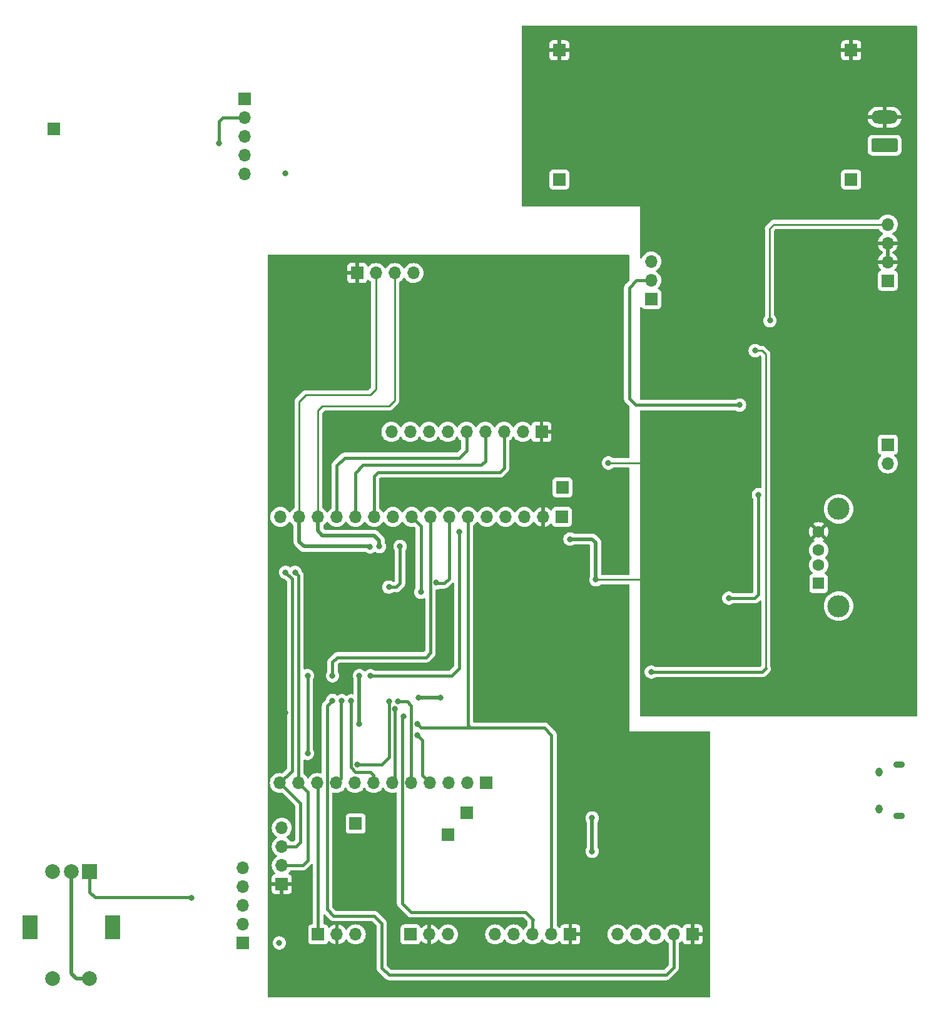
<source format=gbr>
%TF.GenerationSoftware,KiCad,Pcbnew,7.0.5-0*%
%TF.CreationDate,2024-03-26T18:43:31-04:00*%
%TF.ProjectId,PanneauSolaire,50616e6e-6561-4755-936f-6c616972652e,rev?*%
%TF.SameCoordinates,Original*%
%TF.FileFunction,Copper,L2,Bot*%
%TF.FilePolarity,Positive*%
%FSLAX46Y46*%
G04 Gerber Fmt 4.6, Leading zero omitted, Abs format (unit mm)*
G04 Created by KiCad (PCBNEW 7.0.5-0) date 2024-03-26 18:43:31*
%MOMM*%
%LPD*%
G01*
G04 APERTURE LIST*
G04 Aperture macros list*
%AMRoundRect*
0 Rectangle with rounded corners*
0 $1 Rounding radius*
0 $2 $3 $4 $5 $6 $7 $8 $9 X,Y pos of 4 corners*
0 Add a 4 corners polygon primitive as box body*
4,1,4,$2,$3,$4,$5,$6,$7,$8,$9,$2,$3,0*
0 Add four circle primitives for the rounded corners*
1,1,$1+$1,$2,$3*
1,1,$1+$1,$4,$5*
1,1,$1+$1,$6,$7*
1,1,$1+$1,$8,$9*
0 Add four rect primitives between the rounded corners*
20,1,$1+$1,$2,$3,$4,$5,0*
20,1,$1+$1,$4,$5,$6,$7,0*
20,1,$1+$1,$6,$7,$8,$9,0*
20,1,$1+$1,$8,$9,$2,$3,0*%
G04 Aperture macros list end*
%TA.AperFunction,ComponentPad*%
%ADD10R,1.700000X1.700000*%
%TD*%
%TA.AperFunction,ComponentPad*%
%ADD11O,1.700000X1.700000*%
%TD*%
%TA.AperFunction,ComponentPad*%
%ADD12R,2.000000X2.000000*%
%TD*%
%TA.AperFunction,ComponentPad*%
%ADD13C,2.000000*%
%TD*%
%TA.AperFunction,ComponentPad*%
%ADD14R,2.000000X3.200000*%
%TD*%
%TA.AperFunction,ComponentPad*%
%ADD15RoundRect,0.250000X1.550000X-0.650000X1.550000X0.650000X-1.550000X0.650000X-1.550000X-0.650000X0*%
%TD*%
%TA.AperFunction,ComponentPad*%
%ADD16O,3.600000X1.800000*%
%TD*%
%TA.AperFunction,ComponentPad*%
%ADD17R,1.500000X1.600000*%
%TD*%
%TA.AperFunction,ComponentPad*%
%ADD18C,1.600000*%
%TD*%
%TA.AperFunction,ComponentPad*%
%ADD19C,3.000000*%
%TD*%
%TA.AperFunction,ComponentPad*%
%ADD20O,1.550000X0.890000*%
%TD*%
%TA.AperFunction,ComponentPad*%
%ADD21O,0.950000X1.250000*%
%TD*%
%TA.AperFunction,ViaPad*%
%ADD22C,0.800000*%
%TD*%
%TA.AperFunction,Conductor*%
%ADD23C,0.381000*%
%TD*%
%TA.AperFunction,Conductor*%
%ADD24C,0.254000*%
%TD*%
%TA.AperFunction,Conductor*%
%ADD25C,0.508000*%
%TD*%
%TA.AperFunction,Conductor*%
%ADD26C,0.250000*%
%TD*%
G04 APERTURE END LIST*
D10*
%TO.P,J19,1,Pin_1*%
%TO.N,Net-(J19-Pin_1)*%
X164500000Y-79225000D03*
D11*
%TO.P,J19,2,Pin_2*%
%TO.N,MCP_LOAD*%
X164500000Y-81765000D03*
%TD*%
D12*
%TO.P,SW2,A,A*%
%TO.N,Net-(J17-Pin_3)*%
X56500000Y-137000000D03*
D13*
%TO.P,SW2,B,B*%
%TO.N,Net-(J17-Pin_4)*%
X51500000Y-137000000D03*
%TO.P,SW2,C,C*%
%TO.N,Net-(J17-Pin_5)*%
X54000000Y-137000000D03*
D14*
%TO.P,SW2,MP*%
%TO.N,N/C*%
X59600000Y-144500000D03*
X48400000Y-144500000D03*
D13*
%TO.P,SW2,S1,S1*%
%TO.N,Net-(J17-Pin_2)*%
X51500000Y-151500000D03*
%TO.P,SW2,S2,S2*%
%TO.N,Net-(J17-Pin_5)*%
X56500000Y-151500000D03*
%TD*%
D10*
%TO.P,TP4,1,1*%
%TO.N,Net-(J22-Pin_2)*%
X107500000Y-129000000D03*
%TD*%
%TO.P,J23,1,Pin_1*%
%TO.N,Net-(J23-Pin_1)*%
X120400000Y-89000000D03*
D11*
%TO.P,J23,2,Pin_2*%
%TO.N,3.3V*%
X117860000Y-89000000D03*
%TO.P,J23,3,Pin_3*%
%TO.N,unconnected-(J23-Pin_3-Pad3)*%
X115320000Y-89000000D03*
%TO.P,J23,4,Pin_4*%
%TO.N,GND*%
X112780000Y-89000000D03*
%TO.P,J23,5,Pin_5*%
%TO.N,AN1*%
X110240000Y-89000000D03*
%TO.P,J23,6,Pin_6*%
%TO.N,AN0*%
X107700000Y-89000000D03*
%TO.P,J23,7,Pin_7*%
%TO.N,RST*%
X105160000Y-89000000D03*
%TO.P,J23,8,Pin_8*%
%TO.N,SW*%
X102620000Y-89000000D03*
%TO.P,J23,9,Pin_9*%
%TO.N,DC*%
X100080000Y-89000000D03*
%TO.P,J23,10,Pin_10*%
%TO.N,BL*%
X97540000Y-89000000D03*
%TO.P,J23,11,Pin_11*%
%TO.N,SCK*%
X95000000Y-89000000D03*
%TO.P,J23,12,Pin_12*%
%TO.N,MOSI*%
X92460000Y-89000000D03*
%TO.P,J23,13,Pin_13*%
%TO.N,MISO*%
X89920000Y-89000000D03*
%TO.P,J23,14,Pin_14*%
%TO.N,RXD2*%
X87380000Y-89000000D03*
%TO.P,J23,15,Pin_15*%
%TO.N,TXD2*%
X84840000Y-89000000D03*
%TO.P,J23,16,Pin_16*%
%TO.N,CS*%
X82300000Y-89000000D03*
%TD*%
D10*
%TO.P,J11,1,Pin_1*%
%TO.N,3.3V*%
X138075000Y-145500000D03*
D11*
%TO.P,J11,2,Pin_2*%
%TO.N,SW*%
X135535000Y-145500000D03*
%TO.P,J11,3,Pin_3*%
%TO.N,A*%
X132995000Y-145500000D03*
%TO.P,J11,4,Pin_4*%
%TO.N,B*%
X130455000Y-145500000D03*
%TO.P,J11,5,Pin_5*%
%TO.N,GND*%
X127915000Y-145500000D03*
%TD*%
D10*
%TO.P,J15,1,Pin_1*%
%TO.N,+6V*%
X120050000Y-43362500D03*
%TD*%
%TO.P,TP5,1,1*%
%TO.N,Net-(J22-Pin_3)*%
X105000000Y-132000000D03*
%TD*%
D15*
%TO.P,J1,1,Pin_1*%
%TO.N,Net-(J1-Pin_1)*%
X164067500Y-38712500D03*
D16*
%TO.P,J1,2,Pin_2*%
%TO.N,GND*%
X164067500Y-34902500D03*
%TD*%
D10*
%TO.P,J17,1,Pin_1*%
%TO.N,Net-(J17-Pin_1)*%
X77200000Y-146660000D03*
D11*
%TO.P,J17,2,Pin_2*%
%TO.N,Net-(J17-Pin_2)*%
X77200000Y-144120000D03*
%TO.P,J17,3,Pin_3*%
%TO.N,Net-(J17-Pin_3)*%
X77200000Y-141580000D03*
%TO.P,J17,4,Pin_4*%
%TO.N,Net-(J17-Pin_4)*%
X77200000Y-139040000D03*
%TO.P,J17,5,Pin_5*%
%TO.N,Net-(J17-Pin_5)*%
X77200000Y-136500000D03*
%TD*%
D10*
%TO.P,J18,1,Pin_1*%
%TO.N,unconnected-(J18-Pin_1-Pad1)*%
X132500000Y-59525000D03*
D11*
%TO.P,J18,2,Pin_2*%
%TO.N,Net-(D1-A)*%
X132500000Y-56985000D03*
%TO.P,J18,3,Pin_3*%
%TO.N,+6V*%
X132500000Y-54445000D03*
%TD*%
D10*
%TO.P,J10,1,Pin_1*%
%TO.N,3.3V*%
X117650000Y-77500000D03*
D11*
%TO.P,J10,2,Pin_2*%
%TO.N,GND*%
X115110000Y-77500000D03*
%TO.P,J10,3,Pin_3*%
%TO.N,SCK*%
X112570000Y-77500000D03*
%TO.P,J10,4,Pin_4*%
%TO.N,MOSI*%
X110030000Y-77500000D03*
%TO.P,J10,5,Pin_5*%
%TO.N,MISO*%
X107490000Y-77500000D03*
%TO.P,J10,6,Pin_6*%
%TO.N,CS*%
X104950000Y-77500000D03*
%TO.P,J10,7,Pin_7*%
%TO.N,RST*%
X102410000Y-77500000D03*
%TO.P,J10,8,Pin_8*%
%TO.N,DC*%
X99870000Y-77500000D03*
%TO.P,J10,9,Pin_9*%
%TO.N,BL*%
X97330000Y-77500000D03*
%TD*%
D10*
%TO.P,J7,1,Pin_1*%
%TO.N,PWM1*%
X87420000Y-145500000D03*
D11*
%TO.P,J7,2,Pin_2*%
%TO.N,3.3V*%
X89960000Y-145500000D03*
%TO.P,J7,3,Pin_3*%
%TO.N,GND*%
X92500000Y-145500000D03*
%TD*%
D10*
%TO.P,J16,1,Pin_1*%
%TO.N,GND*%
X120050000Y-25862500D03*
%TD*%
%TO.P,J3,1,Pin_1*%
%TO.N,BATT*%
X164500000Y-57040000D03*
D11*
%TO.P,J3,2,Pin_2*%
%TO.N,GND*%
X164500000Y-54500000D03*
%TO.P,J3,3,Pin_3*%
X164500000Y-51960000D03*
%TO.P,J3,4,Pin_4*%
%TO.N,THERM*%
X164500000Y-49420000D03*
%TD*%
D10*
%TO.P,TP3,1,1*%
%TO.N,Net-(J23-Pin_1)*%
X120500000Y-85000000D03*
%TD*%
%TO.P,J9,1,Pin_1*%
%TO.N,3.3V*%
X121540000Y-145500000D03*
D11*
%TO.P,J9,2,Pin_2*%
%TO.N,AN0*%
X119000000Y-145500000D03*
%TO.P,J9,3,Pin_3*%
%TO.N,AN1*%
X116460000Y-145500000D03*
%TO.P,J9,4,Pin_4*%
%TO.N,AN2*%
X113920000Y-145500000D03*
%TO.P,J9,5,Pin_5*%
%TO.N,GND*%
X111380000Y-145500000D03*
%TD*%
D10*
%TO.P,J20,1,Pin_1*%
%TO.N,Net-(J20-Pin_1)*%
X77500000Y-32420000D03*
D11*
%TO.P,J20,2,Pin_2*%
%TO.N,Net-(J20-Pin_2)*%
X77500000Y-34960000D03*
%TO.P,J20,3,Pin_3*%
%TO.N,Net-(J20-Pin_3)*%
X77500000Y-37500000D03*
%TO.P,J20,4,Pin_4*%
%TO.N,Net-(J20-Pin_4)*%
X77500000Y-40040000D03*
%TO.P,J20,5,Pin_5*%
%TO.N,Net-(J20-Pin_5)*%
X77500000Y-42580000D03*
%TD*%
D17*
%TO.P,J13,1,VBUS*%
%TO.N,VBUS*%
X155140000Y-98000000D03*
D18*
%TO.P,J13,2,D-*%
%TO.N,unconnected-(J13-D--Pad2)*%
X155140000Y-95500000D03*
%TO.P,J13,3,D+*%
%TO.N,unconnected-(J13-D+-Pad3)*%
X155140000Y-93500000D03*
%TO.P,J13,4,GND*%
%TO.N,GND*%
X155140000Y-91000000D03*
D19*
%TO.P,J13,5,Shield*%
%TO.N,Net-(J13-Shield)*%
X157850000Y-101070000D03*
X157850000Y-87930000D03*
%TD*%
D10*
%TO.P,J14,1,Pin_1*%
%TO.N,GND*%
X159550000Y-25862500D03*
%TD*%
%TO.P,J21,1,Pin_1*%
%TO.N,Net-(J21-Pin_1)*%
X51680000Y-36460000D03*
%TD*%
%TO.P,J8,1,Pin_1*%
%TO.N,3.3V*%
X82500000Y-138680000D03*
D11*
%TO.P,J8,2,Pin_2*%
%TO.N,SCL*%
X82500000Y-136140000D03*
%TO.P,J8,3,Pin_3*%
%TO.N,SDA*%
X82500000Y-133600000D03*
%TO.P,J8,4,Pin_4*%
%TO.N,GND*%
X82500000Y-131060000D03*
%TD*%
D20*
%TO.P,J4,6,Shield*%
%TO.N,GND*%
X166000000Y-129500000D03*
D21*
X163300000Y-128500000D03*
X163300000Y-123500000D03*
D20*
X166000000Y-122500000D03*
%TD*%
D10*
%TO.P,J5,1,Pin_1*%
%TO.N,3.3V*%
X92700000Y-56000000D03*
D11*
%TO.P,J5,2,Pin_2*%
%TO.N,TXD2*%
X95240000Y-56000000D03*
%TO.P,J5,3,Pin_3*%
%TO.N,RXD2*%
X97780000Y-56000000D03*
%TO.P,J5,4,Pin_4*%
%TO.N,GND*%
X100320000Y-56000000D03*
%TD*%
D10*
%TO.P,J12,1,Pin_1*%
%TO.N,Net-(J1-Pin_1)*%
X159550000Y-43362500D03*
%TD*%
%TO.P,J6,1,Pin_1*%
%TO.N,PWM0*%
X99920000Y-145500000D03*
D11*
%TO.P,J6,2,Pin_2*%
%TO.N,3.3V*%
X102460000Y-145500000D03*
%TO.P,J6,3,Pin_3*%
%TO.N,GND*%
X105000000Y-145500000D03*
%TD*%
D10*
%TO.P,TP1,1,1*%
%TO.N,Net-(J22-Pin_8)*%
X92500000Y-130500000D03*
%TD*%
%TO.P,J22,1,Pin_1*%
%TO.N,BATT*%
X110180000Y-125000000D03*
D11*
%TO.P,J22,2,Pin_2*%
%TO.N,Net-(J22-Pin_2)*%
X107640000Y-125000000D03*
%TO.P,J22,3,Pin_3*%
%TO.N,Net-(J22-Pin_3)*%
X105100000Y-125000000D03*
%TO.P,J22,4,Pin_4*%
%TO.N,LED*%
X102560000Y-125000000D03*
%TO.P,J22,5,Pin_5*%
%TO.N,PWM0*%
X100020000Y-125000000D03*
%TO.P,J22,6,Pin_6*%
%TO.N,AN2*%
X97480000Y-125000000D03*
%TO.P,J22,7,Pin_7*%
%TO.N,B*%
X94940000Y-125000000D03*
%TO.P,J22,8,Pin_8*%
%TO.N,Net-(J22-Pin_8)*%
X92400000Y-125000000D03*
%TO.P,J22,9,Pin_9*%
%TO.N,A*%
X89860000Y-125000000D03*
%TO.P,J22,10,Pin_10*%
%TO.N,PWM1*%
X87320000Y-125000000D03*
%TO.P,J22,11,Pin_11*%
%TO.N,SCL*%
X84780000Y-125000000D03*
%TO.P,J22,12,Pin_12*%
%TO.N,SDA*%
X82240000Y-125000000D03*
%TD*%
D22*
%TO.N,GND*%
X97000000Y-98500000D03*
X98500000Y-93000000D03*
X153882500Y-61875000D03*
X125000000Y-97500000D03*
X101000000Y-113500000D03*
X93000000Y-117000000D03*
X151500000Y-37000000D03*
X145000000Y-94000000D03*
X143000000Y-60500000D03*
X137000000Y-94000000D03*
X132000000Y-97500000D03*
X86000000Y-121000000D03*
X159500000Y-30000000D03*
X160000000Y-54500000D03*
X143000000Y-65500000D03*
X126700000Y-81700000D03*
X134050000Y-85400000D03*
X124500000Y-134250000D03*
X86000000Y-110500000D03*
X93000000Y-110500000D03*
X133000000Y-65000000D03*
X132500000Y-71000000D03*
X121500000Y-92000000D03*
X104000000Y-113500000D03*
X124500000Y-129750000D03*
%TO.N,THERM*%
X148562500Y-62437500D03*
%TO.N,PG*%
X132500000Y-110000000D03*
X146562500Y-66500000D03*
%TO.N,3.3V*%
X83000000Y-115500000D03*
%TO.N,SW*%
X89355000Y-113855000D03*
X89355000Y-110500000D03*
%TO.N,A*%
X90625000Y-113875000D03*
%TO.N,B*%
X91895000Y-113895000D03*
%TO.N,AN0*%
X100813200Y-117000000D03*
%TO.N,AN1*%
X94500000Y-110500000D03*
X99000000Y-116000000D03*
X106500000Y-91000000D03*
%TO.N,AN2*%
X97793200Y-115000000D03*
%TO.N,PWM1*%
X92688200Y-122500000D03*
X97000000Y-114000000D03*
%TO.N,PWM0*%
X98245000Y-114000000D03*
%TO.N,LED*%
X100813200Y-118502703D03*
%TO.N,DC*%
X101310000Y-99190000D03*
%TO.N,RST*%
X103420000Y-97920000D03*
%TO.N,RXD2*%
X95705000Y-93000000D03*
%TO.N,TXD2*%
X94435000Y-93065000D03*
%TO.N,SCL*%
X84300000Y-96500000D03*
%TO.N,SDA*%
X83000000Y-96500000D03*
%TO.N,Net-(J17-Pin_3)*%
X70262500Y-140562500D03*
%TO.N,Net-(J20-Pin_5)*%
X83000000Y-42500000D03*
%TO.N,Net-(J20-Pin_2)*%
X74000000Y-38460000D03*
%TO.N,Net-(D1-A)*%
X144445000Y-73875000D03*
%TO.N,Net-(J17-Pin_1)*%
X82160000Y-146660000D03*
%TO.N,Net-(U2-OUT)*%
X143000000Y-100000000D03*
X147000000Y-86000000D03*
%TD*%
D23*
%TO.N,GND*%
X98000000Y-98500000D02*
X98500000Y-98000000D01*
X98500000Y-98000000D02*
X98500000Y-93000000D01*
X97000000Y-98500000D02*
X98000000Y-98500000D01*
%TO.N,AN1*%
X106500000Y-109500000D02*
X105500000Y-110500000D01*
X105500000Y-110500000D02*
X94500000Y-110500000D01*
X106500000Y-91000000D02*
X106500000Y-109500000D01*
D24*
%TO.N,GND*%
X134050000Y-85400000D02*
X134000000Y-85350000D01*
X134000000Y-85350000D02*
X134000000Y-82500000D01*
X132000000Y-97500000D02*
X125000000Y-97500000D01*
X134000000Y-82500000D02*
X133200000Y-81700000D01*
D25*
X104000000Y-113500000D02*
X101000000Y-113500000D01*
X125000000Y-92500000D02*
X124500000Y-92000000D01*
X93000000Y-110500000D02*
X93000000Y-117000000D01*
X124500000Y-129750000D02*
X124500000Y-134250000D01*
X124500000Y-92000000D02*
X121500000Y-92000000D01*
D23*
X86000000Y-110500000D02*
X86000000Y-121000000D01*
D24*
X133200000Y-81700000D02*
X126700000Y-81700000D01*
D25*
X125000000Y-97500000D02*
X125000000Y-92500000D01*
D24*
%TO.N,THERM*%
X148500000Y-50000000D02*
X149080000Y-49420000D01*
X149080000Y-49420000D02*
X164500000Y-49420000D01*
X148500000Y-62375000D02*
X148500000Y-50000000D01*
X148562500Y-62437500D02*
X148500000Y-62375000D01*
%TO.N,PG*%
X148000000Y-67000000D02*
X148000000Y-109500000D01*
D23*
X147500000Y-110000000D02*
X148000000Y-109500000D01*
D24*
X147500000Y-66500000D02*
X148000000Y-67000000D01*
X146562500Y-66500000D02*
X147500000Y-66500000D01*
D23*
X147500000Y-110000000D02*
X132500000Y-110000000D01*
%TO.N,SW*%
X97000000Y-151000000D02*
X134500000Y-151000000D01*
X95000000Y-143000000D02*
X96000000Y-144000000D01*
X89500000Y-143000000D02*
X95000000Y-143000000D01*
X90000000Y-108000000D02*
X89355000Y-108645000D01*
X102620000Y-107380000D02*
X102000000Y-108000000D01*
X89355000Y-108645000D02*
X89355000Y-110500000D01*
X135535000Y-149965000D02*
X135535000Y-145500000D01*
X88616300Y-114593700D02*
X88616300Y-142116300D01*
X102620000Y-89000000D02*
X102620000Y-107380000D01*
X134500000Y-151000000D02*
X135535000Y-149965000D01*
X96000000Y-144000000D02*
X96000000Y-150000000D01*
X88616300Y-142116300D02*
X89500000Y-143000000D01*
X102000000Y-108000000D02*
X90000000Y-108000000D01*
X96000000Y-150000000D02*
X97000000Y-151000000D01*
X89355000Y-113855000D02*
X88616300Y-114593700D01*
%TO.N,A*%
X90500000Y-124360000D02*
X89860000Y-125000000D01*
X90625000Y-113875000D02*
X90500000Y-114000000D01*
X90500000Y-114000000D02*
X90500000Y-124360000D01*
%TO.N,B*%
X94500000Y-123500000D02*
X94940000Y-123940000D01*
X92500000Y-123500000D02*
X94500000Y-123500000D01*
X91895000Y-113895000D02*
X91895000Y-122895000D01*
X91895000Y-122895000D02*
X92500000Y-123500000D01*
X94940000Y-123940000D02*
X94940000Y-125000000D01*
%TO.N,AN0*%
X101313200Y-117500000D02*
X108000000Y-117500000D01*
X107700000Y-117200000D02*
X108000000Y-117500000D01*
X100813200Y-117000000D02*
X101313200Y-117500000D01*
X107700000Y-89000000D02*
X107700000Y-117200000D01*
X108000000Y-117500000D02*
X118000000Y-117500000D01*
X119000000Y-118500000D02*
X119000000Y-145500000D01*
X118000000Y-117500000D02*
X119000000Y-118500000D01*
%TO.N,AN1*%
X116460000Y-143540000D02*
X116460000Y-145500000D01*
X115500000Y-142500000D02*
X116500000Y-143500000D01*
X98776300Y-116223700D02*
X98776300Y-141276300D01*
X98776300Y-141276300D02*
X100000000Y-142500000D01*
X100000000Y-142500000D02*
X115500000Y-142500000D01*
X99000000Y-116000000D02*
X98776300Y-116223700D01*
X116500000Y-143500000D02*
X116460000Y-143540000D01*
%TO.N,AN2*%
X97793200Y-124686800D02*
X97480000Y-125000000D01*
X97793200Y-115000000D02*
X97793200Y-124686800D01*
%TO.N,PWM1*%
X96000000Y-122500000D02*
X97000000Y-121500000D01*
X87420000Y-125100000D02*
X87320000Y-125000000D01*
X87420000Y-145500000D02*
X87420000Y-125100000D01*
X92688200Y-122500000D02*
X96000000Y-122500000D01*
X87320000Y-145400000D02*
X87420000Y-145500000D01*
X97000000Y-121500000D02*
X97000000Y-114000000D01*
%TO.N,PWM0*%
X100020000Y-114520000D02*
X100020000Y-125000000D01*
X100020000Y-145400000D02*
X99920000Y-145500000D01*
X99500000Y-114000000D02*
X100020000Y-114520000D01*
X98245000Y-114000000D02*
X99500000Y-114000000D01*
%TO.N,LED*%
X100813200Y-118502703D02*
X101500000Y-119189503D01*
X101500000Y-119189503D02*
X101500000Y-123940000D01*
X101500000Y-123940000D02*
X102560000Y-125000000D01*
%TO.N,DC*%
X101310000Y-90230000D02*
X101310000Y-99190000D01*
X100080000Y-89000000D02*
X101310000Y-90230000D01*
%TO.N,RST*%
X103420000Y-97920000D02*
X103500000Y-98000000D01*
X105160000Y-97340000D02*
X105160000Y-89000000D01*
X104500000Y-98000000D02*
X105160000Y-97340000D01*
X103500000Y-98000000D02*
X104500000Y-98000000D01*
D26*
%TO.N,RXD2*%
X97780000Y-73220000D02*
X97780000Y-56000000D01*
D25*
X87380000Y-90880000D02*
X87380000Y-89000000D01*
X95000000Y-91500000D02*
X88000000Y-91500000D01*
X95705000Y-92205000D02*
X95000000Y-91500000D01*
D26*
X87380000Y-74620000D02*
X88000000Y-74000000D01*
X88000000Y-74000000D02*
X97000000Y-74000000D01*
X87380000Y-89000000D02*
X87380000Y-74620000D01*
X97000000Y-74000000D02*
X97780000Y-73220000D01*
D25*
X88000000Y-91500000D02*
X87380000Y-90880000D01*
X95705000Y-93000000D02*
X95705000Y-92205000D01*
%TO.N,TXD2*%
X84840000Y-92340000D02*
X84840000Y-89000000D01*
D26*
X84840000Y-73410000D02*
X85750000Y-72500000D01*
X95240000Y-71760000D02*
X95240000Y-56000000D01*
X85750000Y-72500000D02*
X94500000Y-72500000D01*
D25*
X94435000Y-93065000D02*
X94370000Y-93000000D01*
X85500000Y-93000000D02*
X84840000Y-92340000D01*
D26*
X84840000Y-89000000D02*
X84840000Y-73410000D01*
D25*
X94370000Y-93000000D02*
X85500000Y-93000000D01*
D26*
X94500000Y-72500000D02*
X95240000Y-71760000D01*
D23*
%TO.N,SCK*%
X95000000Y-83500000D02*
X95500000Y-83000000D01*
X95500000Y-83000000D02*
X112000000Y-83000000D01*
X95000000Y-89000000D02*
X95000000Y-83500000D01*
X112000000Y-83000000D02*
X112570000Y-82430000D01*
X112570000Y-82430000D02*
X112570000Y-77500000D01*
%TO.N,MOSI*%
X92460000Y-83040000D02*
X93500000Y-82000000D01*
X109500000Y-82000000D02*
X110030000Y-81470000D01*
X92460000Y-89000000D02*
X92460000Y-83040000D01*
X110030000Y-81470000D02*
X110030000Y-77500000D01*
X93500000Y-82000000D02*
X109500000Y-82000000D01*
%TO.N,MISO*%
X107490000Y-80010000D02*
X107490000Y-77500000D01*
X106500000Y-81000000D02*
X107490000Y-80010000D01*
X89920000Y-89000000D02*
X89920000Y-82080000D01*
X91000000Y-81000000D02*
X106500000Y-81000000D01*
X89920000Y-82080000D02*
X91000000Y-81000000D01*
%TO.N,SCL*%
X84780000Y-125000000D02*
X86000000Y-126220000D01*
X86000000Y-135500000D02*
X86000000Y-126220000D01*
X84780000Y-96980000D02*
X84300000Y-96500000D01*
X84780000Y-125000000D02*
X84780000Y-96980000D01*
X86000000Y-135500000D02*
X85360000Y-136140000D01*
X85360000Y-136140000D02*
X83000000Y-136140000D01*
%TO.N,SDA*%
X83900000Y-97400000D02*
X83000000Y-96500000D01*
X82240000Y-125000000D02*
X83900000Y-123340000D01*
X85000000Y-133000000D02*
X85000000Y-127760000D01*
X84400000Y-133600000D02*
X82500000Y-133600000D01*
X83900000Y-123340000D02*
X83900000Y-97400000D01*
X85000000Y-133000000D02*
X84400000Y-133600000D01*
X82240000Y-125000000D02*
X85000000Y-127760000D01*
%TO.N,Net-(J17-Pin_3)*%
X56500000Y-137000000D02*
X56500000Y-139800000D01*
X70200000Y-140500000D02*
X70262500Y-140562500D01*
X57200000Y-140500000D02*
X70200000Y-140500000D01*
X56500000Y-139800000D02*
X57200000Y-140500000D01*
D25*
%TO.N,Net-(J17-Pin_5)*%
X54000000Y-150800000D02*
X54000000Y-137000000D01*
X56500000Y-151500000D02*
X54700000Y-151500000D01*
X54700000Y-151500000D02*
X54000000Y-150800000D01*
D23*
%TO.N,Net-(J20-Pin_2)*%
X74000000Y-38460000D02*
X74000000Y-35460000D01*
X74500000Y-34960000D02*
X77500000Y-34960000D01*
X74000000Y-35460000D02*
X74500000Y-34960000D01*
%TO.N,Net-(D1-A)*%
X129500000Y-58000000D02*
X130515000Y-56985000D01*
X144445000Y-73875000D02*
X130375000Y-73875000D01*
X130515000Y-56985000D02*
X132500000Y-56985000D01*
X129500000Y-73000000D02*
X129500000Y-58000000D01*
X130375000Y-73875000D02*
X129500000Y-73000000D01*
%TO.N,Net-(U2-OUT)*%
X147000000Y-86000000D02*
X147000000Y-99500000D01*
X147000000Y-99500000D02*
X146500000Y-100000000D01*
X146500000Y-100000000D02*
X143000000Y-100000000D01*
%TD*%
%TA.AperFunction,Conductor*%
%TO.N,GND*%
G36*
X168442539Y-22520185D02*
G01*
X168488294Y-22572989D01*
X168499500Y-22624500D01*
X168499500Y-47000000D01*
X115124000Y-47000000D01*
X115056961Y-46980315D01*
X115011206Y-46927511D01*
X115000000Y-46876000D01*
X115000000Y-44260370D01*
X118699500Y-44260370D01*
X118699501Y-44260376D01*
X118705908Y-44319983D01*
X118756202Y-44454828D01*
X118756206Y-44454835D01*
X118842452Y-44570044D01*
X118842455Y-44570047D01*
X118957664Y-44656293D01*
X118957671Y-44656297D01*
X119092517Y-44706591D01*
X119092516Y-44706591D01*
X119099444Y-44707335D01*
X119152127Y-44713000D01*
X120947872Y-44712999D01*
X121007483Y-44706591D01*
X121142331Y-44656296D01*
X121257546Y-44570046D01*
X121343796Y-44454831D01*
X121394091Y-44319983D01*
X121400500Y-44260373D01*
X121400500Y-44260370D01*
X158199500Y-44260370D01*
X158199501Y-44260376D01*
X158205908Y-44319983D01*
X158256202Y-44454828D01*
X158256206Y-44454835D01*
X158342452Y-44570044D01*
X158342455Y-44570047D01*
X158457664Y-44656293D01*
X158457671Y-44656297D01*
X158592517Y-44706591D01*
X158592516Y-44706591D01*
X158599444Y-44707335D01*
X158652127Y-44713000D01*
X160447872Y-44712999D01*
X160507483Y-44706591D01*
X160642331Y-44656296D01*
X160757546Y-44570046D01*
X160843796Y-44454831D01*
X160894091Y-44319983D01*
X160900500Y-44260373D01*
X160900499Y-42464628D01*
X160894091Y-42405017D01*
X160843796Y-42270169D01*
X160843795Y-42270168D01*
X160843793Y-42270164D01*
X160757547Y-42154955D01*
X160757544Y-42154952D01*
X160642335Y-42068706D01*
X160642328Y-42068702D01*
X160507482Y-42018408D01*
X160507483Y-42018408D01*
X160447883Y-42012001D01*
X160447881Y-42012000D01*
X160447873Y-42012000D01*
X160447864Y-42012000D01*
X158652129Y-42012000D01*
X158652123Y-42012001D01*
X158592516Y-42018408D01*
X158457671Y-42068702D01*
X158457664Y-42068706D01*
X158342455Y-42154952D01*
X158342452Y-42154955D01*
X158256206Y-42270164D01*
X158256202Y-42270171D01*
X158205908Y-42405017D01*
X158199501Y-42464616D01*
X158199501Y-42464623D01*
X158199500Y-42464635D01*
X158199500Y-44260370D01*
X121400500Y-44260370D01*
X121400499Y-42464628D01*
X121394091Y-42405017D01*
X121343796Y-42270169D01*
X121343795Y-42270168D01*
X121343793Y-42270164D01*
X121257547Y-42154955D01*
X121257544Y-42154952D01*
X121142335Y-42068706D01*
X121142328Y-42068702D01*
X121007482Y-42018408D01*
X121007483Y-42018408D01*
X120947883Y-42012001D01*
X120947881Y-42012000D01*
X120947873Y-42012000D01*
X120947864Y-42012000D01*
X119152129Y-42012000D01*
X119152123Y-42012001D01*
X119092516Y-42018408D01*
X118957671Y-42068702D01*
X118957664Y-42068706D01*
X118842455Y-42154952D01*
X118842452Y-42154955D01*
X118756206Y-42270164D01*
X118756202Y-42270171D01*
X118705908Y-42405017D01*
X118699501Y-42464616D01*
X118699501Y-42464623D01*
X118699500Y-42464635D01*
X118699500Y-44260370D01*
X115000000Y-44260370D01*
X115000000Y-39412501D01*
X161767000Y-39412501D01*
X161767001Y-39412518D01*
X161777500Y-39515296D01*
X161777501Y-39515299D01*
X161832685Y-39681831D01*
X161832686Y-39681834D01*
X161924788Y-39831156D01*
X162048844Y-39955212D01*
X162198166Y-40047314D01*
X162364703Y-40102499D01*
X162467491Y-40113000D01*
X165667508Y-40112999D01*
X165770297Y-40102499D01*
X165936834Y-40047314D01*
X166086156Y-39955212D01*
X166210212Y-39831156D01*
X166302314Y-39681834D01*
X166357499Y-39515297D01*
X166368000Y-39412509D01*
X166367999Y-38012492D01*
X166357499Y-37909703D01*
X166302314Y-37743166D01*
X166210212Y-37593844D01*
X166086156Y-37469788D01*
X165936834Y-37377686D01*
X165770297Y-37322501D01*
X165770295Y-37322500D01*
X165667510Y-37312000D01*
X162467498Y-37312000D01*
X162467481Y-37312001D01*
X162364703Y-37322500D01*
X162364700Y-37322501D01*
X162198168Y-37377685D01*
X162198163Y-37377687D01*
X162048842Y-37469789D01*
X161924789Y-37593842D01*
X161832687Y-37743163D01*
X161832685Y-37743166D01*
X161832686Y-37743166D01*
X161777501Y-37909703D01*
X161777501Y-37909704D01*
X161777500Y-37909704D01*
X161767000Y-38012483D01*
X161767000Y-39412501D01*
X115000000Y-39412501D01*
X115000000Y-34652500D01*
X161788082Y-34652500D01*
X163521618Y-34652500D01*
X163482944Y-34745869D01*
X163462323Y-34902500D01*
X163482944Y-35059131D01*
X163521618Y-35152500D01*
X161789234Y-35152500D01*
X161824025Y-35313933D01*
X161912883Y-35535062D01*
X162037833Y-35737994D01*
X162195280Y-35916889D01*
X162195286Y-35916896D01*
X162380694Y-36066602D01*
X162380704Y-36066609D01*
X162588748Y-36182831D01*
X162813447Y-36262222D01*
X162813461Y-36262226D01*
X163048332Y-36302499D01*
X163048343Y-36302500D01*
X163817500Y-36302500D01*
X163817500Y-35448381D01*
X163910869Y-35487056D01*
X164028177Y-35502500D01*
X164106823Y-35502500D01*
X164224131Y-35487056D01*
X164317500Y-35448381D01*
X164317500Y-36302500D01*
X165026972Y-36302500D01*
X165026991Y-36302499D01*
X165204950Y-36287352D01*
X165204953Y-36287351D01*
X165435578Y-36227302D01*
X165652741Y-36129139D01*
X165652744Y-36129137D01*
X165850188Y-35995687D01*
X165850190Y-35995685D01*
X166022236Y-35830793D01*
X166163950Y-35639183D01*
X166271242Y-35426384D01*
X166341024Y-35198520D01*
X166346918Y-35152500D01*
X164613382Y-35152500D01*
X164652056Y-35059131D01*
X164672677Y-34902500D01*
X164652056Y-34745869D01*
X164613382Y-34652500D01*
X166345766Y-34652500D01*
X166345765Y-34652499D01*
X166310974Y-34491066D01*
X166222116Y-34269937D01*
X166097166Y-34067005D01*
X165939719Y-33888110D01*
X165939713Y-33888103D01*
X165754305Y-33738397D01*
X165754295Y-33738390D01*
X165546251Y-33622168D01*
X165321552Y-33542777D01*
X165321538Y-33542773D01*
X165086667Y-33502500D01*
X164317500Y-33502500D01*
X164317500Y-34356618D01*
X164224131Y-34317944D01*
X164106823Y-34302500D01*
X164028177Y-34302500D01*
X163910869Y-34317944D01*
X163817500Y-34356618D01*
X163817500Y-33502500D01*
X163108008Y-33502500D01*
X162930049Y-33517647D01*
X162930046Y-33517648D01*
X162699421Y-33577697D01*
X162482258Y-33675860D01*
X162482255Y-33675862D01*
X162284811Y-33809312D01*
X162284809Y-33809314D01*
X162112763Y-33974206D01*
X161971049Y-34165816D01*
X161863757Y-34378615D01*
X161793975Y-34606479D01*
X161788082Y-34652500D01*
X115000000Y-34652500D01*
X115000000Y-26760344D01*
X118700000Y-26760344D01*
X118706401Y-26819872D01*
X118706403Y-26819879D01*
X118756645Y-26954586D01*
X118756649Y-26954593D01*
X118842809Y-27069687D01*
X118842812Y-27069690D01*
X118957906Y-27155850D01*
X118957913Y-27155854D01*
X119092620Y-27206096D01*
X119092627Y-27206098D01*
X119152155Y-27212499D01*
X119152172Y-27212500D01*
X119800000Y-27212500D01*
X119800000Y-26298001D01*
X119907685Y-26347180D01*
X120014237Y-26362500D01*
X120085763Y-26362500D01*
X120192315Y-26347180D01*
X120300000Y-26298001D01*
X120300000Y-27212500D01*
X120947828Y-27212500D01*
X120947844Y-27212499D01*
X121007372Y-27206098D01*
X121007379Y-27206096D01*
X121142086Y-27155854D01*
X121142093Y-27155850D01*
X121257187Y-27069690D01*
X121257190Y-27069687D01*
X121343350Y-26954593D01*
X121343354Y-26954586D01*
X121393596Y-26819879D01*
X121393598Y-26819872D01*
X121399999Y-26760344D01*
X158200000Y-26760344D01*
X158206401Y-26819872D01*
X158206403Y-26819879D01*
X158256645Y-26954586D01*
X158256649Y-26954593D01*
X158342809Y-27069687D01*
X158342812Y-27069690D01*
X158457906Y-27155850D01*
X158457913Y-27155854D01*
X158592620Y-27206096D01*
X158592627Y-27206098D01*
X158652155Y-27212499D01*
X158652172Y-27212500D01*
X159300000Y-27212500D01*
X159300000Y-26298001D01*
X159407685Y-26347180D01*
X159514237Y-26362500D01*
X159585763Y-26362500D01*
X159692315Y-26347180D01*
X159800000Y-26298001D01*
X159800000Y-27212500D01*
X160447828Y-27212500D01*
X160447844Y-27212499D01*
X160507372Y-27206098D01*
X160507379Y-27206096D01*
X160642086Y-27155854D01*
X160642093Y-27155850D01*
X160757187Y-27069690D01*
X160757190Y-27069687D01*
X160843350Y-26954593D01*
X160843354Y-26954586D01*
X160893596Y-26819879D01*
X160893598Y-26819872D01*
X160899999Y-26760344D01*
X160900000Y-26760327D01*
X160900000Y-26112500D01*
X159983686Y-26112500D01*
X160009493Y-26072344D01*
X160050000Y-25934389D01*
X160050000Y-25790611D01*
X160009493Y-25652656D01*
X159983686Y-25612500D01*
X160900000Y-25612500D01*
X160900000Y-24964672D01*
X160899999Y-24964655D01*
X160893598Y-24905127D01*
X160893596Y-24905120D01*
X160843354Y-24770413D01*
X160843350Y-24770406D01*
X160757190Y-24655312D01*
X160757187Y-24655309D01*
X160642093Y-24569149D01*
X160642086Y-24569145D01*
X160507379Y-24518903D01*
X160507372Y-24518901D01*
X160447844Y-24512500D01*
X159800000Y-24512500D01*
X159800000Y-25426998D01*
X159692315Y-25377820D01*
X159585763Y-25362500D01*
X159514237Y-25362500D01*
X159407685Y-25377820D01*
X159300000Y-25426998D01*
X159300000Y-24512500D01*
X158652155Y-24512500D01*
X158592627Y-24518901D01*
X158592620Y-24518903D01*
X158457913Y-24569145D01*
X158457906Y-24569149D01*
X158342812Y-24655309D01*
X158342809Y-24655312D01*
X158256649Y-24770406D01*
X158256645Y-24770413D01*
X158206403Y-24905120D01*
X158206401Y-24905127D01*
X158200000Y-24964655D01*
X158200000Y-25612500D01*
X159116314Y-25612500D01*
X159090507Y-25652656D01*
X159050000Y-25790611D01*
X159050000Y-25934389D01*
X159090507Y-26072344D01*
X159116314Y-26112500D01*
X158200000Y-26112500D01*
X158200000Y-26760344D01*
X121399999Y-26760344D01*
X121400000Y-26760327D01*
X121400000Y-26112500D01*
X120483686Y-26112500D01*
X120509493Y-26072344D01*
X120550000Y-25934389D01*
X120550000Y-25790611D01*
X120509493Y-25652656D01*
X120483686Y-25612500D01*
X121399999Y-25612500D01*
X121400000Y-24964672D01*
X121399999Y-24964655D01*
X121393598Y-24905127D01*
X121393596Y-24905120D01*
X121343354Y-24770413D01*
X121343350Y-24770406D01*
X121257190Y-24655312D01*
X121257187Y-24655309D01*
X121142093Y-24569149D01*
X121142086Y-24569145D01*
X121007379Y-24518903D01*
X121007372Y-24518901D01*
X120947844Y-24512500D01*
X120300000Y-24512500D01*
X120300000Y-25426998D01*
X120192315Y-25377820D01*
X120085763Y-25362500D01*
X120014237Y-25362500D01*
X119907685Y-25377820D01*
X119800000Y-25426998D01*
X119800000Y-24512500D01*
X119152155Y-24512500D01*
X119092627Y-24518901D01*
X119092620Y-24518903D01*
X118957913Y-24569145D01*
X118957906Y-24569149D01*
X118842812Y-24655309D01*
X118842809Y-24655312D01*
X118756649Y-24770406D01*
X118756645Y-24770413D01*
X118706403Y-24905120D01*
X118706401Y-24905127D01*
X118700000Y-24964655D01*
X118700000Y-25612500D01*
X119616314Y-25612500D01*
X119590507Y-25652656D01*
X119550000Y-25790611D01*
X119550000Y-25934389D01*
X119590507Y-26072344D01*
X119616314Y-26112500D01*
X118700000Y-26112500D01*
X118700000Y-26760344D01*
X115000000Y-26760344D01*
X115000000Y-22624500D01*
X115019685Y-22557461D01*
X115072489Y-22511706D01*
X115124000Y-22500500D01*
X168375500Y-22500500D01*
X168442539Y-22520185D01*
G37*
%TD.AperFunction*%
%TD*%
%TA.AperFunction,Conductor*%
%TO.N,3.3V*%
G36*
X129510539Y-53559685D02*
G01*
X129556294Y-53612489D01*
X129567500Y-53664000D01*
X129567500Y-56903915D01*
X129547815Y-56970954D01*
X129531181Y-56991596D01*
X129027480Y-57495296D01*
X129024754Y-57497863D01*
X128978985Y-57538411D01*
X128978977Y-57538420D01*
X128944235Y-57588753D01*
X128942015Y-57591769D01*
X128904313Y-57639894D01*
X128904311Y-57639896D01*
X128900271Y-57648873D01*
X128889253Y-57668408D01*
X128883655Y-57676519D01*
X128861968Y-57733700D01*
X128860536Y-57737158D01*
X128835442Y-57792916D01*
X128833666Y-57802606D01*
X128827645Y-57824203D01*
X128824152Y-57833414D01*
X128824152Y-57833415D01*
X128816780Y-57894124D01*
X128816217Y-57897826D01*
X128805195Y-57957969D01*
X128805195Y-57957972D01*
X128808887Y-58019006D01*
X128809000Y-58022751D01*
X128809000Y-72977247D01*
X128808887Y-72980992D01*
X128807537Y-73003319D01*
X128805195Y-73042028D01*
X128813814Y-73089064D01*
X128816217Y-73102174D01*
X128816780Y-73105876D01*
X128824152Y-73166582D01*
X128827644Y-73175792D01*
X128833666Y-73197395D01*
X128835441Y-73207081D01*
X128860540Y-73262851D01*
X128861973Y-73266310D01*
X128883653Y-73323478D01*
X128883656Y-73323482D01*
X128889250Y-73331586D01*
X128900274Y-73351134D01*
X128904308Y-73360099D01*
X128904314Y-73360108D01*
X128942018Y-73408234D01*
X128944238Y-73411251D01*
X128978980Y-73461583D01*
X129024753Y-73502135D01*
X129027464Y-73504686D01*
X129523250Y-74000471D01*
X129531181Y-74008402D01*
X129564666Y-74069725D01*
X129567500Y-74096083D01*
X129567500Y-80948500D01*
X129547815Y-81015539D01*
X129495011Y-81061294D01*
X129443500Y-81072500D01*
X127401947Y-81072500D01*
X127334908Y-81052815D01*
X127309800Y-81031476D01*
X127305871Y-81027112D01*
X127305869Y-81027111D01*
X127305867Y-81027108D01*
X127305864Y-81027106D01*
X127152734Y-80915851D01*
X127152729Y-80915848D01*
X126979807Y-80838857D01*
X126979802Y-80838855D01*
X126834001Y-80807865D01*
X126794646Y-80799500D01*
X126605354Y-80799500D01*
X126572897Y-80806398D01*
X126420197Y-80838855D01*
X126420192Y-80838857D01*
X126247270Y-80915848D01*
X126247265Y-80915851D01*
X126094129Y-81027111D01*
X125967466Y-81167785D01*
X125872821Y-81331715D01*
X125872818Y-81331722D01*
X125814327Y-81511740D01*
X125814326Y-81511744D01*
X125794540Y-81700000D01*
X125814326Y-81888256D01*
X125814327Y-81888259D01*
X125872818Y-82068277D01*
X125872821Y-82068284D01*
X125967467Y-82232216D01*
X126088126Y-82366221D01*
X126094129Y-82372888D01*
X126247265Y-82484148D01*
X126247270Y-82484151D01*
X126420192Y-82561142D01*
X126420197Y-82561144D01*
X126605354Y-82600500D01*
X126605355Y-82600500D01*
X126794644Y-82600500D01*
X126794646Y-82600500D01*
X126979803Y-82561144D01*
X127152730Y-82484151D01*
X127305871Y-82372888D01*
X127309799Y-82368525D01*
X127369286Y-82331879D01*
X127401947Y-82327500D01*
X129443500Y-82327500D01*
X129510539Y-82347185D01*
X129556294Y-82399989D01*
X129567500Y-82451500D01*
X129567500Y-96748500D01*
X129547815Y-96815539D01*
X129495011Y-96861294D01*
X129443500Y-96872500D01*
X125878500Y-96872500D01*
X125811461Y-96852815D01*
X125765706Y-96800011D01*
X125754500Y-96748500D01*
X125754500Y-92563999D01*
X125755809Y-92546029D01*
X125757832Y-92532216D01*
X125759315Y-92522094D01*
X125758710Y-92515184D01*
X125754736Y-92469756D01*
X125754500Y-92464350D01*
X125754500Y-92456066D01*
X125754500Y-92456059D01*
X125750777Y-92424202D01*
X125750598Y-92422459D01*
X125743943Y-92346388D01*
X125743941Y-92346384D01*
X125742483Y-92339319D01*
X125742537Y-92339307D01*
X125740881Y-92331837D01*
X125740827Y-92331850D01*
X125739160Y-92324822D01*
X125739160Y-92324816D01*
X125720716Y-92274141D01*
X125713062Y-92253111D01*
X125712470Y-92251408D01*
X125700687Y-92215851D01*
X125688464Y-92178964D01*
X125688461Y-92178960D01*
X125685412Y-92172419D01*
X125685461Y-92172395D01*
X125682128Y-92165509D01*
X125682079Y-92165534D01*
X125678837Y-92159078D01*
X125666059Y-92139650D01*
X125636863Y-92095259D01*
X125635985Y-92093882D01*
X125595871Y-92028846D01*
X125591393Y-92023183D01*
X125591435Y-92023149D01*
X125586597Y-92017210D01*
X125586556Y-92017246D01*
X125581912Y-92011712D01*
X125526421Y-91959359D01*
X125525127Y-91958102D01*
X125365821Y-91798796D01*
X125078765Y-91511741D01*
X125066984Y-91498109D01*
X125063604Y-91493569D01*
X125052539Y-91478706D01*
X125052537Y-91478704D01*
X125052538Y-91478704D01*
X125024932Y-91455541D01*
X125012285Y-91444928D01*
X125008310Y-91441286D01*
X125005371Y-91438347D01*
X125002443Y-91435418D01*
X124977280Y-91415522D01*
X124975882Y-91414383D01*
X124917427Y-91365333D01*
X124911394Y-91361365D01*
X124911422Y-91361321D01*
X124904961Y-91357204D01*
X124904934Y-91357250D01*
X124898790Y-91353460D01*
X124829625Y-91321208D01*
X124828002Y-91320422D01*
X124759815Y-91286177D01*
X124753031Y-91283708D01*
X124753049Y-91283658D01*
X124745807Y-91281141D01*
X124745791Y-91281191D01*
X124738939Y-91278920D01*
X124678614Y-91266464D01*
X124664192Y-91263486D01*
X124662445Y-91263099D01*
X124588181Y-91245498D01*
X124581014Y-91244661D01*
X124581020Y-91244607D01*
X124573405Y-91243829D01*
X124573401Y-91243883D01*
X124566210Y-91243253D01*
X124489903Y-91245474D01*
X124488100Y-91245500D01*
X122033831Y-91245500D01*
X121966792Y-91225815D01*
X121960944Y-91221817D01*
X121952730Y-91215849D01*
X121952729Y-91215848D01*
X121779807Y-91138857D01*
X121779802Y-91138855D01*
X121634000Y-91107865D01*
X121594646Y-91099500D01*
X121405354Y-91099500D01*
X121372897Y-91106398D01*
X121220197Y-91138855D01*
X121220192Y-91138857D01*
X121047270Y-91215848D01*
X121047265Y-91215851D01*
X120894129Y-91327111D01*
X120767466Y-91467785D01*
X120672821Y-91631715D01*
X120672818Y-91631722D01*
X120618039Y-91800317D01*
X120614326Y-91811744D01*
X120594540Y-92000000D01*
X120614326Y-92188256D01*
X120614327Y-92188259D01*
X120672818Y-92368277D01*
X120672821Y-92368284D01*
X120767467Y-92532216D01*
X120857059Y-92631718D01*
X120894129Y-92672888D01*
X121047265Y-92784148D01*
X121047270Y-92784151D01*
X121220192Y-92861142D01*
X121220197Y-92861144D01*
X121405354Y-92900500D01*
X121405355Y-92900500D01*
X121594644Y-92900500D01*
X121594646Y-92900500D01*
X121779803Y-92861144D01*
X121952730Y-92784151D01*
X121960944Y-92778182D01*
X122026750Y-92754702D01*
X122033831Y-92754500D01*
X124121500Y-92754500D01*
X124188539Y-92774185D01*
X124234294Y-92826989D01*
X124245500Y-92878500D01*
X124245500Y-96972606D01*
X124228888Y-97034605D01*
X124172820Y-97131718D01*
X124172818Y-97131722D01*
X124114327Y-97311740D01*
X124114326Y-97311744D01*
X124094540Y-97500000D01*
X124114326Y-97688256D01*
X124114327Y-97688259D01*
X124172818Y-97868277D01*
X124172821Y-97868284D01*
X124267467Y-98032216D01*
X124357063Y-98131722D01*
X124394129Y-98172888D01*
X124547265Y-98284148D01*
X124547270Y-98284151D01*
X124720192Y-98361142D01*
X124720197Y-98361144D01*
X124905354Y-98400500D01*
X124905355Y-98400500D01*
X125094644Y-98400500D01*
X125094646Y-98400500D01*
X125279803Y-98361144D01*
X125452730Y-98284151D01*
X125605871Y-98172888D01*
X125609799Y-98168525D01*
X125669286Y-98131879D01*
X125701947Y-98127500D01*
X129443500Y-98127500D01*
X129510539Y-98147185D01*
X129556294Y-98199989D01*
X129567500Y-98251500D01*
X129567499Y-117999999D01*
X129567500Y-118000000D01*
X129500000Y-118000000D01*
X129499999Y-144545102D01*
X129416505Y-144628597D01*
X129286575Y-144814158D01*
X129231998Y-144857783D01*
X129162500Y-144864977D01*
X129100145Y-144833454D01*
X129083425Y-144814158D01*
X128953494Y-144628597D01*
X128786402Y-144461506D01*
X128786395Y-144461501D01*
X128592834Y-144325967D01*
X128592830Y-144325965D01*
X128521727Y-144292809D01*
X128378663Y-144226097D01*
X128378659Y-144226096D01*
X128378655Y-144226094D01*
X128150413Y-144164938D01*
X128150403Y-144164936D01*
X127915001Y-144144341D01*
X127914999Y-144144341D01*
X127679596Y-144164936D01*
X127679586Y-144164938D01*
X127451344Y-144226094D01*
X127451335Y-144226098D01*
X127237171Y-144325964D01*
X127237169Y-144325965D01*
X127043597Y-144461505D01*
X126876505Y-144628597D01*
X126740965Y-144822169D01*
X126740964Y-144822171D01*
X126641098Y-145036335D01*
X126641094Y-145036344D01*
X126579938Y-145264586D01*
X126579936Y-145264596D01*
X126559341Y-145499999D01*
X126559341Y-145500000D01*
X126579936Y-145735403D01*
X126579938Y-145735413D01*
X126641094Y-145963655D01*
X126641096Y-145963659D01*
X126641097Y-145963663D01*
X126717628Y-146127784D01*
X126740965Y-146177830D01*
X126740967Y-146177834D01*
X126820708Y-146291715D01*
X126876505Y-146371401D01*
X127043599Y-146538495D01*
X127140384Y-146606264D01*
X127237165Y-146674032D01*
X127237167Y-146674033D01*
X127237170Y-146674035D01*
X127451337Y-146773903D01*
X127679592Y-146835063D01*
X127856034Y-146850500D01*
X127914999Y-146855659D01*
X127915000Y-146855659D01*
X127915001Y-146855659D01*
X127973966Y-146850500D01*
X128150408Y-146835063D01*
X128378663Y-146773903D01*
X128592830Y-146674035D01*
X128786401Y-146538495D01*
X128953495Y-146371401D01*
X129083426Y-146185841D01*
X129138002Y-146142217D01*
X129207500Y-146135023D01*
X129269855Y-146166546D01*
X129286575Y-146185842D01*
X129416501Y-146371396D01*
X129416506Y-146371402D01*
X129500000Y-146454896D01*
X129500000Y-150309000D01*
X97337583Y-150309000D01*
X97270544Y-150289315D01*
X97249902Y-150272681D01*
X96727318Y-149750097D01*
X96693833Y-149688774D01*
X96690999Y-149662416D01*
X96690999Y-147028277D01*
X96690999Y-146397870D01*
X98569500Y-146397870D01*
X98569501Y-146397876D01*
X98575908Y-146457483D01*
X98626202Y-146592328D01*
X98626206Y-146592335D01*
X98712452Y-146707544D01*
X98712455Y-146707547D01*
X98827664Y-146793793D01*
X98827671Y-146793797D01*
X98962517Y-146844091D01*
X98962516Y-146844091D01*
X98969444Y-146844835D01*
X99022127Y-146850500D01*
X100817872Y-146850499D01*
X100877483Y-146844091D01*
X101012331Y-146793796D01*
X101127546Y-146707546D01*
X101213796Y-146592331D01*
X101213888Y-146592086D01*
X101233874Y-146538498D01*
X101263002Y-146460401D01*
X101304872Y-146404468D01*
X101370337Y-146380050D01*
X101438610Y-146394901D01*
X101466865Y-146416053D01*
X101588917Y-146538105D01*
X101782421Y-146673600D01*
X101996507Y-146773429D01*
X101996516Y-146773433D01*
X102210000Y-146830634D01*
X102210000Y-145935501D01*
X102317685Y-145984680D01*
X102424237Y-146000000D01*
X102495763Y-146000000D01*
X102602315Y-145984680D01*
X102710000Y-145935501D01*
X102710000Y-146830633D01*
X102923483Y-146773433D01*
X102923492Y-146773429D01*
X103137578Y-146673600D01*
X103331082Y-146538105D01*
X103498105Y-146371082D01*
X103628119Y-146185405D01*
X103682696Y-146141781D01*
X103752195Y-146134588D01*
X103814549Y-146166110D01*
X103831269Y-146185405D01*
X103961505Y-146371401D01*
X104128599Y-146538495D01*
X104225384Y-146606265D01*
X104322165Y-146674032D01*
X104322167Y-146674033D01*
X104322170Y-146674035D01*
X104536337Y-146773903D01*
X104764592Y-146835063D01*
X104941034Y-146850500D01*
X104999999Y-146855659D01*
X105000000Y-146855659D01*
X105000001Y-146855659D01*
X105058966Y-146850500D01*
X105235408Y-146835063D01*
X105463663Y-146773903D01*
X105677830Y-146674035D01*
X105871401Y-146538495D01*
X106038495Y-146371401D01*
X106174035Y-146177830D01*
X106273903Y-145963663D01*
X106335063Y-145735408D01*
X106355659Y-145500000D01*
X106335063Y-145264592D01*
X106273903Y-145036337D01*
X106174035Y-144822171D01*
X106168731Y-144814595D01*
X106038494Y-144628597D01*
X105871402Y-144461506D01*
X105871395Y-144461501D01*
X105677834Y-144325967D01*
X105677830Y-144325965D01*
X105606727Y-144292809D01*
X105463663Y-144226097D01*
X105463659Y-144226096D01*
X105463655Y-144226094D01*
X105235413Y-144164938D01*
X105235403Y-144164936D01*
X105000001Y-144144341D01*
X104999999Y-144144341D01*
X104764596Y-144164936D01*
X104764586Y-144164938D01*
X104536344Y-144226094D01*
X104536335Y-144226098D01*
X104322171Y-144325964D01*
X104322169Y-144325965D01*
X104128597Y-144461505D01*
X103961508Y-144628594D01*
X103831269Y-144814595D01*
X103776692Y-144858219D01*
X103707193Y-144865412D01*
X103644839Y-144833890D01*
X103628119Y-144814594D01*
X103498113Y-144628926D01*
X103498108Y-144628920D01*
X103331082Y-144461894D01*
X103137578Y-144326399D01*
X102923492Y-144226570D01*
X102923486Y-144226567D01*
X102710000Y-144169364D01*
X102710000Y-145064498D01*
X102602315Y-145015320D01*
X102495763Y-145000000D01*
X102424237Y-145000000D01*
X102317685Y-145015320D01*
X102210000Y-145064498D01*
X102210000Y-144169364D01*
X102209999Y-144169364D01*
X101996513Y-144226567D01*
X101996507Y-144226570D01*
X101782422Y-144326399D01*
X101782420Y-144326400D01*
X101588926Y-144461886D01*
X101466865Y-144583947D01*
X101405542Y-144617431D01*
X101335850Y-144612447D01*
X101279917Y-144570575D01*
X101263002Y-144539598D01*
X101262954Y-144539470D01*
X101213887Y-144407913D01*
X101213797Y-144407671D01*
X101213793Y-144407664D01*
X101127547Y-144292455D01*
X101127544Y-144292452D01*
X101012335Y-144206206D01*
X101012328Y-144206202D01*
X100877482Y-144155908D01*
X100877483Y-144155908D01*
X100817883Y-144149501D01*
X100817881Y-144149500D01*
X100817873Y-144149500D01*
X100817864Y-144149500D01*
X99022129Y-144149500D01*
X99022123Y-144149501D01*
X98962516Y-144155908D01*
X98827671Y-144206202D01*
X98827664Y-144206206D01*
X98712455Y-144292452D01*
X98712452Y-144292455D01*
X98626206Y-144407664D01*
X98626202Y-144407671D01*
X98575908Y-144542517D01*
X98569501Y-144602116D01*
X98569500Y-144602135D01*
X98569500Y-146397870D01*
X96690999Y-146397870D01*
X96690999Y-144022729D01*
X96691111Y-144019049D01*
X96694806Y-143957972D01*
X96688052Y-143921123D01*
X96683779Y-143897801D01*
X96683215Y-143894096D01*
X96675848Y-143833418D01*
X96675847Y-143833416D01*
X96672363Y-143824230D01*
X96666332Y-143802600D01*
X96664558Y-143792916D01*
X96639446Y-143737120D01*
X96638031Y-143733703D01*
X96616344Y-143676518D01*
X96610748Y-143668411D01*
X96599725Y-143648866D01*
X96595688Y-143639895D01*
X96557972Y-143591755D01*
X96555774Y-143588768D01*
X96521020Y-143538417D01*
X96501382Y-143521019D01*
X96475236Y-143497856D01*
X96472526Y-143495305D01*
X95504686Y-142527464D01*
X95502135Y-142524753D01*
X95461583Y-142478980D01*
X95411251Y-142444238D01*
X95408234Y-142442018D01*
X95360108Y-142404314D01*
X95360099Y-142404308D01*
X95351134Y-142400274D01*
X95331586Y-142389250D01*
X95323482Y-142383656D01*
X95323478Y-142383653D01*
X95274689Y-142365150D01*
X95266302Y-142361969D01*
X95262851Y-142360540D01*
X95207081Y-142335441D01*
X95207082Y-142335441D01*
X95197395Y-142333666D01*
X95175792Y-142327644D01*
X95166582Y-142324152D01*
X95105876Y-142316780D01*
X95102177Y-142316217D01*
X95089211Y-142313841D01*
X95042030Y-142305195D01*
X95042025Y-142305195D01*
X94980992Y-142308887D01*
X94977247Y-142309000D01*
X89837583Y-142309000D01*
X89770544Y-142289315D01*
X89749902Y-142272681D01*
X89343619Y-141866397D01*
X89310134Y-141805074D01*
X89307300Y-141778716D01*
X89307300Y-131397870D01*
X91149500Y-131397870D01*
X91149501Y-131397876D01*
X91155908Y-131457483D01*
X91206202Y-131592328D01*
X91206206Y-131592335D01*
X91292452Y-131707544D01*
X91292455Y-131707547D01*
X91407664Y-131793793D01*
X91407671Y-131793797D01*
X91542517Y-131844091D01*
X91542516Y-131844091D01*
X91549444Y-131844835D01*
X91602127Y-131850500D01*
X93397872Y-131850499D01*
X93457483Y-131844091D01*
X93592331Y-131793796D01*
X93707546Y-131707546D01*
X93793796Y-131592331D01*
X93844091Y-131457483D01*
X93850500Y-131397873D01*
X93850499Y-129602128D01*
X93844091Y-129542517D01*
X93793796Y-129407669D01*
X93793795Y-129407668D01*
X93793793Y-129407664D01*
X93707547Y-129292455D01*
X93707544Y-129292452D01*
X93592335Y-129206206D01*
X93592328Y-129206202D01*
X93457482Y-129155908D01*
X93457483Y-129155908D01*
X93397883Y-129149501D01*
X93397881Y-129149500D01*
X93397873Y-129149500D01*
X93397864Y-129149500D01*
X91602129Y-129149500D01*
X91602123Y-129149501D01*
X91542516Y-129155908D01*
X91407671Y-129206202D01*
X91407664Y-129206206D01*
X91292455Y-129292452D01*
X91292452Y-129292455D01*
X91206206Y-129407664D01*
X91206202Y-129407671D01*
X91155908Y-129542517D01*
X91149501Y-129602116D01*
X91149501Y-129602123D01*
X91149500Y-129602135D01*
X91149500Y-131397870D01*
X89307300Y-131397870D01*
X89307300Y-126411645D01*
X89326985Y-126344606D01*
X89379789Y-126298851D01*
X89448947Y-126288907D01*
X89463386Y-126291868D01*
X89624592Y-126335063D01*
X89801034Y-126350500D01*
X89859999Y-126355659D01*
X89860000Y-126355659D01*
X89860001Y-126355659D01*
X89918966Y-126350500D01*
X90095408Y-126335063D01*
X90323663Y-126273903D01*
X90537830Y-126174035D01*
X90731401Y-126038495D01*
X90898495Y-125871401D01*
X91028426Y-125685841D01*
X91083002Y-125642217D01*
X91152500Y-125635023D01*
X91214855Y-125666546D01*
X91231575Y-125685842D01*
X91361500Y-125871395D01*
X91361505Y-125871401D01*
X91528599Y-126038495D01*
X91625384Y-126106264D01*
X91722165Y-126174032D01*
X91722167Y-126174033D01*
X91722170Y-126174035D01*
X91936337Y-126273903D01*
X92164592Y-126335063D01*
X92341034Y-126350500D01*
X92399999Y-126355659D01*
X92400000Y-126355659D01*
X92400001Y-126355659D01*
X92458966Y-126350500D01*
X92635408Y-126335063D01*
X92863663Y-126273903D01*
X93077830Y-126174035D01*
X93271401Y-126038495D01*
X93438495Y-125871401D01*
X93568426Y-125685840D01*
X93623001Y-125642217D01*
X93692499Y-125635023D01*
X93754854Y-125666546D01*
X93771574Y-125685841D01*
X93901505Y-125871401D01*
X94068599Y-126038495D01*
X94165384Y-126106264D01*
X94262165Y-126174032D01*
X94262167Y-126174033D01*
X94262170Y-126174035D01*
X94476337Y-126273903D01*
X94704592Y-126335063D01*
X94881034Y-126350500D01*
X94939999Y-126355659D01*
X94940000Y-126355659D01*
X94940001Y-126355659D01*
X94998966Y-126350500D01*
X95175408Y-126335063D01*
X95403663Y-126273903D01*
X95617830Y-126174035D01*
X95811401Y-126038495D01*
X95978495Y-125871401D01*
X96108426Y-125685841D01*
X96163002Y-125642217D01*
X96232500Y-125635023D01*
X96294855Y-125666546D01*
X96311575Y-125685842D01*
X96441500Y-125871395D01*
X96441505Y-125871401D01*
X96608599Y-126038495D01*
X96705384Y-126106264D01*
X96802165Y-126174032D01*
X96802167Y-126174033D01*
X96802170Y-126174035D01*
X97016337Y-126273903D01*
X97244592Y-126335063D01*
X97421034Y-126350500D01*
X97479999Y-126355659D01*
X97480000Y-126355659D01*
X97480001Y-126355659D01*
X97538966Y-126350500D01*
X97715408Y-126335063D01*
X97929208Y-126277776D01*
X97999057Y-126279439D01*
X98056919Y-126318602D01*
X98084423Y-126382830D01*
X98085300Y-126397551D01*
X98085300Y-141253547D01*
X98085187Y-141257292D01*
X98081495Y-141318325D01*
X98081495Y-141318328D01*
X98092517Y-141378474D01*
X98093080Y-141382176D01*
X98100452Y-141442882D01*
X98103944Y-141452092D01*
X98109966Y-141473695D01*
X98111741Y-141483381D01*
X98136840Y-141539151D01*
X98138273Y-141542610D01*
X98159953Y-141599778D01*
X98159956Y-141599782D01*
X98165550Y-141607886D01*
X98176574Y-141627434D01*
X98180608Y-141636399D01*
X98180614Y-141636408D01*
X98218318Y-141684534D01*
X98220538Y-141687551D01*
X98255280Y-141737883D01*
X98301053Y-141778435D01*
X98303764Y-141780986D01*
X99495320Y-142972542D01*
X99497856Y-142975236D01*
X99538416Y-143021019D01*
X99538417Y-143021020D01*
X99588755Y-143055767D01*
X99591755Y-143057974D01*
X99639894Y-143095688D01*
X99648865Y-143099725D01*
X99668420Y-143110754D01*
X99676518Y-143116344D01*
X99733695Y-143138028D01*
X99737149Y-143139459D01*
X99792915Y-143164557D01*
X99802596Y-143166331D01*
X99824218Y-143172359D01*
X99833416Y-143175847D01*
X99833417Y-143175848D01*
X99850220Y-143177888D01*
X99894123Y-143183218D01*
X99897818Y-143183781D01*
X99925655Y-143188882D01*
X99957972Y-143194805D01*
X99957972Y-143194804D01*
X99957973Y-143194805D01*
X100019008Y-143191113D01*
X100022753Y-143191000D01*
X115162416Y-143191000D01*
X115229455Y-143210685D01*
X115250097Y-143227319D01*
X115732680Y-143709902D01*
X115766165Y-143771225D01*
X115768999Y-143797583D01*
X115769000Y-144270636D01*
X115749316Y-144337675D01*
X115716124Y-144372211D01*
X115588599Y-144461505D01*
X115588597Y-144461506D01*
X115421505Y-144628597D01*
X115291575Y-144814158D01*
X115236998Y-144857783D01*
X115167500Y-144864977D01*
X115105145Y-144833454D01*
X115088425Y-144814158D01*
X114958494Y-144628597D01*
X114791402Y-144461506D01*
X114791395Y-144461501D01*
X114597834Y-144325967D01*
X114597830Y-144325965D01*
X114526727Y-144292809D01*
X114383663Y-144226097D01*
X114383659Y-144226096D01*
X114383655Y-144226094D01*
X114155413Y-144164938D01*
X114155403Y-144164936D01*
X113920001Y-144144341D01*
X113919999Y-144144341D01*
X113684596Y-144164936D01*
X113684586Y-144164938D01*
X113456344Y-144226094D01*
X113456335Y-144226098D01*
X113242171Y-144325964D01*
X113242169Y-144325965D01*
X113048597Y-144461505D01*
X112881505Y-144628597D01*
X112751575Y-144814158D01*
X112696998Y-144857783D01*
X112627500Y-144864977D01*
X112565145Y-144833454D01*
X112548425Y-144814158D01*
X112418494Y-144628597D01*
X112251402Y-144461506D01*
X112251395Y-144461501D01*
X112057834Y-144325967D01*
X112057830Y-144325965D01*
X111986727Y-144292809D01*
X111843663Y-144226097D01*
X111843659Y-144226096D01*
X111843655Y-144226094D01*
X111615413Y-144164938D01*
X111615403Y-144164936D01*
X111380001Y-144144341D01*
X111379999Y-144144341D01*
X111144596Y-144164936D01*
X111144586Y-144164938D01*
X110916344Y-144226094D01*
X110916335Y-144226098D01*
X110702171Y-144325964D01*
X110702169Y-144325965D01*
X110508597Y-144461505D01*
X110341505Y-144628597D01*
X110205965Y-144822169D01*
X110205964Y-144822171D01*
X110106098Y-145036335D01*
X110106094Y-145036344D01*
X110044938Y-145264586D01*
X110044936Y-145264596D01*
X110024341Y-145499999D01*
X110024341Y-145500000D01*
X110044936Y-145735403D01*
X110044938Y-145735413D01*
X110106094Y-145963655D01*
X110106096Y-145963659D01*
X110106097Y-145963663D01*
X110182628Y-146127784D01*
X110205965Y-146177830D01*
X110205967Y-146177834D01*
X110285708Y-146291715D01*
X110341505Y-146371401D01*
X110508599Y-146538495D01*
X110605384Y-146606265D01*
X110702165Y-146674032D01*
X110702167Y-146674033D01*
X110702170Y-146674035D01*
X110916337Y-146773903D01*
X111144592Y-146835063D01*
X111321034Y-146850500D01*
X111379999Y-146855659D01*
X111380000Y-146855659D01*
X111380001Y-146855659D01*
X111438966Y-146850500D01*
X111615408Y-146835063D01*
X111843663Y-146773903D01*
X112057830Y-146674035D01*
X112251401Y-146538495D01*
X112418495Y-146371401D01*
X112548426Y-146185841D01*
X112603002Y-146142217D01*
X112672500Y-146135023D01*
X112734855Y-146166546D01*
X112751575Y-146185842D01*
X112881500Y-146371395D01*
X112881505Y-146371401D01*
X113048599Y-146538495D01*
X113145384Y-146606265D01*
X113242165Y-146674032D01*
X113242167Y-146674033D01*
X113242170Y-146674035D01*
X113456337Y-146773903D01*
X113684592Y-146835063D01*
X113861034Y-146850500D01*
X113919999Y-146855659D01*
X113920000Y-146855659D01*
X113920001Y-146855659D01*
X113978966Y-146850500D01*
X114155408Y-146835063D01*
X114383663Y-146773903D01*
X114597830Y-146674035D01*
X114791401Y-146538495D01*
X114958495Y-146371401D01*
X115088426Y-146185840D01*
X115143001Y-146142217D01*
X115212499Y-146135023D01*
X115274854Y-146166546D01*
X115291574Y-146185841D01*
X115421505Y-146371401D01*
X115588599Y-146538495D01*
X115685384Y-146606265D01*
X115782165Y-146674032D01*
X115782167Y-146674033D01*
X115782170Y-146674035D01*
X115996337Y-146773903D01*
X116224592Y-146835063D01*
X116401034Y-146850500D01*
X116459999Y-146855659D01*
X116460000Y-146855659D01*
X116460001Y-146855659D01*
X116518966Y-146850500D01*
X116695408Y-146835063D01*
X116923663Y-146773903D01*
X117137830Y-146674035D01*
X117331401Y-146538495D01*
X117498495Y-146371401D01*
X117628426Y-146185841D01*
X117683002Y-146142217D01*
X117752500Y-146135023D01*
X117814855Y-146166546D01*
X117831575Y-146185842D01*
X117961500Y-146371395D01*
X117961505Y-146371401D01*
X118128599Y-146538495D01*
X118225384Y-146606265D01*
X118322165Y-146674032D01*
X118322167Y-146674033D01*
X118322170Y-146674035D01*
X118536337Y-146773903D01*
X118764592Y-146835063D01*
X118941034Y-146850500D01*
X118999999Y-146855659D01*
X119000000Y-146855659D01*
X119000001Y-146855659D01*
X119058966Y-146850500D01*
X119235408Y-146835063D01*
X119463663Y-146773903D01*
X119677830Y-146674035D01*
X119871401Y-146538495D01*
X119993717Y-146416178D01*
X120055036Y-146382696D01*
X120124728Y-146387680D01*
X120180662Y-146429551D01*
X120197577Y-146460528D01*
X120246646Y-146592088D01*
X120246649Y-146592093D01*
X120332809Y-146707187D01*
X120332812Y-146707190D01*
X120447906Y-146793350D01*
X120447913Y-146793354D01*
X120582620Y-146843596D01*
X120582627Y-146843598D01*
X120642155Y-146849999D01*
X120642172Y-146850000D01*
X121290000Y-146850000D01*
X121289999Y-145935501D01*
X121397685Y-145984680D01*
X121504237Y-146000000D01*
X121575763Y-146000000D01*
X121682315Y-145984680D01*
X121790000Y-145935501D01*
X121790000Y-146850000D01*
X122437828Y-146850000D01*
X122437844Y-146849999D01*
X122497372Y-146843598D01*
X122497379Y-146843596D01*
X122632086Y-146793354D01*
X122632093Y-146793350D01*
X122747187Y-146707190D01*
X122747190Y-146707187D01*
X122833350Y-146592093D01*
X122833354Y-146592086D01*
X122883596Y-146457379D01*
X122883598Y-146457372D01*
X122889999Y-146397844D01*
X122890000Y-146397827D01*
X122890000Y-145750000D01*
X121973686Y-145750000D01*
X121999493Y-145709844D01*
X122040000Y-145571889D01*
X122040000Y-145428111D01*
X121999493Y-145290156D01*
X121973686Y-145250000D01*
X122890000Y-145250000D01*
X122890000Y-144602172D01*
X122889999Y-144602155D01*
X122883598Y-144542627D01*
X122883596Y-144542620D01*
X122833354Y-144407913D01*
X122833350Y-144407906D01*
X122747190Y-144292812D01*
X122747187Y-144292809D01*
X122632093Y-144206649D01*
X122632086Y-144206645D01*
X122497379Y-144156403D01*
X122497372Y-144156401D01*
X122437844Y-144150000D01*
X121790000Y-144150000D01*
X121790000Y-145064498D01*
X121682315Y-145015320D01*
X121575763Y-145000000D01*
X121504237Y-145000000D01*
X121397685Y-145015320D01*
X121289999Y-145064498D01*
X121290000Y-144150000D01*
X120642155Y-144150000D01*
X120582627Y-144156401D01*
X120582620Y-144156403D01*
X120447913Y-144206645D01*
X120447906Y-144206649D01*
X120332812Y-144292809D01*
X120332809Y-144292812D01*
X120246649Y-144407906D01*
X120246645Y-144407913D01*
X120197578Y-144539470D01*
X120155707Y-144595404D01*
X120090242Y-144619821D01*
X120021969Y-144604969D01*
X119993715Y-144583819D01*
X119949366Y-144539470D01*
X119871401Y-144461505D01*
X119743875Y-144372210D01*
X119700250Y-144317633D01*
X119690999Y-144270635D01*
X119690999Y-134250000D01*
X123594540Y-134250000D01*
X123614326Y-134438256D01*
X123614327Y-134438259D01*
X123672818Y-134618277D01*
X123672821Y-134618284D01*
X123767467Y-134782216D01*
X123888826Y-134916998D01*
X123894129Y-134922888D01*
X124047265Y-135034148D01*
X124047270Y-135034151D01*
X124220192Y-135111142D01*
X124220197Y-135111144D01*
X124405354Y-135150500D01*
X124405355Y-135150500D01*
X124594644Y-135150500D01*
X124594646Y-135150500D01*
X124779803Y-135111144D01*
X124952730Y-135034151D01*
X125105871Y-134922888D01*
X125232533Y-134782216D01*
X125327179Y-134618284D01*
X125385674Y-134438256D01*
X125405460Y-134250000D01*
X125385674Y-134061744D01*
X125327179Y-133881716D01*
X125271111Y-133784604D01*
X125254500Y-133722606D01*
X125254500Y-130277392D01*
X125271113Y-130215392D01*
X125327179Y-130118284D01*
X125385674Y-129938256D01*
X125405460Y-129750000D01*
X125385674Y-129561744D01*
X125327179Y-129381716D01*
X125232533Y-129217784D01*
X125105871Y-129077112D01*
X125105870Y-129077111D01*
X124952734Y-128965851D01*
X124952729Y-128965848D01*
X124779807Y-128888857D01*
X124779802Y-128888855D01*
X124634000Y-128857865D01*
X124594646Y-128849500D01*
X124405354Y-128849500D01*
X124372897Y-128856398D01*
X124220197Y-128888855D01*
X124220192Y-128888857D01*
X124047270Y-128965848D01*
X124047265Y-128965851D01*
X123894129Y-129077111D01*
X123767466Y-129217785D01*
X123672821Y-129381715D01*
X123672818Y-129381722D01*
X123620573Y-129542517D01*
X123614326Y-129561744D01*
X123594540Y-129750000D01*
X123614326Y-129938256D01*
X123614327Y-129938259D01*
X123672818Y-130118277D01*
X123672821Y-130118284D01*
X123724357Y-130207547D01*
X123728887Y-130215392D01*
X123745500Y-130277392D01*
X123745500Y-133722606D01*
X123728888Y-133784605D01*
X123672820Y-133881718D01*
X123672818Y-133881722D01*
X123614327Y-134061740D01*
X123614326Y-134061744D01*
X123594540Y-134250000D01*
X119690999Y-134250000D01*
X119690999Y-131457482D01*
X119690999Y-118522729D01*
X119691111Y-118519049D01*
X119694806Y-118457972D01*
X119688052Y-118421123D01*
X119683779Y-118397801D01*
X119683215Y-118394096D01*
X119675848Y-118333418D01*
X119675847Y-118333416D01*
X119672363Y-118324230D01*
X119666332Y-118302600D01*
X119664558Y-118292916D01*
X119639446Y-118237120D01*
X119638031Y-118233703D01*
X119616344Y-118176518D01*
X119610748Y-118168411D01*
X119599725Y-118148866D01*
X119595688Y-118139895D01*
X119557972Y-118091755D01*
X119555774Y-118088768D01*
X119521020Y-118038417D01*
X119475236Y-117997856D01*
X119472526Y-117995305D01*
X118504686Y-117027464D01*
X118502135Y-117024753D01*
X118461583Y-116978980D01*
X118411251Y-116944238D01*
X118408234Y-116942018D01*
X118360108Y-116904314D01*
X118360099Y-116904308D01*
X118351134Y-116900274D01*
X118331586Y-116889250D01*
X118323482Y-116883656D01*
X118323478Y-116883653D01*
X118274689Y-116865150D01*
X118266302Y-116861969D01*
X118262851Y-116860540D01*
X118207081Y-116835441D01*
X118207082Y-116835441D01*
X118197395Y-116833666D01*
X118175792Y-116827644D01*
X118166582Y-116824152D01*
X118105876Y-116816780D01*
X118102177Y-116816217D01*
X118077744Y-116811740D01*
X118042030Y-116805195D01*
X118042025Y-116805195D01*
X117980992Y-116808887D01*
X117977247Y-116809000D01*
X108515000Y-116809000D01*
X108447961Y-116789315D01*
X108402206Y-116736511D01*
X108391000Y-116685000D01*
X108391000Y-90229363D01*
X108410685Y-90162324D01*
X108443877Y-90127788D01*
X108571401Y-90038495D01*
X108738495Y-89871401D01*
X108868426Y-89685841D01*
X108923002Y-89642217D01*
X108992500Y-89635023D01*
X109054855Y-89666546D01*
X109071575Y-89685842D01*
X109201500Y-89871395D01*
X109201505Y-89871401D01*
X109368599Y-90038495D01*
X109455272Y-90099184D01*
X109562165Y-90174032D01*
X109562167Y-90174033D01*
X109562170Y-90174035D01*
X109776337Y-90273903D01*
X110004592Y-90335063D01*
X110181034Y-90350500D01*
X110239999Y-90355659D01*
X110240000Y-90355659D01*
X110240001Y-90355659D01*
X110298966Y-90350500D01*
X110475408Y-90335063D01*
X110703663Y-90273903D01*
X110917830Y-90174035D01*
X111111401Y-90038495D01*
X111278495Y-89871401D01*
X111408426Y-89685840D01*
X111463001Y-89642217D01*
X111532499Y-89635023D01*
X111594854Y-89666546D01*
X111611574Y-89685841D01*
X111741505Y-89871401D01*
X111908599Y-90038495D01*
X111995272Y-90099184D01*
X112102165Y-90174032D01*
X112102167Y-90174033D01*
X112102170Y-90174035D01*
X112316337Y-90273903D01*
X112544592Y-90335063D01*
X112721034Y-90350500D01*
X112779999Y-90355659D01*
X112780000Y-90355659D01*
X112780001Y-90355659D01*
X112838966Y-90350500D01*
X113015408Y-90335063D01*
X113243663Y-90273903D01*
X113457830Y-90174035D01*
X113651401Y-90038495D01*
X113818495Y-89871401D01*
X113948426Y-89685841D01*
X114003002Y-89642217D01*
X114072500Y-89635023D01*
X114134855Y-89666546D01*
X114151575Y-89685842D01*
X114281500Y-89871395D01*
X114281505Y-89871401D01*
X114448599Y-90038495D01*
X114535272Y-90099184D01*
X114642165Y-90174032D01*
X114642167Y-90174033D01*
X114642170Y-90174035D01*
X114856337Y-90273903D01*
X115084592Y-90335063D01*
X115261034Y-90350500D01*
X115319999Y-90355659D01*
X115320000Y-90355659D01*
X115320001Y-90355659D01*
X115378966Y-90350500D01*
X115555408Y-90335063D01*
X115783663Y-90273903D01*
X115997830Y-90174035D01*
X116191401Y-90038495D01*
X116358495Y-89871401D01*
X116488730Y-89685405D01*
X116543307Y-89641781D01*
X116612805Y-89634587D01*
X116675160Y-89666110D01*
X116691879Y-89685405D01*
X116821890Y-89871078D01*
X116988917Y-90038105D01*
X117182421Y-90173600D01*
X117396507Y-90273429D01*
X117396516Y-90273433D01*
X117610000Y-90330634D01*
X117610000Y-89435501D01*
X117717685Y-89484680D01*
X117824237Y-89500000D01*
X117895763Y-89500000D01*
X118002315Y-89484680D01*
X118110000Y-89435501D01*
X118110000Y-90330633D01*
X118323483Y-90273433D01*
X118323492Y-90273429D01*
X118537578Y-90173600D01*
X118731078Y-90038108D01*
X118853133Y-89916053D01*
X118914456Y-89882568D01*
X118984148Y-89887552D01*
X119040082Y-89929423D01*
X119056997Y-89960401D01*
X119106202Y-90092328D01*
X119106206Y-90092335D01*
X119192452Y-90207544D01*
X119192455Y-90207547D01*
X119307664Y-90293793D01*
X119307671Y-90293797D01*
X119442517Y-90344091D01*
X119442516Y-90344091D01*
X119449444Y-90344835D01*
X119502127Y-90350500D01*
X121297872Y-90350499D01*
X121357483Y-90344091D01*
X121492331Y-90293796D01*
X121607546Y-90207546D01*
X121693796Y-90092331D01*
X121744091Y-89957483D01*
X121750500Y-89897873D01*
X121750499Y-88102128D01*
X121744091Y-88042517D01*
X121743002Y-88039598D01*
X121693797Y-87907671D01*
X121693793Y-87907664D01*
X121607547Y-87792455D01*
X121607544Y-87792452D01*
X121492335Y-87706206D01*
X121492328Y-87706202D01*
X121357482Y-87655908D01*
X121357483Y-87655908D01*
X121297883Y-87649501D01*
X121297881Y-87649500D01*
X121297873Y-87649500D01*
X121297864Y-87649500D01*
X119502129Y-87649500D01*
X119502123Y-87649501D01*
X119442516Y-87655908D01*
X119307671Y-87706202D01*
X119307664Y-87706206D01*
X119192455Y-87792452D01*
X119192452Y-87792455D01*
X119106206Y-87907664D01*
X119106202Y-87907671D01*
X119056997Y-88039598D01*
X119015126Y-88095532D01*
X118949661Y-88119949D01*
X118881388Y-88105097D01*
X118853134Y-88083946D01*
X118731082Y-87961894D01*
X118537578Y-87826399D01*
X118323492Y-87726570D01*
X118323486Y-87726567D01*
X118110000Y-87669364D01*
X118110000Y-88564498D01*
X118002315Y-88515320D01*
X117895763Y-88500000D01*
X117824237Y-88500000D01*
X117717685Y-88515320D01*
X117610000Y-88564498D01*
X117610000Y-87669364D01*
X117609999Y-87669364D01*
X117396513Y-87726567D01*
X117396507Y-87726570D01*
X117182422Y-87826399D01*
X117182420Y-87826400D01*
X116988926Y-87961886D01*
X116988920Y-87961891D01*
X116821891Y-88128920D01*
X116821890Y-88128922D01*
X116691880Y-88314595D01*
X116637303Y-88358219D01*
X116567804Y-88365412D01*
X116505450Y-88333890D01*
X116488730Y-88314594D01*
X116358494Y-88128597D01*
X116191402Y-87961506D01*
X116191395Y-87961501D01*
X115997834Y-87825967D01*
X115997830Y-87825965D01*
X115945500Y-87801563D01*
X115783663Y-87726097D01*
X115783659Y-87726096D01*
X115783655Y-87726094D01*
X115555413Y-87664938D01*
X115555403Y-87664936D01*
X115320001Y-87644341D01*
X115319999Y-87644341D01*
X115084596Y-87664936D01*
X115084586Y-87664938D01*
X114856344Y-87726094D01*
X114856335Y-87726098D01*
X114642171Y-87825964D01*
X114642169Y-87825965D01*
X114448597Y-87961505D01*
X114281508Y-88128594D01*
X114151574Y-88314159D01*
X114096997Y-88357784D01*
X114027498Y-88364976D01*
X113965144Y-88333454D01*
X113948424Y-88314158D01*
X113818494Y-88128597D01*
X113651402Y-87961506D01*
X113651395Y-87961501D01*
X113457834Y-87825967D01*
X113457830Y-87825965D01*
X113405500Y-87801563D01*
X113243663Y-87726097D01*
X113243659Y-87726096D01*
X113243655Y-87726094D01*
X113015413Y-87664938D01*
X113015403Y-87664936D01*
X112780001Y-87644341D01*
X112779999Y-87644341D01*
X112544596Y-87664936D01*
X112544586Y-87664938D01*
X112316344Y-87726094D01*
X112316335Y-87726098D01*
X112102171Y-87825964D01*
X112102169Y-87825965D01*
X111908597Y-87961505D01*
X111741505Y-88128597D01*
X111611575Y-88314158D01*
X111556998Y-88357783D01*
X111487500Y-88364977D01*
X111425145Y-88333454D01*
X111408425Y-88314158D01*
X111278494Y-88128597D01*
X111111402Y-87961506D01*
X111111395Y-87961501D01*
X110917834Y-87825967D01*
X110917830Y-87825965D01*
X110865500Y-87801563D01*
X110703663Y-87726097D01*
X110703659Y-87726096D01*
X110703655Y-87726094D01*
X110475413Y-87664938D01*
X110475403Y-87664936D01*
X110240001Y-87644341D01*
X110239999Y-87644341D01*
X110004596Y-87664936D01*
X110004586Y-87664938D01*
X109776344Y-87726094D01*
X109776335Y-87726098D01*
X109562171Y-87825964D01*
X109562169Y-87825965D01*
X109368597Y-87961505D01*
X109201505Y-88128597D01*
X109071575Y-88314158D01*
X109016998Y-88357783D01*
X108947500Y-88364977D01*
X108885145Y-88333454D01*
X108868425Y-88314158D01*
X108738494Y-88128597D01*
X108571402Y-87961506D01*
X108571395Y-87961501D01*
X108377834Y-87825967D01*
X108377830Y-87825965D01*
X108325500Y-87801563D01*
X108163663Y-87726097D01*
X108163659Y-87726096D01*
X108163655Y-87726094D01*
X107935413Y-87664938D01*
X107935403Y-87664936D01*
X107700001Y-87644341D01*
X107699999Y-87644341D01*
X107464596Y-87664936D01*
X107464586Y-87664938D01*
X107236344Y-87726094D01*
X107236335Y-87726098D01*
X107022171Y-87825964D01*
X107022169Y-87825965D01*
X106828597Y-87961505D01*
X106661505Y-88128597D01*
X106531575Y-88314158D01*
X106476998Y-88357783D01*
X106407500Y-88364977D01*
X106345145Y-88333454D01*
X106328425Y-88314158D01*
X106198494Y-88128597D01*
X106031402Y-87961506D01*
X106031395Y-87961501D01*
X105837834Y-87825967D01*
X105837830Y-87825965D01*
X105785500Y-87801563D01*
X105623663Y-87726097D01*
X105623659Y-87726096D01*
X105623655Y-87726094D01*
X105395413Y-87664938D01*
X105395403Y-87664936D01*
X105160001Y-87644341D01*
X105159999Y-87644341D01*
X104924596Y-87664936D01*
X104924586Y-87664938D01*
X104696344Y-87726094D01*
X104696335Y-87726098D01*
X104482171Y-87825964D01*
X104482169Y-87825965D01*
X104288597Y-87961505D01*
X104121505Y-88128597D01*
X103991575Y-88314158D01*
X103936998Y-88357783D01*
X103867500Y-88364977D01*
X103805145Y-88333454D01*
X103788425Y-88314158D01*
X103658494Y-88128597D01*
X103491402Y-87961506D01*
X103491395Y-87961501D01*
X103297834Y-87825967D01*
X103297830Y-87825965D01*
X103245500Y-87801563D01*
X103083663Y-87726097D01*
X103083659Y-87726096D01*
X103083655Y-87726094D01*
X102855413Y-87664938D01*
X102855403Y-87664936D01*
X102620001Y-87644341D01*
X102619999Y-87644341D01*
X102384596Y-87664936D01*
X102384586Y-87664938D01*
X102156344Y-87726094D01*
X102156335Y-87726098D01*
X101942171Y-87825964D01*
X101942169Y-87825965D01*
X101748597Y-87961505D01*
X101581505Y-88128597D01*
X101451575Y-88314158D01*
X101396998Y-88357783D01*
X101327500Y-88364977D01*
X101265145Y-88333454D01*
X101248425Y-88314158D01*
X101118494Y-88128597D01*
X100951402Y-87961506D01*
X100951395Y-87961501D01*
X100757834Y-87825967D01*
X100757830Y-87825965D01*
X100705500Y-87801563D01*
X100543663Y-87726097D01*
X100543659Y-87726096D01*
X100543655Y-87726094D01*
X100315413Y-87664938D01*
X100315403Y-87664936D01*
X100080001Y-87644341D01*
X100079999Y-87644341D01*
X99844596Y-87664936D01*
X99844586Y-87664938D01*
X99616344Y-87726094D01*
X99616335Y-87726098D01*
X99402171Y-87825964D01*
X99402169Y-87825965D01*
X99208597Y-87961505D01*
X99041505Y-88128597D01*
X98911575Y-88314158D01*
X98856998Y-88357783D01*
X98787500Y-88364977D01*
X98725145Y-88333454D01*
X98708425Y-88314158D01*
X98578494Y-88128597D01*
X98411402Y-87961506D01*
X98411395Y-87961501D01*
X98217834Y-87825967D01*
X98217830Y-87825965D01*
X98165500Y-87801563D01*
X98003663Y-87726097D01*
X98003659Y-87726096D01*
X98003655Y-87726094D01*
X97775413Y-87664938D01*
X97775403Y-87664936D01*
X97540001Y-87644341D01*
X97539999Y-87644341D01*
X97304596Y-87664936D01*
X97304586Y-87664938D01*
X97076344Y-87726094D01*
X97076335Y-87726098D01*
X96862171Y-87825964D01*
X96862169Y-87825965D01*
X96668597Y-87961505D01*
X96501505Y-88128597D01*
X96371575Y-88314158D01*
X96316998Y-88357783D01*
X96247500Y-88364977D01*
X96185145Y-88333454D01*
X96168425Y-88314158D01*
X96038494Y-88128597D01*
X95871404Y-87961508D01*
X95871402Y-87961506D01*
X95871401Y-87961505D01*
X95871396Y-87961501D01*
X95871393Y-87961499D01*
X95743876Y-87872209D01*
X95700251Y-87817632D01*
X95691000Y-87770635D01*
X95691000Y-85897870D01*
X119149500Y-85897870D01*
X119149501Y-85897876D01*
X119155908Y-85957483D01*
X119206202Y-86092328D01*
X119206206Y-86092335D01*
X119292452Y-86207544D01*
X119292455Y-86207547D01*
X119407664Y-86293793D01*
X119407671Y-86293797D01*
X119542517Y-86344091D01*
X119542516Y-86344091D01*
X119549444Y-86344835D01*
X119602127Y-86350500D01*
X121397872Y-86350499D01*
X121457483Y-86344091D01*
X121592331Y-86293796D01*
X121707546Y-86207546D01*
X121793796Y-86092331D01*
X121844091Y-85957483D01*
X121850500Y-85897873D01*
X121850499Y-84102128D01*
X121844091Y-84042517D01*
X121793796Y-83907669D01*
X121793795Y-83907668D01*
X121793793Y-83907664D01*
X121707547Y-83792455D01*
X121707544Y-83792452D01*
X121592335Y-83706206D01*
X121592328Y-83706202D01*
X121457482Y-83655908D01*
X121457483Y-83655908D01*
X121397883Y-83649501D01*
X121397881Y-83649500D01*
X121397873Y-83649500D01*
X121397864Y-83649500D01*
X119602129Y-83649500D01*
X119602123Y-83649501D01*
X119542516Y-83655908D01*
X119407671Y-83706202D01*
X119407664Y-83706206D01*
X119292455Y-83792452D01*
X119292452Y-83792455D01*
X119206206Y-83907664D01*
X119206202Y-83907671D01*
X119155908Y-84042517D01*
X119149501Y-84102116D01*
X119149501Y-84102123D01*
X119149500Y-84102135D01*
X119149500Y-85897870D01*
X95691000Y-85897870D01*
X95691000Y-83837583D01*
X95710685Y-83770544D01*
X95727319Y-83749902D01*
X95749902Y-83727319D01*
X95811225Y-83693834D01*
X95837583Y-83691000D01*
X111977247Y-83691000D01*
X111980992Y-83691113D01*
X112042026Y-83694805D01*
X112042026Y-83694804D01*
X112042028Y-83694805D01*
X112102185Y-83683779D01*
X112105870Y-83683219D01*
X112166582Y-83675848D01*
X112175788Y-83672356D01*
X112197403Y-83666330D01*
X112207085Y-83664557D01*
X112262865Y-83639451D01*
X112266281Y-83638037D01*
X112323482Y-83616344D01*
X112331579Y-83610754D01*
X112351139Y-83599722D01*
X112360105Y-83595688D01*
X112408249Y-83557968D01*
X112411255Y-83555757D01*
X112461583Y-83521020D01*
X112502144Y-83475234D01*
X112504678Y-83472542D01*
X113042534Y-82934685D01*
X113045226Y-82932151D01*
X113091020Y-82891583D01*
X113125779Y-82841222D01*
X113127959Y-82838260D01*
X113165688Y-82790105D01*
X113169725Y-82781133D01*
X113180753Y-82761581D01*
X113186344Y-82753482D01*
X113208031Y-82696294D01*
X113209444Y-82692882D01*
X113234558Y-82637085D01*
X113236332Y-82627399D01*
X113242361Y-82605774D01*
X113245848Y-82596582D01*
X113253216Y-82535891D01*
X113253780Y-82532188D01*
X113256232Y-82518801D01*
X113264805Y-82472028D01*
X113261113Y-82410991D01*
X113261000Y-82407246D01*
X113261000Y-80799500D01*
X113261000Y-78729359D01*
X113280684Y-78662324D01*
X113313873Y-78627790D01*
X113441401Y-78538495D01*
X113608495Y-78371401D01*
X113738424Y-78185842D01*
X113793002Y-78142217D01*
X113862500Y-78135023D01*
X113924855Y-78166546D01*
X113941575Y-78185842D01*
X114071500Y-78371395D01*
X114071505Y-78371401D01*
X114238599Y-78538495D01*
X114315135Y-78592086D01*
X114432165Y-78674032D01*
X114432167Y-78674033D01*
X114432170Y-78674035D01*
X114646337Y-78773903D01*
X114874592Y-78835063D01*
X115045319Y-78850000D01*
X115109999Y-78855659D01*
X115110000Y-78855659D01*
X115110001Y-78855659D01*
X115174681Y-78850000D01*
X115345408Y-78835063D01*
X115573663Y-78773903D01*
X115787830Y-78674035D01*
X115981401Y-78538495D01*
X116103717Y-78416178D01*
X116165036Y-78382696D01*
X116234728Y-78387680D01*
X116290662Y-78429551D01*
X116307577Y-78460528D01*
X116356646Y-78592088D01*
X116356649Y-78592093D01*
X116442809Y-78707187D01*
X116442812Y-78707190D01*
X116557906Y-78793350D01*
X116557913Y-78793354D01*
X116692620Y-78843596D01*
X116692627Y-78843598D01*
X116752155Y-78849999D01*
X116752172Y-78850000D01*
X117400000Y-78850000D01*
X117400000Y-77935501D01*
X117507685Y-77984680D01*
X117614237Y-78000000D01*
X117685763Y-78000000D01*
X117792315Y-77984680D01*
X117900000Y-77935501D01*
X117900000Y-78850000D01*
X118547828Y-78850000D01*
X118547844Y-78849999D01*
X118607372Y-78843598D01*
X118607379Y-78843596D01*
X118742086Y-78793354D01*
X118742093Y-78793350D01*
X118857187Y-78707190D01*
X118857190Y-78707187D01*
X118943350Y-78592093D01*
X118943354Y-78592086D01*
X118993596Y-78457379D01*
X118993598Y-78457372D01*
X118999999Y-78397844D01*
X119000000Y-78397827D01*
X119000000Y-77750000D01*
X118083686Y-77750000D01*
X118109493Y-77709844D01*
X118150000Y-77571889D01*
X118150000Y-77428111D01*
X118109493Y-77290156D01*
X118083686Y-77250000D01*
X119000000Y-77250000D01*
X119000000Y-76602172D01*
X118999999Y-76602155D01*
X118993598Y-76542627D01*
X118993596Y-76542620D01*
X118943354Y-76407913D01*
X118943350Y-76407906D01*
X118857190Y-76292812D01*
X118857187Y-76292809D01*
X118742093Y-76206649D01*
X118742086Y-76206645D01*
X118607379Y-76156403D01*
X118607372Y-76156401D01*
X118547844Y-76150000D01*
X117900000Y-76150000D01*
X117900000Y-77064498D01*
X117792315Y-77015320D01*
X117685763Y-77000000D01*
X117614237Y-77000000D01*
X117507685Y-77015320D01*
X117400000Y-77064498D01*
X117400000Y-76150000D01*
X116752155Y-76150000D01*
X116692627Y-76156401D01*
X116692620Y-76156403D01*
X116557913Y-76206645D01*
X116557906Y-76206649D01*
X116442812Y-76292809D01*
X116442809Y-76292812D01*
X116356649Y-76407906D01*
X116356645Y-76407913D01*
X116307578Y-76539470D01*
X116265707Y-76595404D01*
X116200242Y-76619821D01*
X116131969Y-76604969D01*
X116103715Y-76583819D01*
X116059366Y-76539470D01*
X115981401Y-76461505D01*
X115981397Y-76461502D01*
X115981396Y-76461501D01*
X115787834Y-76325967D01*
X115787830Y-76325965D01*
X115716727Y-76292809D01*
X115573663Y-76226097D01*
X115573659Y-76226096D01*
X115573655Y-76226094D01*
X115345413Y-76164938D01*
X115345403Y-76164936D01*
X115110001Y-76144341D01*
X115109999Y-76144341D01*
X114874596Y-76164936D01*
X114874586Y-76164938D01*
X114646344Y-76226094D01*
X114646335Y-76226098D01*
X114432171Y-76325964D01*
X114432169Y-76325965D01*
X114238597Y-76461505D01*
X114071505Y-76628597D01*
X113941575Y-76814158D01*
X113886998Y-76857783D01*
X113817500Y-76864977D01*
X113755145Y-76833454D01*
X113738425Y-76814158D01*
X113608494Y-76628597D01*
X113441402Y-76461506D01*
X113441395Y-76461501D01*
X113247834Y-76325967D01*
X113247830Y-76325965D01*
X113176727Y-76292809D01*
X113033663Y-76226097D01*
X113033659Y-76226096D01*
X113033655Y-76226094D01*
X112805413Y-76164938D01*
X112805403Y-76164936D01*
X112570001Y-76144341D01*
X112569999Y-76144341D01*
X112334596Y-76164936D01*
X112334586Y-76164938D01*
X112106344Y-76226094D01*
X112106335Y-76226098D01*
X111892171Y-76325964D01*
X111892169Y-76325965D01*
X111698597Y-76461505D01*
X111531505Y-76628597D01*
X111401575Y-76814158D01*
X111346998Y-76857783D01*
X111277500Y-76864977D01*
X111215145Y-76833454D01*
X111198425Y-76814158D01*
X111068494Y-76628597D01*
X110901402Y-76461506D01*
X110901395Y-76461501D01*
X110707834Y-76325967D01*
X110707830Y-76325965D01*
X110636727Y-76292809D01*
X110493663Y-76226097D01*
X110493659Y-76226096D01*
X110493655Y-76226094D01*
X110265413Y-76164938D01*
X110265403Y-76164936D01*
X110030001Y-76144341D01*
X110029999Y-76144341D01*
X109794596Y-76164936D01*
X109794586Y-76164938D01*
X109566344Y-76226094D01*
X109566335Y-76226098D01*
X109352171Y-76325964D01*
X109352169Y-76325965D01*
X109158597Y-76461505D01*
X108991505Y-76628597D01*
X108861575Y-76814158D01*
X108806998Y-76857783D01*
X108737500Y-76864977D01*
X108675145Y-76833454D01*
X108658425Y-76814158D01*
X108528494Y-76628597D01*
X108361402Y-76461506D01*
X108361395Y-76461501D01*
X108167834Y-76325967D01*
X108167830Y-76325965D01*
X108096727Y-76292809D01*
X107953663Y-76226097D01*
X107953659Y-76226096D01*
X107953655Y-76226094D01*
X107725413Y-76164938D01*
X107725403Y-76164936D01*
X107490001Y-76144341D01*
X107489999Y-76144341D01*
X107254596Y-76164936D01*
X107254586Y-76164938D01*
X107026344Y-76226094D01*
X107026335Y-76226098D01*
X106812171Y-76325964D01*
X106812169Y-76325965D01*
X106618597Y-76461505D01*
X106451505Y-76628597D01*
X106321575Y-76814158D01*
X106266998Y-76857783D01*
X106197500Y-76864977D01*
X106135145Y-76833454D01*
X106118425Y-76814158D01*
X105988494Y-76628597D01*
X105821402Y-76461506D01*
X105821395Y-76461501D01*
X105627834Y-76325967D01*
X105627830Y-76325965D01*
X105556727Y-76292809D01*
X105413663Y-76226097D01*
X105413659Y-76226096D01*
X105413655Y-76226094D01*
X105185413Y-76164938D01*
X105185403Y-76164936D01*
X104950001Y-76144341D01*
X104949999Y-76144341D01*
X104714596Y-76164936D01*
X104714586Y-76164938D01*
X104486344Y-76226094D01*
X104486335Y-76226098D01*
X104272171Y-76325964D01*
X104272169Y-76325965D01*
X104078597Y-76461505D01*
X103911505Y-76628597D01*
X103781575Y-76814158D01*
X103726998Y-76857783D01*
X103657500Y-76864977D01*
X103595145Y-76833454D01*
X103578425Y-76814158D01*
X103448494Y-76628597D01*
X103281402Y-76461506D01*
X103281395Y-76461501D01*
X103087834Y-76325967D01*
X103087830Y-76325965D01*
X103016727Y-76292809D01*
X102873663Y-76226097D01*
X102873659Y-76226096D01*
X102873655Y-76226094D01*
X102645413Y-76164938D01*
X102645403Y-76164936D01*
X102410001Y-76144341D01*
X102409999Y-76144341D01*
X102174596Y-76164936D01*
X102174586Y-76164938D01*
X101946344Y-76226094D01*
X101946335Y-76226098D01*
X101732171Y-76325964D01*
X101732169Y-76325965D01*
X101538597Y-76461505D01*
X101371505Y-76628597D01*
X101241575Y-76814158D01*
X101186998Y-76857783D01*
X101117500Y-76864977D01*
X101055145Y-76833454D01*
X101038425Y-76814158D01*
X100908494Y-76628597D01*
X100741402Y-76461506D01*
X100741395Y-76461501D01*
X100547834Y-76325967D01*
X100547830Y-76325965D01*
X100476727Y-76292809D01*
X100333663Y-76226097D01*
X100333659Y-76226096D01*
X100333655Y-76226094D01*
X100105413Y-76164938D01*
X100105403Y-76164936D01*
X99870001Y-76144341D01*
X99869999Y-76144341D01*
X99634596Y-76164936D01*
X99634586Y-76164938D01*
X99406344Y-76226094D01*
X99406335Y-76226098D01*
X99192171Y-76325964D01*
X99192169Y-76325965D01*
X98998597Y-76461505D01*
X98831508Y-76628594D01*
X98701574Y-76814159D01*
X98646997Y-76857784D01*
X98577498Y-76864976D01*
X98515144Y-76833454D01*
X98498424Y-76814158D01*
X98368494Y-76628597D01*
X98201402Y-76461506D01*
X98201395Y-76461501D01*
X98007834Y-76325967D01*
X98007830Y-76325965D01*
X97936727Y-76292809D01*
X97793663Y-76226097D01*
X97793659Y-76226096D01*
X97793655Y-76226094D01*
X97565413Y-76164938D01*
X97565403Y-76164936D01*
X97330001Y-76144341D01*
X97329999Y-76144341D01*
X97094596Y-76164936D01*
X97094586Y-76164938D01*
X96866344Y-76226094D01*
X96866335Y-76226098D01*
X96652171Y-76325964D01*
X96652169Y-76325965D01*
X96458597Y-76461505D01*
X96291505Y-76628597D01*
X96155965Y-76822169D01*
X96155964Y-76822171D01*
X96056098Y-77036335D01*
X96056094Y-77036344D01*
X95994938Y-77264586D01*
X95994936Y-77264596D01*
X95974341Y-77499999D01*
X95974341Y-77500000D01*
X95994936Y-77735403D01*
X95994938Y-77735413D01*
X96056094Y-77963655D01*
X96056096Y-77963659D01*
X96056097Y-77963663D01*
X96136004Y-78135023D01*
X96155965Y-78177830D01*
X96155967Y-78177834D01*
X96264281Y-78332521D01*
X96291505Y-78371401D01*
X96458599Y-78538495D01*
X96535135Y-78592086D01*
X96652165Y-78674032D01*
X96652167Y-78674033D01*
X96652170Y-78674035D01*
X96866337Y-78773903D01*
X97094592Y-78835063D01*
X97265319Y-78850000D01*
X97329999Y-78855659D01*
X97330000Y-78855659D01*
X97330001Y-78855659D01*
X97394681Y-78850000D01*
X97565408Y-78835063D01*
X97793663Y-78773903D01*
X98007830Y-78674035D01*
X98201401Y-78538495D01*
X98368495Y-78371401D01*
X98498424Y-78185842D01*
X98553002Y-78142217D01*
X98622500Y-78135023D01*
X98684855Y-78166546D01*
X98701575Y-78185842D01*
X98831500Y-78371395D01*
X98831505Y-78371401D01*
X98998599Y-78538495D01*
X99075135Y-78592086D01*
X99192165Y-78674032D01*
X99192167Y-78674033D01*
X99192170Y-78674035D01*
X99406337Y-78773903D01*
X99634592Y-78835063D01*
X99805319Y-78850000D01*
X99869999Y-78855659D01*
X99870000Y-78855659D01*
X99870001Y-78855659D01*
X99934681Y-78850000D01*
X100105408Y-78835063D01*
X100333663Y-78773903D01*
X100547830Y-78674035D01*
X100741401Y-78538495D01*
X100908495Y-78371401D01*
X101038424Y-78185842D01*
X101093002Y-78142217D01*
X101162500Y-78135023D01*
X101224855Y-78166546D01*
X101241575Y-78185842D01*
X101371500Y-78371395D01*
X101371505Y-78371401D01*
X101538599Y-78538495D01*
X101615135Y-78592086D01*
X101732165Y-78674032D01*
X101732167Y-78674033D01*
X101732170Y-78674035D01*
X101946337Y-78773903D01*
X102174592Y-78835063D01*
X102345319Y-78850000D01*
X102409999Y-78855659D01*
X102410000Y-78855659D01*
X102410001Y-78855659D01*
X102474681Y-78850000D01*
X102645408Y-78835063D01*
X102873663Y-78773903D01*
X103087830Y-78674035D01*
X103281401Y-78538495D01*
X103448495Y-78371401D01*
X103578424Y-78185842D01*
X103633002Y-78142217D01*
X103702500Y-78135023D01*
X103764855Y-78166546D01*
X103781575Y-78185842D01*
X103911500Y-78371395D01*
X103911505Y-78371401D01*
X104078599Y-78538495D01*
X104155135Y-78592086D01*
X104272165Y-78674032D01*
X104272167Y-78674033D01*
X104272170Y-78674035D01*
X104486337Y-78773903D01*
X104714592Y-78835063D01*
X104885319Y-78850000D01*
X104949999Y-78855659D01*
X104950000Y-78855659D01*
X104950001Y-78855659D01*
X105014681Y-78850000D01*
X105185408Y-78835063D01*
X105413663Y-78773903D01*
X105627830Y-78674035D01*
X105821401Y-78538495D01*
X105988495Y-78371401D01*
X106118424Y-78185842D01*
X106173002Y-78142217D01*
X106242500Y-78135023D01*
X106304855Y-78166546D01*
X106321575Y-78185842D01*
X106451501Y-78371396D01*
X106451506Y-78371402D01*
X106618597Y-78538493D01*
X106618603Y-78538498D01*
X106746123Y-78627788D01*
X106789748Y-78682365D01*
X106799000Y-78729363D01*
X106799000Y-79672416D01*
X106779315Y-79739455D01*
X106762681Y-79760097D01*
X106250097Y-80272681D01*
X106188774Y-80306166D01*
X106162416Y-80309000D01*
X91022753Y-80309000D01*
X91019008Y-80308887D01*
X90957975Y-80305195D01*
X90957973Y-80305195D01*
X90957972Y-80305195D01*
X90952673Y-80306166D01*
X90897828Y-80316215D01*
X90894129Y-80316778D01*
X90833422Y-80324150D01*
X90833419Y-80324151D01*
X90824216Y-80327641D01*
X90802608Y-80333665D01*
X90792917Y-80335441D01*
X90737147Y-80360540D01*
X90733689Y-80361972D01*
X90676517Y-80383655D01*
X90668408Y-80389253D01*
X90648873Y-80400271D01*
X90639896Y-80404311D01*
X90639894Y-80404312D01*
X90591763Y-80442019D01*
X90588748Y-80444237D01*
X90538418Y-80478979D01*
X90538411Y-80478985D01*
X90497856Y-80524762D01*
X90495289Y-80527488D01*
X89447480Y-81575296D01*
X89444754Y-81577863D01*
X89398985Y-81618411D01*
X89398977Y-81618420D01*
X89364235Y-81668753D01*
X89362015Y-81671769D01*
X89324313Y-81719894D01*
X89324311Y-81719896D01*
X89320271Y-81728873D01*
X89309253Y-81748408D01*
X89303655Y-81756519D01*
X89281968Y-81813700D01*
X89280536Y-81817158D01*
X89255442Y-81872916D01*
X89253666Y-81882606D01*
X89247645Y-81904203D01*
X89244152Y-81913414D01*
X89244152Y-81913415D01*
X89236780Y-81974124D01*
X89236217Y-81977826D01*
X89225195Y-82037969D01*
X89225195Y-82037972D01*
X89228887Y-82099006D01*
X89229000Y-82102751D01*
X89229000Y-87770636D01*
X89209315Y-87837675D01*
X89176124Y-87872211D01*
X89048599Y-87961505D01*
X89048597Y-87961506D01*
X88881505Y-88128597D01*
X88751575Y-88314158D01*
X88696998Y-88357783D01*
X88627500Y-88364977D01*
X88565145Y-88333454D01*
X88548425Y-88314158D01*
X88418494Y-88128597D01*
X88251402Y-87961506D01*
X88251401Y-87961505D01*
X88074554Y-87837675D01*
X88058376Y-87826347D01*
X88014751Y-87771770D01*
X88005500Y-87724772D01*
X88005500Y-74930452D01*
X88025185Y-74863413D01*
X88041819Y-74842771D01*
X88222772Y-74661819D01*
X88284095Y-74628334D01*
X88310453Y-74625500D01*
X96917257Y-74625500D01*
X96932877Y-74627224D01*
X96932904Y-74626939D01*
X96940666Y-74627673D01*
X96940666Y-74627672D01*
X96940667Y-74627673D01*
X96943999Y-74627568D01*
X97008847Y-74625531D01*
X97010794Y-74625500D01*
X97039347Y-74625500D01*
X97039350Y-74625500D01*
X97046228Y-74624630D01*
X97052041Y-74624172D01*
X97098627Y-74622709D01*
X97117869Y-74617117D01*
X97136912Y-74613174D01*
X97156792Y-74610664D01*
X97200122Y-74593507D01*
X97205646Y-74591617D01*
X97209396Y-74590527D01*
X97250390Y-74578618D01*
X97267629Y-74568422D01*
X97285103Y-74559862D01*
X97303727Y-74552488D01*
X97303727Y-74552487D01*
X97303732Y-74552486D01*
X97341449Y-74525082D01*
X97346305Y-74521892D01*
X97386420Y-74498170D01*
X97400589Y-74483999D01*
X97415379Y-74471368D01*
X97431587Y-74459594D01*
X97461299Y-74423676D01*
X97465212Y-74419376D01*
X98163786Y-73720802D01*
X98176048Y-73710980D01*
X98175865Y-73710759D01*
X98181873Y-73705788D01*
X98181877Y-73705786D01*
X98228649Y-73655977D01*
X98229891Y-73654697D01*
X98250120Y-73634470D01*
X98254373Y-73628986D01*
X98258150Y-73624563D01*
X98290062Y-73590582D01*
X98299714Y-73573023D01*
X98310389Y-73556772D01*
X98322674Y-73540936D01*
X98341186Y-73498152D01*
X98343742Y-73492935D01*
X98366197Y-73452092D01*
X98371180Y-73432680D01*
X98377477Y-73414291D01*
X98385438Y-73395895D01*
X98392729Y-73349853D01*
X98393908Y-73344162D01*
X98405500Y-73299019D01*
X98405500Y-73278982D01*
X98407027Y-73259582D01*
X98410160Y-73239804D01*
X98405775Y-73193415D01*
X98405500Y-73187577D01*
X98405500Y-57275226D01*
X98425185Y-57208187D01*
X98458374Y-57173654D01*
X98651401Y-57038495D01*
X98818495Y-56871401D01*
X98948426Y-56685841D01*
X99003002Y-56642217D01*
X99072500Y-56635023D01*
X99134855Y-56666546D01*
X99151575Y-56685842D01*
X99281500Y-56871395D01*
X99281505Y-56871401D01*
X99448599Y-57038495D01*
X99525135Y-57092086D01*
X99642165Y-57174032D01*
X99642167Y-57174033D01*
X99642170Y-57174035D01*
X99856337Y-57273903D01*
X99856343Y-57273904D01*
X99856344Y-57273905D01*
X99911285Y-57288626D01*
X100084592Y-57335063D01*
X100255319Y-57350000D01*
X100319999Y-57355659D01*
X100320000Y-57355659D01*
X100320001Y-57355659D01*
X100384681Y-57350000D01*
X100555408Y-57335063D01*
X100783663Y-57273903D01*
X100997830Y-57174035D01*
X101191401Y-57038495D01*
X101358495Y-56871401D01*
X101494035Y-56677830D01*
X101593903Y-56463663D01*
X101655063Y-56235408D01*
X101675659Y-56000000D01*
X101655063Y-55764592D01*
X101593903Y-55536337D01*
X101494035Y-55322171D01*
X101488425Y-55314158D01*
X101358494Y-55128597D01*
X101191402Y-54961506D01*
X101191395Y-54961501D01*
X100997834Y-54825967D01*
X100997830Y-54825965D01*
X100926727Y-54792809D01*
X100783663Y-54726097D01*
X100783659Y-54726096D01*
X100783655Y-54726094D01*
X100555413Y-54664938D01*
X100555403Y-54664936D01*
X100320001Y-54644341D01*
X100319999Y-54644341D01*
X100084596Y-54664936D01*
X100084586Y-54664938D01*
X99856344Y-54726094D01*
X99856335Y-54726098D01*
X99642171Y-54825964D01*
X99642169Y-54825965D01*
X99448597Y-54961505D01*
X99281505Y-55128597D01*
X99151575Y-55314158D01*
X99096998Y-55357783D01*
X99027500Y-55364977D01*
X98965145Y-55333454D01*
X98948425Y-55314158D01*
X98818494Y-55128597D01*
X98651402Y-54961506D01*
X98651395Y-54961501D01*
X98457834Y-54825967D01*
X98457830Y-54825965D01*
X98386727Y-54792809D01*
X98243663Y-54726097D01*
X98243659Y-54726096D01*
X98243655Y-54726094D01*
X98015413Y-54664938D01*
X98015403Y-54664936D01*
X97780001Y-54644341D01*
X97779999Y-54644341D01*
X97544596Y-54664936D01*
X97544586Y-54664938D01*
X97316344Y-54726094D01*
X97316335Y-54726098D01*
X97102171Y-54825964D01*
X97102169Y-54825965D01*
X96908597Y-54961505D01*
X96741508Y-55128594D01*
X96611574Y-55314159D01*
X96556997Y-55357784D01*
X96487498Y-55364976D01*
X96425144Y-55333454D01*
X96408424Y-55314158D01*
X96278494Y-55128597D01*
X96111402Y-54961506D01*
X96111395Y-54961501D01*
X95917834Y-54825967D01*
X95917830Y-54825965D01*
X95846727Y-54792809D01*
X95703663Y-54726097D01*
X95703659Y-54726096D01*
X95703655Y-54726094D01*
X95475413Y-54664938D01*
X95475403Y-54664936D01*
X95240001Y-54644341D01*
X95239999Y-54644341D01*
X95004596Y-54664936D01*
X95004586Y-54664938D01*
X94776344Y-54726094D01*
X94776335Y-54726098D01*
X94562171Y-54825964D01*
X94562169Y-54825965D01*
X94368600Y-54961503D01*
X94246284Y-55083819D01*
X94184961Y-55117303D01*
X94115269Y-55112319D01*
X94059336Y-55070447D01*
X94042421Y-55039470D01*
X93993354Y-54907913D01*
X93993350Y-54907906D01*
X93907190Y-54792812D01*
X93907187Y-54792809D01*
X93792093Y-54706649D01*
X93792086Y-54706645D01*
X93657379Y-54656403D01*
X93657372Y-54656401D01*
X93597844Y-54650000D01*
X92950000Y-54650000D01*
X92950000Y-55564498D01*
X92842315Y-55515320D01*
X92735763Y-55500000D01*
X92664237Y-55500000D01*
X92557685Y-55515320D01*
X92450000Y-55564498D01*
X92450000Y-54650000D01*
X91802155Y-54650000D01*
X91742627Y-54656401D01*
X91742620Y-54656403D01*
X91607913Y-54706645D01*
X91607906Y-54706649D01*
X91492812Y-54792809D01*
X91492809Y-54792812D01*
X91406649Y-54907906D01*
X91406645Y-54907913D01*
X91356403Y-55042620D01*
X91356401Y-55042627D01*
X91350000Y-55102155D01*
X91350000Y-55102172D01*
X91349999Y-55749999D01*
X91350000Y-55750000D01*
X92266314Y-55750000D01*
X92240507Y-55790156D01*
X92200000Y-55928111D01*
X92200000Y-56071889D01*
X92240507Y-56209844D01*
X92266314Y-56250000D01*
X91350000Y-56250000D01*
X91350000Y-56897844D01*
X91356401Y-56957372D01*
X91356403Y-56957379D01*
X91406645Y-57092086D01*
X91406649Y-57092093D01*
X91492809Y-57207187D01*
X91492812Y-57207190D01*
X91607906Y-57293350D01*
X91607913Y-57293354D01*
X91742620Y-57343596D01*
X91742627Y-57343598D01*
X91802155Y-57349999D01*
X91802172Y-57350000D01*
X92450000Y-57350000D01*
X92450000Y-56435501D01*
X92557685Y-56484680D01*
X92664237Y-56500000D01*
X92735763Y-56500000D01*
X92842315Y-56484680D01*
X92950000Y-56435501D01*
X92950000Y-57350000D01*
X93597828Y-57350000D01*
X93597844Y-57349999D01*
X93657372Y-57343598D01*
X93657379Y-57343596D01*
X93792086Y-57293354D01*
X93792093Y-57293350D01*
X93907187Y-57207190D01*
X93907190Y-57207187D01*
X93993350Y-57092093D01*
X93993354Y-57092086D01*
X94042422Y-56960529D01*
X94084293Y-56904595D01*
X94149757Y-56880178D01*
X94218030Y-56895030D01*
X94246285Y-56916181D01*
X94368597Y-57038493D01*
X94368603Y-57038498D01*
X94561622Y-57173651D01*
X94605247Y-57228228D01*
X94614499Y-57275226D01*
X94614499Y-71449547D01*
X94594814Y-71516586D01*
X94578180Y-71537228D01*
X94277228Y-71838181D01*
X94215905Y-71871666D01*
X94189547Y-71874500D01*
X85832737Y-71874500D01*
X85817120Y-71872776D01*
X85817093Y-71873062D01*
X85809331Y-71872327D01*
X85741171Y-71874469D01*
X85739224Y-71874500D01*
X85710650Y-71874500D01*
X85709929Y-71874590D01*
X85703757Y-71875369D01*
X85697945Y-71875826D01*
X85651378Y-71877290D01*
X85651367Y-71877292D01*
X85632134Y-71882879D01*
X85613094Y-71886822D01*
X85593217Y-71889334D01*
X85593210Y-71889335D01*
X85593208Y-71889336D01*
X85593206Y-71889336D01*
X85593205Y-71889337D01*
X85549868Y-71906494D01*
X85544342Y-71908386D01*
X85499611Y-71921382D01*
X85499608Y-71921383D01*
X85482363Y-71931581D01*
X85464901Y-71940135D01*
X85446272Y-71947511D01*
X85446267Y-71947513D01*
X85408564Y-71974906D01*
X85403682Y-71978112D01*
X85363580Y-72001828D01*
X85349408Y-72016000D01*
X85334623Y-72028628D01*
X85318412Y-72040407D01*
X85288709Y-72076310D01*
X85284777Y-72080631D01*
X84456208Y-72909199D01*
X84443951Y-72919020D01*
X84444134Y-72919241D01*
X84438122Y-72924214D01*
X84391432Y-72973932D01*
X84390079Y-72975329D01*
X84369889Y-72995519D01*
X84369877Y-72995532D01*
X84365621Y-73001017D01*
X84361837Y-73005447D01*
X84329937Y-73039418D01*
X84329936Y-73039420D01*
X84320284Y-73056976D01*
X84309610Y-73073226D01*
X84297329Y-73089061D01*
X84297324Y-73089068D01*
X84278815Y-73131838D01*
X84276245Y-73137084D01*
X84253803Y-73177906D01*
X84248822Y-73197307D01*
X84242521Y-73215710D01*
X84234562Y-73234102D01*
X84234561Y-73234105D01*
X84227271Y-73280127D01*
X84226087Y-73285846D01*
X84214501Y-73330972D01*
X84214500Y-73330982D01*
X84214500Y-73351016D01*
X84212973Y-73370416D01*
X84209839Y-73390194D01*
X84212788Y-73421385D01*
X84214220Y-73436545D01*
X84214224Y-73436580D01*
X84214499Y-73442417D01*
X84214499Y-87724773D01*
X84194814Y-87791812D01*
X84161623Y-87826348D01*
X83968594Y-87961508D01*
X83801505Y-88128597D01*
X83671575Y-88314158D01*
X83616998Y-88357783D01*
X83547500Y-88364977D01*
X83485145Y-88333454D01*
X83468425Y-88314158D01*
X83338494Y-88128597D01*
X83171402Y-87961506D01*
X83171395Y-87961501D01*
X82977834Y-87825967D01*
X82977830Y-87825965D01*
X82925500Y-87801563D01*
X82763663Y-87726097D01*
X82763659Y-87726096D01*
X82763655Y-87726094D01*
X82535413Y-87664938D01*
X82535403Y-87664936D01*
X82300001Y-87644341D01*
X82299999Y-87644341D01*
X82064596Y-87664936D01*
X82064586Y-87664938D01*
X81836344Y-87726094D01*
X81836335Y-87726098D01*
X81622171Y-87825964D01*
X81622169Y-87825965D01*
X81428597Y-87961505D01*
X81261505Y-88128597D01*
X81125965Y-88322169D01*
X81125964Y-88322171D01*
X81026098Y-88536335D01*
X81026094Y-88536344D01*
X80964938Y-88764586D01*
X80964936Y-88764596D01*
X80944341Y-88999999D01*
X80944341Y-89000000D01*
X80964936Y-89235403D01*
X80964938Y-89235413D01*
X81026094Y-89463655D01*
X81026096Y-89463659D01*
X81026097Y-89463663D01*
X81106004Y-89635023D01*
X81125965Y-89677830D01*
X81125967Y-89677834D01*
X81234281Y-89832521D01*
X81261505Y-89871401D01*
X81428599Y-90038495D01*
X81515272Y-90099184D01*
X81622165Y-90174032D01*
X81622167Y-90174033D01*
X81622170Y-90174035D01*
X81836337Y-90273903D01*
X82064592Y-90335063D01*
X82241034Y-90350500D01*
X82299999Y-90355659D01*
X82300000Y-90355659D01*
X82300001Y-90355659D01*
X82358966Y-90350500D01*
X82535408Y-90335063D01*
X82763663Y-90273903D01*
X82977830Y-90174035D01*
X83171401Y-90038495D01*
X83338495Y-89871401D01*
X83468426Y-89685840D01*
X83523001Y-89642217D01*
X83592499Y-89635023D01*
X83654854Y-89666546D01*
X83671574Y-89685841D01*
X83801505Y-89871401D01*
X83801506Y-89871402D01*
X83968597Y-90038493D01*
X83968603Y-90038498D01*
X84032623Y-90083325D01*
X84076248Y-90137901D01*
X84085500Y-90184900D01*
X84085500Y-92276000D01*
X84084191Y-92293969D01*
X84080684Y-92317908D01*
X84083177Y-92346390D01*
X84085092Y-92368284D01*
X84085264Y-92370241D01*
X84085500Y-92375648D01*
X84085500Y-92383947D01*
X84089220Y-92415780D01*
X84089404Y-92417573D01*
X84096056Y-92493610D01*
X84097516Y-92500677D01*
X84097464Y-92500687D01*
X84099123Y-92508167D01*
X84099174Y-92508155D01*
X84100840Y-92515184D01*
X84126945Y-92586909D01*
X84127521Y-92588568D01*
X84151533Y-92661029D01*
X84154586Y-92667575D01*
X84154536Y-92667598D01*
X84157876Y-92674497D01*
X84157925Y-92674473D01*
X84161167Y-92680930D01*
X84203108Y-92744699D01*
X84204077Y-92746219D01*
X84244131Y-92811156D01*
X84248611Y-92816822D01*
X84248569Y-92816855D01*
X84253401Y-92822786D01*
X84253443Y-92822752D01*
X84258083Y-92828282D01*
X84258085Y-92828285D01*
X84313627Y-92880686D01*
X84314853Y-92881877D01*
X84621232Y-93188256D01*
X84921234Y-93488258D01*
X84933015Y-93501890D01*
X84947461Y-93521294D01*
X84987715Y-93555071D01*
X84991687Y-93558711D01*
X84994627Y-93561651D01*
X84997555Y-93564580D01*
X85022718Y-93584476D01*
X85024116Y-93585615D01*
X85082572Y-93634667D01*
X85088609Y-93638637D01*
X85088579Y-93638682D01*
X85095038Y-93642796D01*
X85095067Y-93642750D01*
X85101207Y-93646537D01*
X85101209Y-93646539D01*
X85170400Y-93678803D01*
X85171969Y-93679563D01*
X85239938Y-93713698D01*
X85240189Y-93713824D01*
X85240191Y-93713824D01*
X85246979Y-93716295D01*
X85246960Y-93716347D01*
X85254185Y-93718858D01*
X85254203Y-93718807D01*
X85261055Y-93721077D01*
X85261056Y-93721077D01*
X85261060Y-93721079D01*
X85335856Y-93736523D01*
X85337538Y-93736896D01*
X85411812Y-93754500D01*
X85411815Y-93754500D01*
X85418986Y-93755339D01*
X85418979Y-93755392D01*
X85426594Y-93756170D01*
X85426599Y-93756117D01*
X85433789Y-93756746D01*
X85433793Y-93756745D01*
X85433794Y-93756746D01*
X85461970Y-93755926D01*
X85510097Y-93754526D01*
X85511900Y-93754500D01*
X93811704Y-93754500D01*
X93878743Y-93774185D01*
X93884589Y-93778182D01*
X93982265Y-93849148D01*
X93982270Y-93849151D01*
X94155192Y-93926142D01*
X94155197Y-93926144D01*
X94340354Y-93965500D01*
X94340355Y-93965500D01*
X94529644Y-93965500D01*
X94529646Y-93965500D01*
X94714803Y-93926144D01*
X94887730Y-93849151D01*
X95040871Y-93737888D01*
X95040875Y-93737883D01*
X95041846Y-93737178D01*
X95107652Y-93713698D01*
X95175706Y-93729523D01*
X95187612Y-93737174D01*
X95238553Y-93774185D01*
X95252270Y-93784151D01*
X95425192Y-93861142D01*
X95425197Y-93861144D01*
X95610354Y-93900500D01*
X95610355Y-93900500D01*
X95799644Y-93900500D01*
X95799646Y-93900500D01*
X95984803Y-93861144D01*
X96157730Y-93784151D01*
X96310871Y-93672888D01*
X96437533Y-93532216D01*
X96532179Y-93368284D01*
X96590674Y-93188256D01*
X96610460Y-93000000D01*
X96590674Y-92811744D01*
X96532179Y-92631716D01*
X96476111Y-92534604D01*
X96459500Y-92472606D01*
X96459500Y-92268999D01*
X96460809Y-92251029D01*
X96462909Y-92236692D01*
X96464315Y-92227094D01*
X96463331Y-92215851D01*
X96459736Y-92174756D01*
X96459500Y-92169350D01*
X96459500Y-92161066D01*
X96459500Y-92161059D01*
X96455777Y-92129202D01*
X96455598Y-92127459D01*
X96448943Y-92051388D01*
X96448941Y-92051384D01*
X96447483Y-92044319D01*
X96447536Y-92044307D01*
X96445878Y-92036827D01*
X96445824Y-92036840D01*
X96444160Y-92029822D01*
X96444160Y-92029816D01*
X96418048Y-91958077D01*
X96417480Y-91956443D01*
X96393464Y-91883965D01*
X96393462Y-91883961D01*
X96390409Y-91877412D01*
X96390458Y-91877389D01*
X96387125Y-91870504D01*
X96387076Y-91870529D01*
X96383834Y-91864073D01*
X96341874Y-91800276D01*
X96340931Y-91798796D01*
X96300871Y-91733847D01*
X96300868Y-91733844D01*
X96300867Y-91733842D01*
X96296390Y-91728180D01*
X96296432Y-91728146D01*
X96291597Y-91722211D01*
X96291556Y-91722246D01*
X96286912Y-91716712D01*
X96231405Y-91664344D01*
X96230111Y-91663087D01*
X95578766Y-91011742D01*
X95566984Y-90998109D01*
X95563604Y-90993569D01*
X95552539Y-90978706D01*
X95552537Y-90978704D01*
X95552538Y-90978704D01*
X95524932Y-90955541D01*
X95512285Y-90944928D01*
X95508310Y-90941286D01*
X95505371Y-90938347D01*
X95502443Y-90935418D01*
X95477280Y-90915522D01*
X95475882Y-90914383D01*
X95417427Y-90865333D01*
X95411394Y-90861365D01*
X95411422Y-90861321D01*
X95404961Y-90857204D01*
X95404934Y-90857250D01*
X95398790Y-90853460D01*
X95329625Y-90821208D01*
X95328002Y-90820422D01*
X95259815Y-90786177D01*
X95253031Y-90783708D01*
X95253049Y-90783658D01*
X95245807Y-90781141D01*
X95245791Y-90781191D01*
X95238939Y-90778920D01*
X95178614Y-90766464D01*
X95164192Y-90763486D01*
X95162445Y-90763099D01*
X95088181Y-90745498D01*
X95081014Y-90744661D01*
X95081020Y-90744607D01*
X95073405Y-90743829D01*
X95073401Y-90743883D01*
X95066210Y-90743253D01*
X94989903Y-90745474D01*
X94988100Y-90745500D01*
X88363886Y-90745500D01*
X88296847Y-90725815D01*
X88276205Y-90709181D01*
X88170819Y-90603795D01*
X88137334Y-90542472D01*
X88134500Y-90516114D01*
X88134500Y-90184900D01*
X88154185Y-90117861D01*
X88187377Y-90083325D01*
X88199599Y-90074767D01*
X88251401Y-90038495D01*
X88418495Y-89871401D01*
X88548426Y-89685840D01*
X88603001Y-89642217D01*
X88672499Y-89635023D01*
X88734854Y-89666546D01*
X88751574Y-89685841D01*
X88881505Y-89871401D01*
X89048599Y-90038495D01*
X89135272Y-90099184D01*
X89242165Y-90174032D01*
X89242167Y-90174033D01*
X89242170Y-90174035D01*
X89456337Y-90273903D01*
X89684592Y-90335063D01*
X89861034Y-90350500D01*
X89919999Y-90355659D01*
X89920000Y-90355659D01*
X89920001Y-90355659D01*
X89978966Y-90350500D01*
X90155408Y-90335063D01*
X90383663Y-90273903D01*
X90597830Y-90174035D01*
X90791401Y-90038495D01*
X90958495Y-89871401D01*
X91088426Y-89685840D01*
X91143001Y-89642217D01*
X91212499Y-89635023D01*
X91274854Y-89666546D01*
X91291574Y-89685841D01*
X91421505Y-89871401D01*
X91588599Y-90038495D01*
X91675272Y-90099184D01*
X91782165Y-90174032D01*
X91782167Y-90174033D01*
X91782170Y-90174035D01*
X91996337Y-90273903D01*
X92224592Y-90335063D01*
X92401034Y-90350500D01*
X92459999Y-90355659D01*
X92460000Y-90355659D01*
X92460001Y-90355659D01*
X92518966Y-90350500D01*
X92695408Y-90335063D01*
X92923663Y-90273903D01*
X93137830Y-90174035D01*
X93331401Y-90038495D01*
X93498495Y-89871401D01*
X93628426Y-89685840D01*
X93683001Y-89642217D01*
X93752499Y-89635023D01*
X93814854Y-89666546D01*
X93831574Y-89685841D01*
X93961505Y-89871401D01*
X94128599Y-90038495D01*
X94215272Y-90099184D01*
X94322165Y-90174032D01*
X94322167Y-90174033D01*
X94322170Y-90174035D01*
X94536337Y-90273903D01*
X94764592Y-90335063D01*
X94941034Y-90350500D01*
X94999999Y-90355659D01*
X95000000Y-90355659D01*
X95000001Y-90355659D01*
X95058966Y-90350500D01*
X95235408Y-90335063D01*
X95463663Y-90273903D01*
X95677830Y-90174035D01*
X95871401Y-90038495D01*
X96038495Y-89871401D01*
X96168426Y-89685840D01*
X96223001Y-89642217D01*
X96292499Y-89635023D01*
X96354854Y-89666546D01*
X96371574Y-89685841D01*
X96501505Y-89871401D01*
X96668599Y-90038495D01*
X96755272Y-90099184D01*
X96862165Y-90174032D01*
X96862167Y-90174033D01*
X96862170Y-90174035D01*
X97076337Y-90273903D01*
X97304592Y-90335063D01*
X97481034Y-90350500D01*
X97539999Y-90355659D01*
X97540000Y-90355659D01*
X97540001Y-90355659D01*
X97598966Y-90350500D01*
X97775408Y-90335063D01*
X98003663Y-90273903D01*
X98217830Y-90174035D01*
X98411401Y-90038495D01*
X98578495Y-89871401D01*
X98708426Y-89685841D01*
X98763002Y-89642217D01*
X98832500Y-89635023D01*
X98894855Y-89666546D01*
X98911575Y-89685842D01*
X99041500Y-89871395D01*
X99041505Y-89871401D01*
X99208599Y-90038495D01*
X99295272Y-90099184D01*
X99402165Y-90174032D01*
X99402167Y-90174033D01*
X99402170Y-90174035D01*
X99616337Y-90273903D01*
X99844592Y-90335063D01*
X100021034Y-90350500D01*
X100079999Y-90355659D01*
X100080000Y-90355659D01*
X100080001Y-90355659D01*
X100098939Y-90354001D01*
X100315408Y-90335063D01*
X100342815Y-90327719D01*
X100412663Y-90329380D01*
X100462591Y-90359812D01*
X100582681Y-90479902D01*
X100616166Y-90541225D01*
X100619000Y-90567583D01*
X100619000Y-98564057D01*
X100599315Y-98631096D01*
X100587153Y-98647026D01*
X100577466Y-98657785D01*
X100482821Y-98821715D01*
X100482818Y-98821722D01*
X100433389Y-98973850D01*
X100424326Y-99001744D01*
X100404540Y-99190000D01*
X100424326Y-99378256D01*
X100424327Y-99378259D01*
X100482818Y-99558277D01*
X100482821Y-99558284D01*
X100577467Y-99722216D01*
X100690999Y-99848306D01*
X100704129Y-99862888D01*
X100857265Y-99974148D01*
X100857270Y-99974151D01*
X101030192Y-100051142D01*
X101030197Y-100051144D01*
X101215354Y-100090500D01*
X101215355Y-100090500D01*
X101404644Y-100090500D01*
X101404646Y-100090500D01*
X101589803Y-100051144D01*
X101754566Y-99977785D01*
X101823813Y-99968500D01*
X101887090Y-99998128D01*
X101924304Y-100057263D01*
X101929000Y-100091065D01*
X101928999Y-107042416D01*
X101909314Y-107109455D01*
X101892680Y-107130097D01*
X101750095Y-107272682D01*
X101688775Y-107306166D01*
X101662416Y-107309000D01*
X90022753Y-107309000D01*
X90019008Y-107308887D01*
X89957974Y-107305195D01*
X89957969Y-107305195D01*
X89897818Y-107316218D01*
X89894116Y-107316781D01*
X89833415Y-107324152D01*
X89824215Y-107327641D01*
X89802608Y-107333665D01*
X89792914Y-107335441D01*
X89792912Y-107335442D01*
X89737145Y-107360541D01*
X89733687Y-107361973D01*
X89676519Y-107383655D01*
X89676515Y-107383657D01*
X89668410Y-107389252D01*
X89648874Y-107400270D01*
X89639896Y-107404311D01*
X89639893Y-107404313D01*
X89591764Y-107442018D01*
X89588748Y-107444237D01*
X89538418Y-107478979D01*
X89538411Y-107478985D01*
X89497856Y-107524762D01*
X89495289Y-107527488D01*
X88882480Y-108140296D01*
X88879754Y-108142863D01*
X88833985Y-108183411D01*
X88833977Y-108183420D01*
X88799235Y-108233753D01*
X88797015Y-108236769D01*
X88759313Y-108284894D01*
X88759311Y-108284896D01*
X88755271Y-108293873D01*
X88744253Y-108313408D01*
X88738655Y-108321519D01*
X88716968Y-108378700D01*
X88715536Y-108382158D01*
X88690442Y-108437916D01*
X88688666Y-108447606D01*
X88682645Y-108469203D01*
X88679152Y-108478414D01*
X88679152Y-108478415D01*
X88671780Y-108539124D01*
X88671217Y-108542826D01*
X88660195Y-108602969D01*
X88660195Y-108602972D01*
X88663887Y-108664006D01*
X88664000Y-108667751D01*
X88664000Y-109874057D01*
X88644315Y-109941096D01*
X88632153Y-109957026D01*
X88622466Y-109967785D01*
X88527821Y-110131715D01*
X88527818Y-110131722D01*
X88486549Y-110258736D01*
X88469326Y-110311744D01*
X88449540Y-110500000D01*
X88469326Y-110688256D01*
X88469327Y-110688259D01*
X88527818Y-110868277D01*
X88527821Y-110868284D01*
X88622467Y-111032216D01*
X88706859Y-111125942D01*
X88749129Y-111172888D01*
X88902265Y-111284148D01*
X88902270Y-111284151D01*
X89075192Y-111361142D01*
X89075197Y-111361144D01*
X89260354Y-111400500D01*
X89260355Y-111400500D01*
X89449644Y-111400500D01*
X89449646Y-111400500D01*
X89634803Y-111361144D01*
X89807730Y-111284151D01*
X89960871Y-111172888D01*
X90087533Y-111032216D01*
X90182179Y-110868284D01*
X90240674Y-110688256D01*
X90260460Y-110500000D01*
X90240674Y-110311744D01*
X90182179Y-110131716D01*
X90087533Y-109967784D01*
X90081566Y-109961157D01*
X90077847Y-109957026D01*
X90047620Y-109894034D01*
X90046000Y-109874057D01*
X90046000Y-108982582D01*
X90065685Y-108915543D01*
X90082310Y-108894910D01*
X90249904Y-108727316D01*
X90311225Y-108693834D01*
X90337583Y-108691000D01*
X101977247Y-108691000D01*
X101980992Y-108691113D01*
X102042026Y-108694805D01*
X102042026Y-108694804D01*
X102042028Y-108694805D01*
X102102185Y-108683779D01*
X102105870Y-108683219D01*
X102166582Y-108675848D01*
X102175788Y-108672356D01*
X102197403Y-108666330D01*
X102207085Y-108664557D01*
X102262865Y-108639451D01*
X102266281Y-108638037D01*
X102323482Y-108616344D01*
X102331579Y-108610754D01*
X102351139Y-108599722D01*
X102360105Y-108595688D01*
X102408249Y-108557968D01*
X102411255Y-108555757D01*
X102461583Y-108521020D01*
X102502144Y-108475234D01*
X102504678Y-108472542D01*
X103092542Y-107884678D01*
X103095234Y-107882144D01*
X103141020Y-107841583D01*
X103175759Y-107791254D01*
X103177962Y-107788258D01*
X103215688Y-107740106D01*
X103219729Y-107731126D01*
X103230750Y-107711584D01*
X103236344Y-107703482D01*
X103258031Y-107646296D01*
X103259451Y-107642865D01*
X103284557Y-107587085D01*
X103286330Y-107577403D01*
X103292356Y-107555788D01*
X103295848Y-107546582D01*
X103303219Y-107485872D01*
X103303781Y-107482182D01*
X103314804Y-107422034D01*
X103314805Y-107422027D01*
X103311113Y-107360991D01*
X103311000Y-107357247D01*
X103311000Y-98944500D01*
X103330685Y-98877461D01*
X103383489Y-98831706D01*
X103435000Y-98820500D01*
X103514644Y-98820500D01*
X103514646Y-98820500D01*
X103699803Y-98781144D01*
X103872730Y-98704151D01*
X103872729Y-98704151D01*
X103878188Y-98701721D01*
X103928624Y-98691000D01*
X104477247Y-98691000D01*
X104480992Y-98691113D01*
X104542026Y-98694805D01*
X104542026Y-98694804D01*
X104542028Y-98694805D01*
X104602185Y-98683779D01*
X104605870Y-98683219D01*
X104666582Y-98675848D01*
X104675788Y-98672356D01*
X104697403Y-98666330D01*
X104707085Y-98664557D01*
X104762865Y-98639451D01*
X104766281Y-98638037D01*
X104823482Y-98616344D01*
X104831579Y-98610754D01*
X104851139Y-98599722D01*
X104860105Y-98595688D01*
X104908249Y-98557968D01*
X104911255Y-98555757D01*
X104961583Y-98521020D01*
X105002144Y-98475234D01*
X105004678Y-98472542D01*
X105597321Y-97879899D01*
X105658642Y-97846416D01*
X105728334Y-97851400D01*
X105784267Y-97893272D01*
X105808684Y-97958736D01*
X105809000Y-97967582D01*
X105809000Y-109162416D01*
X105789315Y-109229455D01*
X105772681Y-109250097D01*
X105250097Y-109772681D01*
X105188774Y-109806166D01*
X105162416Y-109809000D01*
X95121232Y-109809000D01*
X95054193Y-109789315D01*
X95048347Y-109785318D01*
X94952734Y-109715851D01*
X94952729Y-109715848D01*
X94779807Y-109638857D01*
X94779802Y-109638855D01*
X94634001Y-109607865D01*
X94594646Y-109599500D01*
X94405354Y-109599500D01*
X94372897Y-109606398D01*
X94220197Y-109638855D01*
X94220192Y-109638857D01*
X94047270Y-109715848D01*
X94047265Y-109715851D01*
X93894132Y-109827109D01*
X93894129Y-109827111D01*
X93894129Y-109827112D01*
X93842148Y-109884841D01*
X93782663Y-109921489D01*
X93712806Y-109920158D01*
X93657851Y-109884841D01*
X93605871Y-109827112D01*
X93580942Y-109809000D01*
X93452734Y-109715851D01*
X93452729Y-109715848D01*
X93279807Y-109638857D01*
X93279802Y-109638855D01*
X93134001Y-109607865D01*
X93094646Y-109599500D01*
X92905354Y-109599500D01*
X92872897Y-109606398D01*
X92720197Y-109638855D01*
X92720192Y-109638857D01*
X92547270Y-109715848D01*
X92547265Y-109715851D01*
X92394129Y-109827111D01*
X92267466Y-109967785D01*
X92172821Y-110131715D01*
X92172818Y-110131722D01*
X92131549Y-110258736D01*
X92114326Y-110311744D01*
X92094540Y-110500000D01*
X92114326Y-110688256D01*
X92114327Y-110688259D01*
X92172818Y-110868277D01*
X92172821Y-110868284D01*
X92228887Y-110965392D01*
X92245500Y-111027392D01*
X92245500Y-112895756D01*
X92225815Y-112962795D01*
X92173011Y-113008550D01*
X92103853Y-113018494D01*
X92095720Y-113017046D01*
X91989647Y-112994500D01*
X91989646Y-112994500D01*
X91800354Y-112994500D01*
X91767897Y-113001398D01*
X91615197Y-113033855D01*
X91615192Y-113033857D01*
X91442271Y-113110848D01*
X91346648Y-113180322D01*
X91280841Y-113203801D01*
X91212787Y-113187975D01*
X91200886Y-113180327D01*
X91077730Y-113090849D01*
X91077729Y-113090848D01*
X90904807Y-113013857D01*
X90904802Y-113013855D01*
X90759001Y-112982865D01*
X90719646Y-112974500D01*
X90530354Y-112974500D01*
X90497897Y-112981398D01*
X90345197Y-113013855D01*
X90345192Y-113013857D01*
X90172271Y-113090848D01*
X90076648Y-113160322D01*
X90010841Y-113183801D01*
X89942787Y-113167975D01*
X89930886Y-113160327D01*
X89807730Y-113070849D01*
X89807729Y-113070848D01*
X89634807Y-112993857D01*
X89634802Y-112993855D01*
X89488671Y-112962795D01*
X89449646Y-112954500D01*
X89260354Y-112954500D01*
X89227897Y-112961398D01*
X89075197Y-112993855D01*
X89075192Y-112993857D01*
X88902270Y-113070848D01*
X88902265Y-113070851D01*
X88749129Y-113182111D01*
X88622466Y-113322785D01*
X88527821Y-113486715D01*
X88527818Y-113486722D01*
X88480707Y-113631716D01*
X88469326Y-113666744D01*
X88467065Y-113688256D01*
X88462558Y-113731140D01*
X88435973Y-113795755D01*
X88426918Y-113805859D01*
X88143780Y-114088996D01*
X88141054Y-114091563D01*
X88095285Y-114132111D01*
X88095277Y-114132120D01*
X88060535Y-114182453D01*
X88058315Y-114185469D01*
X88020613Y-114233594D01*
X88020611Y-114233596D01*
X88016571Y-114242573D01*
X88005553Y-114262108D01*
X87999955Y-114270219D01*
X87978268Y-114327400D01*
X87976836Y-114330858D01*
X87951742Y-114386616D01*
X87949966Y-114396306D01*
X87943945Y-114417903D01*
X87940452Y-114427114D01*
X87940452Y-114427115D01*
X87933080Y-114487824D01*
X87932517Y-114491526D01*
X87921495Y-114551669D01*
X87921495Y-114551672D01*
X87925187Y-114612706D01*
X87925300Y-114616451D01*
X87925300Y-123602448D01*
X87905615Y-123669487D01*
X87852811Y-123715242D01*
X87783653Y-123725186D01*
X87769207Y-123722223D01*
X87555413Y-123664938D01*
X87555403Y-123664936D01*
X87320001Y-123644341D01*
X87319999Y-123644341D01*
X87084596Y-123664936D01*
X87084586Y-123664938D01*
X86856344Y-123726094D01*
X86856335Y-123726098D01*
X86642171Y-123825964D01*
X86642169Y-123825965D01*
X86448597Y-123961505D01*
X86281505Y-124128597D01*
X86151575Y-124314158D01*
X86096998Y-124357783D01*
X86027500Y-124364977D01*
X85965145Y-124333454D01*
X85948425Y-124314158D01*
X85818494Y-124128597D01*
X85651404Y-123961508D01*
X85651402Y-123961506D01*
X85651401Y-123961505D01*
X85651396Y-123961501D01*
X85651393Y-123961499D01*
X85523876Y-123872209D01*
X85480251Y-123817632D01*
X85471000Y-123770635D01*
X85471000Y-121941137D01*
X85490685Y-121874098D01*
X85543489Y-121828343D01*
X85612647Y-121818399D01*
X85645436Y-121827858D01*
X85675548Y-121841264D01*
X85720197Y-121861144D01*
X85905354Y-121900500D01*
X85905355Y-121900500D01*
X86094644Y-121900500D01*
X86094646Y-121900500D01*
X86279803Y-121861144D01*
X86452730Y-121784151D01*
X86605871Y-121672888D01*
X86732533Y-121532216D01*
X86827179Y-121368284D01*
X86885674Y-121188256D01*
X86905460Y-121000000D01*
X86885674Y-120811744D01*
X86827179Y-120631716D01*
X86732533Y-120467784D01*
X86726566Y-120461157D01*
X86722847Y-120457026D01*
X86692620Y-120394034D01*
X86691000Y-120374057D01*
X86691000Y-111125942D01*
X86710685Y-111058903D01*
X86722853Y-111042967D01*
X86732530Y-111032219D01*
X86732533Y-111032216D01*
X86827179Y-110868284D01*
X86885674Y-110688256D01*
X86905460Y-110500000D01*
X86885674Y-110311744D01*
X86827179Y-110131716D01*
X86732533Y-109967784D01*
X86605871Y-109827112D01*
X86580942Y-109809000D01*
X86452734Y-109715851D01*
X86452729Y-109715848D01*
X86279807Y-109638857D01*
X86279802Y-109638855D01*
X86134001Y-109607865D01*
X86094646Y-109599500D01*
X85905354Y-109599500D01*
X85872897Y-109606398D01*
X85720197Y-109638855D01*
X85645435Y-109672142D01*
X85576185Y-109681426D01*
X85512909Y-109651798D01*
X85475696Y-109592663D01*
X85471000Y-109558862D01*
X85471000Y-98500000D01*
X96094540Y-98500000D01*
X96114326Y-98688256D01*
X96114327Y-98688259D01*
X96172818Y-98868277D01*
X96172821Y-98868284D01*
X96267467Y-99032216D01*
X96362742Y-99138029D01*
X96394129Y-99172888D01*
X96547265Y-99284148D01*
X96547270Y-99284151D01*
X96720192Y-99361142D01*
X96720197Y-99361144D01*
X96905354Y-99400500D01*
X96905355Y-99400500D01*
X97094644Y-99400500D01*
X97094646Y-99400500D01*
X97279803Y-99361144D01*
X97452730Y-99284151D01*
X97468762Y-99272502D01*
X97548347Y-99214682D01*
X97614153Y-99191202D01*
X97621232Y-99191000D01*
X97977247Y-99191000D01*
X97980992Y-99191113D01*
X98042026Y-99194805D01*
X98042026Y-99194804D01*
X98042028Y-99194805D01*
X98102185Y-99183779D01*
X98105870Y-99183219D01*
X98166582Y-99175848D01*
X98175788Y-99172356D01*
X98197403Y-99166330D01*
X98207085Y-99164557D01*
X98262865Y-99139451D01*
X98266281Y-99138037D01*
X98323482Y-99116344D01*
X98331579Y-99110754D01*
X98351139Y-99099722D01*
X98360105Y-99095688D01*
X98408249Y-99057968D01*
X98411255Y-99055757D01*
X98461583Y-99021020D01*
X98502158Y-98975217D01*
X98504680Y-98972539D01*
X98972534Y-98504685D01*
X98975226Y-98502151D01*
X99021020Y-98461583D01*
X99055768Y-98411238D01*
X99057959Y-98408260D01*
X99095688Y-98360105D01*
X99099722Y-98351139D01*
X99110754Y-98331580D01*
X99116342Y-98323485D01*
X99116342Y-98323484D01*
X99116344Y-98323482D01*
X99138037Y-98266281D01*
X99139451Y-98262865D01*
X99164557Y-98207085D01*
X99166330Y-98197403D01*
X99172356Y-98175788D01*
X99175848Y-98166582D01*
X99183219Y-98105870D01*
X99183781Y-98102179D01*
X99194805Y-98042028D01*
X99194805Y-98042026D01*
X99191113Y-97980990D01*
X99191000Y-97977246D01*
X99191000Y-93625942D01*
X99210685Y-93558903D01*
X99222853Y-93542967D01*
X99232530Y-93532219D01*
X99232533Y-93532216D01*
X99327179Y-93368284D01*
X99385674Y-93188256D01*
X99405460Y-93000000D01*
X99385674Y-92811744D01*
X99327179Y-92631716D01*
X99232533Y-92467784D01*
X99105871Y-92327112D01*
X99102711Y-92324816D01*
X98952734Y-92215851D01*
X98952729Y-92215848D01*
X98779807Y-92138857D01*
X98779802Y-92138855D01*
X98634000Y-92107865D01*
X98594646Y-92099500D01*
X98405354Y-92099500D01*
X98372897Y-92106398D01*
X98220197Y-92138855D01*
X98220192Y-92138857D01*
X98047270Y-92215848D01*
X98047265Y-92215851D01*
X97894129Y-92327111D01*
X97767466Y-92467785D01*
X97672821Y-92631715D01*
X97672818Y-92631722D01*
X97614517Y-92811156D01*
X97614326Y-92811744D01*
X97594540Y-93000000D01*
X97614326Y-93188256D01*
X97614327Y-93188259D01*
X97672818Y-93368277D01*
X97672821Y-93368284D01*
X97767466Y-93532215D01*
X97767469Y-93532220D01*
X97777149Y-93542970D01*
X97807379Y-93605962D01*
X97808999Y-93625942D01*
X97808999Y-97662416D01*
X97789314Y-97729455D01*
X97772682Y-97750095D01*
X97750099Y-97772679D01*
X97688777Y-97806166D01*
X97662416Y-97809000D01*
X97621232Y-97809000D01*
X97554193Y-97789315D01*
X97548347Y-97785318D01*
X97452734Y-97715851D01*
X97452729Y-97715848D01*
X97279807Y-97638857D01*
X97279802Y-97638855D01*
X97118414Y-97604552D01*
X97094646Y-97599500D01*
X96905354Y-97599500D01*
X96881586Y-97604552D01*
X96720197Y-97638855D01*
X96720192Y-97638857D01*
X96547270Y-97715848D01*
X96547265Y-97715851D01*
X96394129Y-97827111D01*
X96267466Y-97967785D01*
X96172821Y-98131715D01*
X96172818Y-98131722D01*
X96114327Y-98311740D01*
X96114326Y-98311744D01*
X96094540Y-98500000D01*
X85471000Y-98500000D01*
X85471000Y-97002764D01*
X85471113Y-96999019D01*
X85471761Y-96988307D01*
X85474806Y-96937972D01*
X85467022Y-96895500D01*
X85463779Y-96877801D01*
X85463215Y-96874096D01*
X85455848Y-96813418D01*
X85455847Y-96813416D01*
X85452363Y-96804230D01*
X85446332Y-96782600D01*
X85444558Y-96772916D01*
X85419446Y-96717120D01*
X85418031Y-96713703D01*
X85396344Y-96656518D01*
X85390748Y-96648411D01*
X85379725Y-96628866D01*
X85375688Y-96619895D01*
X85337972Y-96571755D01*
X85335774Y-96568768D01*
X85301020Y-96518417D01*
X85279177Y-96499066D01*
X85255237Y-96477856D01*
X85252525Y-96475304D01*
X85228081Y-96450860D01*
X85194596Y-96389537D01*
X85192441Y-96376138D01*
X85185674Y-96311748D01*
X85185674Y-96311745D01*
X85185672Y-96311740D01*
X85127179Y-96131716D01*
X85032533Y-95967784D01*
X84905871Y-95827112D01*
X84887648Y-95813872D01*
X84752734Y-95715851D01*
X84752729Y-95715848D01*
X84579807Y-95638857D01*
X84579802Y-95638855D01*
X84434000Y-95607865D01*
X84394646Y-95599500D01*
X84205354Y-95599500D01*
X84172897Y-95606398D01*
X84020197Y-95638855D01*
X84020192Y-95638857D01*
X83847271Y-95715848D01*
X83722885Y-95806219D01*
X83657078Y-95829698D01*
X83589024Y-95813872D01*
X83577115Y-95806219D01*
X83504886Y-95753742D01*
X83452730Y-95715849D01*
X83452728Y-95715848D01*
X83452729Y-95715848D01*
X83279807Y-95638857D01*
X83279802Y-95638855D01*
X83134000Y-95607865D01*
X83094646Y-95599500D01*
X82905354Y-95599500D01*
X82872897Y-95606398D01*
X82720197Y-95638855D01*
X82720192Y-95638857D01*
X82547270Y-95715848D01*
X82547265Y-95715851D01*
X82394129Y-95827111D01*
X82267466Y-95967785D01*
X82172821Y-96131715D01*
X82172818Y-96131722D01*
X82114327Y-96311740D01*
X82114326Y-96311744D01*
X82094540Y-96500000D01*
X82114326Y-96688256D01*
X82114327Y-96688259D01*
X82172818Y-96868277D01*
X82172821Y-96868284D01*
X82267467Y-97032216D01*
X82357059Y-97131718D01*
X82394129Y-97172888D01*
X82547265Y-97284148D01*
X82547270Y-97284151D01*
X82720192Y-97361142D01*
X82720193Y-97361142D01*
X82720197Y-97361144D01*
X82892187Y-97397701D01*
X82953669Y-97430893D01*
X82954088Y-97431310D01*
X83172681Y-97649903D01*
X83206166Y-97711226D01*
X83209000Y-97737584D01*
X83209000Y-123002415D01*
X83189315Y-123069454D01*
X83172681Y-123090096D01*
X82622590Y-123640186D01*
X82561267Y-123673671D01*
X82502820Y-123672281D01*
X82475415Y-123664938D01*
X82475402Y-123664936D01*
X82240001Y-123644341D01*
X82239999Y-123644341D01*
X82004596Y-123664936D01*
X82004586Y-123664938D01*
X81776344Y-123726094D01*
X81776335Y-123726098D01*
X81562171Y-123825964D01*
X81562169Y-123825965D01*
X81368597Y-123961505D01*
X81201505Y-124128597D01*
X81065965Y-124322169D01*
X81065964Y-124322171D01*
X80966098Y-124536335D01*
X80966094Y-124536344D01*
X80904938Y-124764586D01*
X80904936Y-124764596D01*
X80884341Y-124999999D01*
X80884341Y-125000000D01*
X80904936Y-125235403D01*
X80904938Y-125235413D01*
X80966094Y-125463655D01*
X80966096Y-125463659D01*
X80966097Y-125463663D01*
X80970000Y-125472032D01*
X81065965Y-125677830D01*
X81065967Y-125677834D01*
X81174281Y-125832521D01*
X81201505Y-125871401D01*
X81368599Y-126038495D01*
X81465384Y-126106264D01*
X81562165Y-126174032D01*
X81562167Y-126174033D01*
X81562170Y-126174035D01*
X81776337Y-126273903D01*
X82004592Y-126335063D01*
X82181034Y-126350500D01*
X82239999Y-126355659D01*
X82240000Y-126355659D01*
X82240001Y-126355659D01*
X82298966Y-126350500D01*
X82475408Y-126335063D01*
X82502816Y-126327719D01*
X82572662Y-126329380D01*
X82622590Y-126359812D01*
X84272682Y-128009904D01*
X84306166Y-128071225D01*
X84309000Y-128097583D01*
X84309000Y-132662415D01*
X84289315Y-132729454D01*
X84272682Y-132750096D01*
X84150095Y-132872682D01*
X84088775Y-132906166D01*
X84062416Y-132909000D01*
X83729363Y-132909000D01*
X83662324Y-132889315D01*
X83627788Y-132856123D01*
X83538498Y-132728603D01*
X83538493Y-132728597D01*
X83371402Y-132561506D01*
X83371396Y-132561501D01*
X83185842Y-132431575D01*
X83142217Y-132376998D01*
X83135023Y-132307500D01*
X83166546Y-132245145D01*
X83185842Y-132228425D01*
X83208026Y-132212891D01*
X83371401Y-132098495D01*
X83538495Y-131931401D01*
X83674035Y-131737830D01*
X83773903Y-131523663D01*
X83835063Y-131295408D01*
X83855659Y-131060000D01*
X83835063Y-130824592D01*
X83773903Y-130596337D01*
X83674035Y-130382171D01*
X83651859Y-130350499D01*
X83538494Y-130188597D01*
X83371402Y-130021506D01*
X83371395Y-130021501D01*
X83177834Y-129885967D01*
X83177830Y-129885965D01*
X83177829Y-129885964D01*
X82963663Y-129786097D01*
X82963659Y-129786096D01*
X82963655Y-129786094D01*
X82735413Y-129724938D01*
X82735403Y-129724936D01*
X82500001Y-129704341D01*
X82499999Y-129704341D01*
X82264596Y-129724936D01*
X82264586Y-129724938D01*
X82036344Y-129786094D01*
X82036335Y-129786098D01*
X81822171Y-129885964D01*
X81822169Y-129885965D01*
X81628597Y-130021505D01*
X81461505Y-130188597D01*
X81325965Y-130382169D01*
X81325964Y-130382171D01*
X81226098Y-130596335D01*
X81226094Y-130596344D01*
X81164938Y-130824586D01*
X81164936Y-130824596D01*
X81144341Y-131059999D01*
X81144341Y-131060000D01*
X81164936Y-131295403D01*
X81164938Y-131295413D01*
X81226094Y-131523655D01*
X81226096Y-131523659D01*
X81226097Y-131523663D01*
X81311842Y-131707544D01*
X81325965Y-131737830D01*
X81325967Y-131737834D01*
X81461501Y-131931395D01*
X81461506Y-131931402D01*
X81628597Y-132098493D01*
X81628603Y-132098498D01*
X81814158Y-132228425D01*
X81857783Y-132283002D01*
X81864977Y-132352500D01*
X81833454Y-132414855D01*
X81814158Y-132431575D01*
X81628597Y-132561505D01*
X81461505Y-132728597D01*
X81325965Y-132922169D01*
X81325964Y-132922171D01*
X81226098Y-133136335D01*
X81226094Y-133136344D01*
X81164938Y-133364586D01*
X81164936Y-133364596D01*
X81144341Y-133599999D01*
X81144341Y-133600000D01*
X81164936Y-133835403D01*
X81164938Y-133835413D01*
X81226094Y-134063655D01*
X81226096Y-134063659D01*
X81226097Y-134063663D01*
X81307715Y-134238693D01*
X81325965Y-134277830D01*
X81325967Y-134277834D01*
X81434281Y-134432521D01*
X81461501Y-134471396D01*
X81461506Y-134471402D01*
X81628597Y-134638493D01*
X81628603Y-134638498D01*
X81814158Y-134768425D01*
X81857783Y-134823002D01*
X81864977Y-134892500D01*
X81833454Y-134954855D01*
X81814158Y-134971575D01*
X81628597Y-135101505D01*
X81461505Y-135268597D01*
X81325965Y-135462169D01*
X81325964Y-135462171D01*
X81226098Y-135676335D01*
X81226094Y-135676344D01*
X81164938Y-135904586D01*
X81164936Y-135904596D01*
X81144341Y-136139999D01*
X81144341Y-136140000D01*
X81164936Y-136375403D01*
X81164938Y-136375413D01*
X81226094Y-136603655D01*
X81226096Y-136603659D01*
X81226097Y-136603663D01*
X81307715Y-136778693D01*
X81325965Y-136817830D01*
X81325967Y-136817834D01*
X81434281Y-136972521D01*
X81461501Y-137011396D01*
X81461506Y-137011402D01*
X81583818Y-137133714D01*
X81617303Y-137195037D01*
X81612319Y-137264729D01*
X81570447Y-137320662D01*
X81539471Y-137337577D01*
X81407912Y-137386646D01*
X81407906Y-137386649D01*
X81292812Y-137472809D01*
X81292809Y-137472812D01*
X81206649Y-137587906D01*
X81206645Y-137587913D01*
X81156403Y-137722620D01*
X81156401Y-137722627D01*
X81150000Y-137782155D01*
X81150000Y-138430000D01*
X82066314Y-138430000D01*
X82040507Y-138470156D01*
X82000000Y-138608111D01*
X82000000Y-138751889D01*
X82040507Y-138889844D01*
X82066314Y-138930000D01*
X81150000Y-138930000D01*
X81150000Y-139577844D01*
X81156401Y-139637372D01*
X81156403Y-139637379D01*
X81206645Y-139772086D01*
X81206649Y-139772093D01*
X81292809Y-139887187D01*
X81292812Y-139887190D01*
X81407906Y-139973350D01*
X81407913Y-139973354D01*
X81542620Y-140023596D01*
X81542627Y-140023598D01*
X81602155Y-140029999D01*
X81602172Y-140030000D01*
X82250000Y-140030000D01*
X82250000Y-139115501D01*
X82357685Y-139164680D01*
X82464237Y-139180000D01*
X82535763Y-139180000D01*
X82642315Y-139164680D01*
X82750000Y-139115501D01*
X82750000Y-140030000D01*
X83397828Y-140030000D01*
X83397844Y-140029999D01*
X83457372Y-140023598D01*
X83457379Y-140023596D01*
X83592086Y-139973354D01*
X83592093Y-139973350D01*
X83707187Y-139887190D01*
X83707190Y-139887187D01*
X83793350Y-139772093D01*
X83793354Y-139772086D01*
X83843596Y-139637379D01*
X83843598Y-139637372D01*
X83849999Y-139577844D01*
X83850000Y-139577827D01*
X83850000Y-138930000D01*
X82933686Y-138930000D01*
X82959493Y-138889844D01*
X83000000Y-138751889D01*
X83000000Y-138608111D01*
X82959493Y-138470156D01*
X82933686Y-138430000D01*
X83850000Y-138430000D01*
X83850000Y-137782172D01*
X83849999Y-137782155D01*
X83843598Y-137722627D01*
X83843596Y-137722620D01*
X83793354Y-137587913D01*
X83793350Y-137587906D01*
X83707190Y-137472812D01*
X83707187Y-137472809D01*
X83592093Y-137386649D01*
X83592088Y-137386646D01*
X83460528Y-137337577D01*
X83404595Y-137295705D01*
X83380178Y-137230241D01*
X83395030Y-137161968D01*
X83416175Y-137133720D01*
X83538495Y-137011401D01*
X83627788Y-136883876D01*
X83682365Y-136840252D01*
X83729363Y-136831000D01*
X85337247Y-136831000D01*
X85340992Y-136831113D01*
X85402026Y-136834805D01*
X85402026Y-136834804D01*
X85402028Y-136834805D01*
X85462185Y-136823779D01*
X85465870Y-136823219D01*
X85526582Y-136815848D01*
X85535788Y-136812356D01*
X85557403Y-136806330D01*
X85567085Y-136804557D01*
X85622865Y-136779451D01*
X85626281Y-136778037D01*
X85683482Y-136756344D01*
X85691579Y-136750754D01*
X85711139Y-136739722D01*
X85720105Y-136735688D01*
X85768249Y-136697968D01*
X85771255Y-136695757D01*
X85821583Y-136661020D01*
X85862144Y-136615234D01*
X85864678Y-136612542D01*
X86472534Y-136004685D01*
X86475209Y-136002166D01*
X86521020Y-135961583D01*
X86521020Y-135961582D01*
X86522775Y-135960028D01*
X86586009Y-135930308D01*
X86655272Y-135939493D01*
X86708574Y-135984666D01*
X86728993Y-136051486D01*
X86729000Y-136052845D01*
X86729000Y-144025500D01*
X86709315Y-144092539D01*
X86656511Y-144138294D01*
X86605001Y-144149500D01*
X86522130Y-144149500D01*
X86522123Y-144149501D01*
X86462516Y-144155908D01*
X86327671Y-144206202D01*
X86327664Y-144206206D01*
X86212455Y-144292452D01*
X86212452Y-144292455D01*
X86126206Y-144407664D01*
X86126202Y-144407671D01*
X86075908Y-144542517D01*
X86069501Y-144602116D01*
X86069500Y-144602135D01*
X86069500Y-146397870D01*
X86069501Y-146397876D01*
X86075908Y-146457483D01*
X86126202Y-146592328D01*
X86126206Y-146592335D01*
X86212452Y-146707544D01*
X86212455Y-146707547D01*
X86327664Y-146793793D01*
X86327671Y-146793797D01*
X86462517Y-146844091D01*
X86462516Y-146844091D01*
X86469444Y-146844835D01*
X86522127Y-146850500D01*
X88317872Y-146850499D01*
X88377483Y-146844091D01*
X88512331Y-146793796D01*
X88627546Y-146707546D01*
X88713796Y-146592331D01*
X88713888Y-146592086D01*
X88733874Y-146538498D01*
X88763002Y-146460401D01*
X88804872Y-146404468D01*
X88870337Y-146380050D01*
X88938610Y-146394901D01*
X88966865Y-146416053D01*
X89088917Y-146538105D01*
X89282421Y-146673600D01*
X89496507Y-146773429D01*
X89496516Y-146773433D01*
X89710000Y-146830634D01*
X89710000Y-145935501D01*
X89817685Y-145984680D01*
X89924237Y-146000000D01*
X89995763Y-146000000D01*
X90102315Y-145984680D01*
X90210000Y-145935501D01*
X90210000Y-146830633D01*
X90423483Y-146773433D01*
X90423492Y-146773429D01*
X90637578Y-146673600D01*
X90831082Y-146538105D01*
X90998105Y-146371082D01*
X91128119Y-146185405D01*
X91182696Y-146141781D01*
X91252195Y-146134588D01*
X91314549Y-146166110D01*
X91331269Y-146185405D01*
X91461505Y-146371401D01*
X91628599Y-146538495D01*
X91725384Y-146606265D01*
X91822165Y-146674032D01*
X91822167Y-146674033D01*
X91822170Y-146674035D01*
X92036337Y-146773903D01*
X92264592Y-146835063D01*
X92441034Y-146850500D01*
X92499999Y-146855659D01*
X92500000Y-146855659D01*
X92500001Y-146855659D01*
X92558966Y-146850500D01*
X92735408Y-146835063D01*
X92963663Y-146773903D01*
X93177830Y-146674035D01*
X93371401Y-146538495D01*
X93538495Y-146371401D01*
X93674035Y-146177830D01*
X93773903Y-145963663D01*
X93835063Y-145735408D01*
X93855659Y-145500000D01*
X93835063Y-145264592D01*
X93773903Y-145036337D01*
X93674035Y-144822171D01*
X93668731Y-144814595D01*
X93538494Y-144628597D01*
X93371402Y-144461506D01*
X93371395Y-144461501D01*
X93177834Y-144325967D01*
X93177830Y-144325965D01*
X93106727Y-144292809D01*
X92963663Y-144226097D01*
X92963659Y-144226096D01*
X92963655Y-144226094D01*
X92735413Y-144164938D01*
X92735403Y-144164936D01*
X92500001Y-144144341D01*
X92499999Y-144144341D01*
X92264596Y-144164936D01*
X92264586Y-144164938D01*
X92036344Y-144226094D01*
X92036335Y-144226098D01*
X91822171Y-144325964D01*
X91822169Y-144325965D01*
X91628597Y-144461505D01*
X91461508Y-144628594D01*
X91331269Y-144814595D01*
X91276692Y-144858219D01*
X91207193Y-144865412D01*
X91144839Y-144833890D01*
X91128119Y-144814594D01*
X90998113Y-144628926D01*
X90998108Y-144628920D01*
X90831082Y-144461894D01*
X90637578Y-144326399D01*
X90423492Y-144226570D01*
X90423486Y-144226567D01*
X90210000Y-144169364D01*
X90210000Y-145064498D01*
X90102315Y-145015320D01*
X89995763Y-145000000D01*
X89924237Y-145000000D01*
X89817685Y-145015320D01*
X89710000Y-145064498D01*
X89710000Y-144169364D01*
X89709999Y-144169364D01*
X89496513Y-144226567D01*
X89496507Y-144226570D01*
X89282422Y-144326399D01*
X89282420Y-144326400D01*
X89088926Y-144461886D01*
X88966865Y-144583947D01*
X88905542Y-144617431D01*
X88835850Y-144612447D01*
X88779917Y-144570575D01*
X88763002Y-144539598D01*
X88762954Y-144539470D01*
X88713887Y-144407913D01*
X88713797Y-144407671D01*
X88713793Y-144407664D01*
X88627547Y-144292455D01*
X88627544Y-144292452D01*
X88512335Y-144206206D01*
X88512328Y-144206202D01*
X88377482Y-144155908D01*
X88377483Y-144155908D01*
X88317883Y-144149501D01*
X88317881Y-144149500D01*
X88317873Y-144149500D01*
X88317865Y-144149500D01*
X88235000Y-144149500D01*
X88167961Y-144129815D01*
X88122206Y-144077011D01*
X88111000Y-144025500D01*
X88111000Y-142887583D01*
X88130685Y-142820544D01*
X88183489Y-142774789D01*
X88252647Y-142764845D01*
X88316203Y-142793870D01*
X88322669Y-142799891D01*
X88995304Y-143472525D01*
X88997856Y-143475237D01*
X89015621Y-143495289D01*
X89038417Y-143521020D01*
X89088768Y-143555774D01*
X89091755Y-143557972D01*
X89139895Y-143595688D01*
X89148866Y-143599725D01*
X89168411Y-143610748D01*
X89176518Y-143616344D01*
X89233703Y-143638031D01*
X89237120Y-143639446D01*
X89292916Y-143664558D01*
X89302600Y-143666332D01*
X89324229Y-143672362D01*
X89333418Y-143675848D01*
X89394098Y-143683215D01*
X89397801Y-143683779D01*
X89418306Y-143687536D01*
X89457972Y-143694806D01*
X89512771Y-143691490D01*
X89519019Y-143691113D01*
X89522764Y-143691000D01*
X94662416Y-143691000D01*
X94729455Y-143710685D01*
X94750097Y-143727319D01*
X95272681Y-144249902D01*
X95306166Y-144311225D01*
X95309000Y-144337583D01*
X95309000Y-149977247D01*
X95308887Y-149980992D01*
X95305195Y-150042025D01*
X95305195Y-150042028D01*
X95316217Y-150102174D01*
X95316780Y-150105876D01*
X95324152Y-150166582D01*
X95327644Y-150175792D01*
X95333666Y-150197395D01*
X95335441Y-150207081D01*
X95360540Y-150262851D01*
X95361973Y-150266310D01*
X95383653Y-150323478D01*
X95383656Y-150323482D01*
X95389250Y-150331586D01*
X95400274Y-150351134D01*
X95404308Y-150360099D01*
X95404314Y-150360108D01*
X95442018Y-150408234D01*
X95444238Y-150411251D01*
X95478980Y-150461583D01*
X95524753Y-150502135D01*
X95527464Y-150504686D01*
X96495305Y-151472526D01*
X96497856Y-151475236D01*
X96538417Y-151521020D01*
X96588768Y-151555774D01*
X96591755Y-151557972D01*
X96639895Y-151595688D01*
X96648866Y-151599725D01*
X96668411Y-151610748D01*
X96676518Y-151616344D01*
X96733703Y-151638031D01*
X96737120Y-151639446D01*
X96792916Y-151664558D01*
X96802600Y-151666332D01*
X96824229Y-151672362D01*
X96833418Y-151675848D01*
X96894098Y-151683215D01*
X96897801Y-151683779D01*
X96918306Y-151687536D01*
X96957972Y-151694806D01*
X97012771Y-151691490D01*
X97019019Y-151691113D01*
X97022764Y-151691000D01*
X129500000Y-151691000D01*
X129500000Y-153999500D01*
X80691500Y-153999500D01*
X80624461Y-153979815D01*
X80578706Y-153927011D01*
X80567500Y-153875500D01*
X80567500Y-146660000D01*
X81254540Y-146660000D01*
X81274326Y-146848256D01*
X81274327Y-146848259D01*
X81332818Y-147028277D01*
X81332821Y-147028284D01*
X81427467Y-147192216D01*
X81554129Y-147332887D01*
X81554129Y-147332888D01*
X81707265Y-147444148D01*
X81707270Y-147444151D01*
X81880192Y-147521142D01*
X81880197Y-147521144D01*
X82065354Y-147560500D01*
X82065355Y-147560500D01*
X82254644Y-147560500D01*
X82254646Y-147560500D01*
X82439803Y-147521144D01*
X82612730Y-147444151D01*
X82765871Y-147332888D01*
X82892533Y-147192216D01*
X82987179Y-147028284D01*
X83045674Y-146848256D01*
X83065460Y-146660000D01*
X83045674Y-146471744D01*
X82987179Y-146291716D01*
X82892533Y-146127784D01*
X82765871Y-145987112D01*
X82762524Y-145984680D01*
X82612734Y-145875851D01*
X82612729Y-145875848D01*
X82439807Y-145798857D01*
X82439802Y-145798855D01*
X82294001Y-145767865D01*
X82254646Y-145759500D01*
X82065354Y-145759500D01*
X82032897Y-145766398D01*
X81880197Y-145798855D01*
X81880192Y-145798857D01*
X81707270Y-145875848D01*
X81707265Y-145875851D01*
X81554129Y-145987111D01*
X81427466Y-146127785D01*
X81332821Y-146291715D01*
X81332818Y-146291722D01*
X81278011Y-146460402D01*
X81274326Y-146471744D01*
X81254540Y-146660000D01*
X80567500Y-146660000D01*
X80567500Y-53664000D01*
X80587185Y-53596961D01*
X80639989Y-53551206D01*
X80691500Y-53540000D01*
X129443500Y-53540000D01*
X129510539Y-53559685D01*
G37*
%TD.AperFunction*%
%TD*%
%TA.AperFunction,Conductor*%
%TO.N,3.3V*%
G36*
X140443039Y-118019685D02*
G01*
X140488794Y-118072489D01*
X140500000Y-118124000D01*
X140500000Y-153875500D01*
X140480315Y-153942539D01*
X140427511Y-153988294D01*
X140376000Y-153999500D01*
X129500000Y-153999500D01*
X129500000Y-151691000D01*
X134477247Y-151691000D01*
X134480992Y-151691113D01*
X134542026Y-151694805D01*
X134542026Y-151694804D01*
X134542028Y-151694805D01*
X134602185Y-151683779D01*
X134605870Y-151683219D01*
X134666582Y-151675848D01*
X134675788Y-151672356D01*
X134697403Y-151666330D01*
X134707085Y-151664557D01*
X134762865Y-151639451D01*
X134766281Y-151638037D01*
X134823482Y-151616344D01*
X134831579Y-151610754D01*
X134851139Y-151599722D01*
X134860105Y-151595688D01*
X134908249Y-151557968D01*
X134911255Y-151555757D01*
X134961583Y-151521020D01*
X135002144Y-151475234D01*
X135004678Y-151472542D01*
X136007542Y-150469678D01*
X136010234Y-150467144D01*
X136056020Y-150426583D01*
X136090761Y-150376248D01*
X136092968Y-150373249D01*
X136130688Y-150325105D01*
X136134722Y-150316139D01*
X136145754Y-150296580D01*
X136151342Y-150288485D01*
X136151342Y-150288484D01*
X136151344Y-150288482D01*
X136173037Y-150231281D01*
X136174451Y-150227865D01*
X136199557Y-150172085D01*
X136201330Y-150162403D01*
X136207356Y-150140788D01*
X136210848Y-150131582D01*
X136218219Y-150070870D01*
X136218781Y-150067179D01*
X136229804Y-150007032D01*
X136229805Y-150007026D01*
X136226113Y-149945992D01*
X136226000Y-149942247D01*
X136226000Y-146729363D01*
X136245685Y-146662324D01*
X136278877Y-146627788D01*
X136329865Y-146592086D01*
X136406401Y-146538495D01*
X136528717Y-146416178D01*
X136590036Y-146382696D01*
X136659728Y-146387680D01*
X136715662Y-146429551D01*
X136732577Y-146460528D01*
X136781646Y-146592088D01*
X136781649Y-146592093D01*
X136867809Y-146707187D01*
X136867812Y-146707190D01*
X136982906Y-146793350D01*
X136982913Y-146793354D01*
X137117620Y-146843596D01*
X137117627Y-146843598D01*
X137177155Y-146849999D01*
X137177172Y-146850000D01*
X137825000Y-146850000D01*
X137825000Y-145935501D01*
X137932685Y-145984680D01*
X138039237Y-146000000D01*
X138110763Y-146000000D01*
X138217315Y-145984680D01*
X138325000Y-145935501D01*
X138325000Y-146850000D01*
X138972828Y-146850000D01*
X138972844Y-146849999D01*
X139032372Y-146843598D01*
X139032379Y-146843596D01*
X139167086Y-146793354D01*
X139167093Y-146793350D01*
X139282187Y-146707190D01*
X139282190Y-146707187D01*
X139368350Y-146592093D01*
X139368354Y-146592086D01*
X139418596Y-146457379D01*
X139418598Y-146457372D01*
X139424999Y-146397844D01*
X139425000Y-146397827D01*
X139425000Y-145750000D01*
X138508686Y-145750000D01*
X138534493Y-145709844D01*
X138575000Y-145571889D01*
X138575000Y-145428111D01*
X138534493Y-145290156D01*
X138508686Y-145250000D01*
X139425000Y-145250000D01*
X139425000Y-144602172D01*
X139424999Y-144602155D01*
X139418598Y-144542627D01*
X139418596Y-144542620D01*
X139368354Y-144407913D01*
X139368350Y-144407906D01*
X139282190Y-144292812D01*
X139282187Y-144292809D01*
X139167093Y-144206649D01*
X139167086Y-144206645D01*
X139032379Y-144156403D01*
X139032372Y-144156401D01*
X138972844Y-144150000D01*
X138325000Y-144150000D01*
X138325000Y-145064498D01*
X138217315Y-145015320D01*
X138110763Y-145000000D01*
X138039237Y-145000000D01*
X137932685Y-145015320D01*
X137825000Y-145064498D01*
X137825000Y-144150000D01*
X137177155Y-144150000D01*
X137117627Y-144156401D01*
X137117620Y-144156403D01*
X136982913Y-144206645D01*
X136982906Y-144206649D01*
X136867812Y-144292809D01*
X136867809Y-144292812D01*
X136781649Y-144407906D01*
X136781645Y-144407913D01*
X136732578Y-144539470D01*
X136690707Y-144595404D01*
X136625242Y-144619821D01*
X136556969Y-144604969D01*
X136528715Y-144583819D01*
X136484366Y-144539470D01*
X136406401Y-144461505D01*
X136406397Y-144461502D01*
X136406396Y-144461501D01*
X136212834Y-144325967D01*
X136212830Y-144325965D01*
X136141727Y-144292809D01*
X135998663Y-144226097D01*
X135998659Y-144226096D01*
X135998655Y-144226094D01*
X135770413Y-144164938D01*
X135770403Y-144164936D01*
X135535001Y-144144341D01*
X135534999Y-144144341D01*
X135299596Y-144164936D01*
X135299586Y-144164938D01*
X135071344Y-144226094D01*
X135071335Y-144226098D01*
X134857171Y-144325964D01*
X134857169Y-144325965D01*
X134663597Y-144461505D01*
X134496505Y-144628597D01*
X134366575Y-144814158D01*
X134311998Y-144857783D01*
X134242500Y-144864977D01*
X134180145Y-144833454D01*
X134163425Y-144814158D01*
X134033494Y-144628597D01*
X133866402Y-144461506D01*
X133866395Y-144461501D01*
X133672834Y-144325967D01*
X133672830Y-144325965D01*
X133601727Y-144292809D01*
X133458663Y-144226097D01*
X133458659Y-144226096D01*
X133458655Y-144226094D01*
X133230413Y-144164938D01*
X133230403Y-144164936D01*
X132995001Y-144144341D01*
X132994999Y-144144341D01*
X132759596Y-144164936D01*
X132759586Y-144164938D01*
X132531344Y-144226094D01*
X132531335Y-144226098D01*
X132317171Y-144325964D01*
X132317169Y-144325965D01*
X132123597Y-144461505D01*
X131956505Y-144628597D01*
X131826575Y-144814158D01*
X131771998Y-144857783D01*
X131702500Y-144864977D01*
X131640145Y-144833454D01*
X131623425Y-144814158D01*
X131493494Y-144628597D01*
X131326402Y-144461506D01*
X131326395Y-144461501D01*
X131132834Y-144325967D01*
X131132830Y-144325965D01*
X131061727Y-144292809D01*
X130918663Y-144226097D01*
X130918659Y-144226096D01*
X130918655Y-144226094D01*
X130690413Y-144164938D01*
X130690403Y-144164936D01*
X130455001Y-144144341D01*
X130454999Y-144144341D01*
X130219596Y-144164936D01*
X130219586Y-144164938D01*
X129991344Y-144226094D01*
X129991335Y-144226098D01*
X129777171Y-144325964D01*
X129777169Y-144325965D01*
X129583597Y-144461505D01*
X129499999Y-144545102D01*
X129500000Y-118000000D01*
X129567500Y-118000000D01*
X140376000Y-118000000D01*
X140443039Y-118019685D01*
G37*
%TD.AperFunction*%
%TA.AperFunction,Conductor*%
G36*
X134349855Y-146166546D02*
G01*
X134366575Y-146185842D01*
X134496501Y-146371396D01*
X134496506Y-146371402D01*
X134663597Y-146538493D01*
X134663603Y-146538498D01*
X134791123Y-146627788D01*
X134834748Y-146682365D01*
X134844000Y-146729363D01*
X134844000Y-149627416D01*
X134824315Y-149694455D01*
X134807681Y-149715097D01*
X134250097Y-150272681D01*
X134188774Y-150306166D01*
X134162416Y-150309000D01*
X129500000Y-150309000D01*
X129499999Y-146454896D01*
X129583597Y-146538493D01*
X129583599Y-146538495D01*
X129660135Y-146592086D01*
X129777165Y-146674032D01*
X129777167Y-146674033D01*
X129777170Y-146674035D01*
X129991337Y-146773903D01*
X130219592Y-146835063D01*
X130390319Y-146850000D01*
X130454999Y-146855659D01*
X130455000Y-146855659D01*
X130455001Y-146855659D01*
X130519681Y-146850000D01*
X130690408Y-146835063D01*
X130918663Y-146773903D01*
X131132830Y-146674035D01*
X131326401Y-146538495D01*
X131493495Y-146371401D01*
X131623426Y-146185840D01*
X131678001Y-146142217D01*
X131747499Y-146135023D01*
X131809854Y-146166546D01*
X131826574Y-146185841D01*
X131956505Y-146371401D01*
X132123599Y-146538495D01*
X132200135Y-146592086D01*
X132317165Y-146674032D01*
X132317167Y-146674033D01*
X132317170Y-146674035D01*
X132531337Y-146773903D01*
X132759592Y-146835063D01*
X132930319Y-146850000D01*
X132994999Y-146855659D01*
X132995000Y-146855659D01*
X132995001Y-146855659D01*
X133059681Y-146850000D01*
X133230408Y-146835063D01*
X133458663Y-146773903D01*
X133672830Y-146674035D01*
X133866401Y-146538495D01*
X134033495Y-146371401D01*
X134163426Y-146185841D01*
X134218002Y-146142217D01*
X134287500Y-146135023D01*
X134349855Y-146166546D01*
G37*
%TD.AperFunction*%
%TD*%
%TA.AperFunction,Conductor*%
%TO.N,GND*%
G36*
X164750000Y-54064498D02*
G01*
X164642315Y-54015320D01*
X164535763Y-54000000D01*
X164464237Y-54000000D01*
X164357685Y-54015320D01*
X164250000Y-54064498D01*
X164250000Y-52395501D01*
X164357685Y-52444680D01*
X164464237Y-52460000D01*
X164535763Y-52460000D01*
X164642315Y-52444680D01*
X164750000Y-52395501D01*
X164750000Y-54064498D01*
G37*
%TD.AperFunction*%
%TA.AperFunction,Conductor*%
G36*
X168499500Y-115876000D02*
G01*
X168479815Y-115943039D01*
X168427011Y-115988794D01*
X168375500Y-116000000D01*
X131124000Y-116000000D01*
X131056961Y-115980315D01*
X131011206Y-115927511D01*
X131000000Y-115876000D01*
X131000000Y-110000000D01*
X131594540Y-110000000D01*
X131614326Y-110188256D01*
X131614327Y-110188259D01*
X131672818Y-110368277D01*
X131672821Y-110368284D01*
X131767467Y-110532216D01*
X131862742Y-110638029D01*
X131894129Y-110672888D01*
X132047265Y-110784148D01*
X132047270Y-110784151D01*
X132220192Y-110861142D01*
X132220197Y-110861144D01*
X132405354Y-110900500D01*
X132405355Y-110900500D01*
X132594644Y-110900500D01*
X132594646Y-110900500D01*
X132779803Y-110861144D01*
X132952730Y-110784151D01*
X132968762Y-110772502D01*
X133048347Y-110714682D01*
X133114153Y-110691202D01*
X133121232Y-110691000D01*
X147477247Y-110691000D01*
X147480992Y-110691113D01*
X147542026Y-110694805D01*
X147542026Y-110694804D01*
X147542028Y-110694805D01*
X147602185Y-110683779D01*
X147605870Y-110683219D01*
X147666582Y-110675848D01*
X147675788Y-110672356D01*
X147697403Y-110666330D01*
X147707085Y-110664557D01*
X147762865Y-110639451D01*
X147766281Y-110638037D01*
X147823482Y-110616344D01*
X147831579Y-110610754D01*
X147851139Y-110599722D01*
X147860105Y-110595688D01*
X147908249Y-110557968D01*
X147911255Y-110555757D01*
X147961583Y-110521020D01*
X148002159Y-110475216D01*
X148004679Y-110472540D01*
X148518165Y-109959056D01*
X148595688Y-109860105D01*
X148664557Y-109707085D01*
X148694805Y-109542028D01*
X148684673Y-109374529D01*
X148664254Y-109309000D01*
X148633115Y-109209070D01*
X148627500Y-109172180D01*
X148627500Y-101070001D01*
X155844390Y-101070001D01*
X155864804Y-101355433D01*
X155925628Y-101635037D01*
X156025635Y-101903166D01*
X156162770Y-102154309D01*
X156162775Y-102154317D01*
X156334254Y-102383387D01*
X156334270Y-102383405D01*
X156536594Y-102585729D01*
X156536612Y-102585745D01*
X156765682Y-102757224D01*
X156765690Y-102757229D01*
X157016833Y-102894364D01*
X157016832Y-102894364D01*
X157016836Y-102894365D01*
X157016839Y-102894367D01*
X157284954Y-102994369D01*
X157284960Y-102994370D01*
X157284962Y-102994371D01*
X157564566Y-103055195D01*
X157564568Y-103055195D01*
X157564572Y-103055196D01*
X157818220Y-103073337D01*
X157849999Y-103075610D01*
X157850000Y-103075610D01*
X157850001Y-103075610D01*
X157878595Y-103073564D01*
X158135428Y-103055196D01*
X158415046Y-102994369D01*
X158683161Y-102894367D01*
X158934315Y-102757226D01*
X159163395Y-102585739D01*
X159365739Y-102383395D01*
X159537226Y-102154315D01*
X159674367Y-101903161D01*
X159774369Y-101635046D01*
X159835196Y-101355428D01*
X159855610Y-101070000D01*
X159835196Y-100784572D01*
X159835104Y-100784151D01*
X159774371Y-100504962D01*
X159774370Y-100504960D01*
X159774369Y-100504954D01*
X159674367Y-100236839D01*
X159537226Y-99985685D01*
X159407013Y-99811740D01*
X159365745Y-99756612D01*
X159365729Y-99756594D01*
X159163405Y-99554270D01*
X159163387Y-99554254D01*
X158934317Y-99382775D01*
X158934309Y-99382770D01*
X158683166Y-99245635D01*
X158683167Y-99245635D01*
X158460048Y-99162416D01*
X158415046Y-99145631D01*
X158415043Y-99145630D01*
X158415037Y-99145628D01*
X158135433Y-99084804D01*
X157850001Y-99064390D01*
X157849999Y-99064390D01*
X157564566Y-99084804D01*
X157284962Y-99145628D01*
X157016833Y-99245635D01*
X156765690Y-99382770D01*
X156765682Y-99382775D01*
X156536612Y-99554254D01*
X156536594Y-99554270D01*
X156334270Y-99756594D01*
X156334254Y-99756612D01*
X156162775Y-99985682D01*
X156162770Y-99985690D01*
X156025635Y-100236833D01*
X155925628Y-100504962D01*
X155864804Y-100784566D01*
X155844390Y-101069998D01*
X155844390Y-101070001D01*
X148627500Y-101070001D01*
X148627500Y-95500001D01*
X153834532Y-95500001D01*
X153854364Y-95726686D01*
X153854366Y-95726697D01*
X153913258Y-95946488D01*
X153913261Y-95946497D01*
X154009431Y-96152732D01*
X154009432Y-96152734D01*
X154139954Y-96339141D01*
X154300856Y-96500043D01*
X154302017Y-96501017D01*
X154302389Y-96501576D01*
X154304689Y-96503876D01*
X154304227Y-96504337D01*
X154340726Y-96559184D01*
X154341842Y-96629045D01*
X154305011Y-96688419D01*
X154265656Y-96712197D01*
X154147669Y-96756203D01*
X154147664Y-96756206D01*
X154032455Y-96842452D01*
X154032452Y-96842455D01*
X153946206Y-96957664D01*
X153946202Y-96957671D01*
X153895908Y-97092517D01*
X153889501Y-97152116D01*
X153889501Y-97152123D01*
X153889500Y-97152135D01*
X153889500Y-98847870D01*
X153889501Y-98847876D01*
X153895908Y-98907483D01*
X153946202Y-99042328D01*
X153946206Y-99042335D01*
X154032452Y-99157544D01*
X154032455Y-99157547D01*
X154147664Y-99243793D01*
X154147671Y-99243797D01*
X154282517Y-99294091D01*
X154282516Y-99294091D01*
X154289444Y-99294835D01*
X154342127Y-99300500D01*
X155937872Y-99300499D01*
X155997483Y-99294091D01*
X156132331Y-99243796D01*
X156247546Y-99157546D01*
X156333796Y-99042331D01*
X156384091Y-98907483D01*
X156390500Y-98847873D01*
X156390499Y-97152128D01*
X156384091Y-97092517D01*
X156333796Y-96957669D01*
X156333795Y-96957668D01*
X156333793Y-96957664D01*
X156247547Y-96842455D01*
X156247544Y-96842452D01*
X156132335Y-96756206D01*
X156132328Y-96756202D01*
X156014344Y-96712197D01*
X155958410Y-96670326D01*
X155933993Y-96604861D01*
X155948845Y-96536588D01*
X155975493Y-96504058D01*
X155975311Y-96503876D01*
X155977142Y-96502044D01*
X155977990Y-96501010D01*
X155979127Y-96500055D01*
X155979139Y-96500047D01*
X156140047Y-96339139D01*
X156270568Y-96152734D01*
X156366739Y-95946496D01*
X156425635Y-95726692D01*
X156445468Y-95500000D01*
X156425635Y-95273308D01*
X156366739Y-95053504D01*
X156270568Y-94847266D01*
X156140047Y-94660861D01*
X156066865Y-94587679D01*
X156033382Y-94526359D01*
X156038366Y-94456667D01*
X156066865Y-94412320D01*
X156140047Y-94339139D01*
X156270568Y-94152734D01*
X156366739Y-93946496D01*
X156425635Y-93726692D01*
X156445468Y-93500000D01*
X156425635Y-93273308D01*
X156366739Y-93053504D01*
X156270568Y-92847266D01*
X156140047Y-92660861D01*
X156140045Y-92660858D01*
X155979141Y-92499954D01*
X155792734Y-92369432D01*
X155792730Y-92369430D01*
X155777022Y-92362105D01*
X155724583Y-92315931D01*
X155705433Y-92248737D01*
X155725650Y-92181857D01*
X155777028Y-92137340D01*
X155792481Y-92130134D01*
X155865472Y-92079025D01*
X155250451Y-91464004D01*
X155275199Y-91460446D01*
X155399445Y-91403705D01*
X155502673Y-91314258D01*
X155576519Y-91199351D01*
X155602935Y-91109382D01*
X156219025Y-91725472D01*
X156270136Y-91652478D01*
X156366264Y-91446331D01*
X156366269Y-91446317D01*
X156425139Y-91226610D01*
X156425141Y-91226599D01*
X156444966Y-91000002D01*
X156444966Y-90999997D01*
X156425141Y-90773400D01*
X156425139Y-90773389D01*
X156366269Y-90553682D01*
X156366265Y-90553673D01*
X156270133Y-90347516D01*
X156270131Y-90347512D01*
X156219026Y-90274526D01*
X156219025Y-90274526D01*
X155602935Y-90890616D01*
X155576519Y-90800649D01*
X155502673Y-90685742D01*
X155399445Y-90596295D01*
X155275199Y-90539554D01*
X155250451Y-90535995D01*
X155865472Y-89920974D01*
X155865471Y-89920973D01*
X155792483Y-89869866D01*
X155792481Y-89869865D01*
X155586326Y-89773734D01*
X155586317Y-89773730D01*
X155366610Y-89714860D01*
X155366599Y-89714858D01*
X155140002Y-89695034D01*
X155139998Y-89695034D01*
X154913400Y-89714858D01*
X154913389Y-89714860D01*
X154693682Y-89773730D01*
X154693673Y-89773734D01*
X154487513Y-89869868D01*
X154414527Y-89920972D01*
X154414526Y-89920973D01*
X155029549Y-90535995D01*
X155004801Y-90539554D01*
X154880555Y-90596295D01*
X154777327Y-90685742D01*
X154703481Y-90800649D01*
X154677064Y-90890616D01*
X154060973Y-90274526D01*
X154009868Y-90347513D01*
X153913734Y-90553673D01*
X153913730Y-90553682D01*
X153854860Y-90773389D01*
X153854858Y-90773400D01*
X153835034Y-90999997D01*
X153835034Y-91000002D01*
X153854858Y-91226599D01*
X153854860Y-91226610D01*
X153913730Y-91446317D01*
X153913734Y-91446326D01*
X154009865Y-91652481D01*
X154009866Y-91652483D01*
X154060973Y-91725471D01*
X154060973Y-91725472D01*
X154677063Y-91109381D01*
X154703481Y-91199351D01*
X154777327Y-91314258D01*
X154880555Y-91403705D01*
X155004801Y-91460446D01*
X155029548Y-91464004D01*
X154414526Y-92079025D01*
X154414526Y-92079026D01*
X154487512Y-92130131D01*
X154487515Y-92130132D01*
X154502974Y-92137341D01*
X154555414Y-92183513D01*
X154574567Y-92250706D01*
X154554352Y-92317587D01*
X154502978Y-92362105D01*
X154487269Y-92369430D01*
X154487265Y-92369432D01*
X154300858Y-92499954D01*
X154139954Y-92660858D01*
X154009432Y-92847265D01*
X154009431Y-92847267D01*
X153913261Y-93053502D01*
X153913258Y-93053511D01*
X153854366Y-93273302D01*
X153854364Y-93273313D01*
X153834532Y-93499998D01*
X153834532Y-93500001D01*
X153854364Y-93726686D01*
X153854366Y-93726697D01*
X153913258Y-93946488D01*
X153913261Y-93946497D01*
X154009431Y-94152732D01*
X154009432Y-94152734D01*
X154139949Y-94339134D01*
X154139954Y-94339140D01*
X154213132Y-94412318D01*
X154246617Y-94473641D01*
X154241633Y-94543333D01*
X154213133Y-94587680D01*
X154139951Y-94660862D01*
X154009432Y-94847265D01*
X154009431Y-94847267D01*
X153913261Y-95053502D01*
X153913258Y-95053511D01*
X153854366Y-95273302D01*
X153854364Y-95273313D01*
X153834532Y-95499998D01*
X153834532Y-95500001D01*
X148627500Y-95500001D01*
X148627500Y-87930001D01*
X155844390Y-87930001D01*
X155864804Y-88215433D01*
X155925628Y-88495037D01*
X156025635Y-88763166D01*
X156162770Y-89014309D01*
X156162775Y-89014317D01*
X156334254Y-89243387D01*
X156334270Y-89243405D01*
X156536594Y-89445729D01*
X156536612Y-89445745D01*
X156765682Y-89617224D01*
X156765690Y-89617229D01*
X157016833Y-89754364D01*
X157016832Y-89754364D01*
X157016836Y-89754365D01*
X157016839Y-89754367D01*
X157284954Y-89854369D01*
X157284960Y-89854370D01*
X157284962Y-89854371D01*
X157564566Y-89915195D01*
X157564568Y-89915195D01*
X157564572Y-89915196D01*
X157818220Y-89933337D01*
X157849999Y-89935610D01*
X157850000Y-89935610D01*
X157850001Y-89935610D01*
X157878595Y-89933564D01*
X158135428Y-89915196D01*
X158415046Y-89854369D01*
X158683161Y-89754367D01*
X158934315Y-89617226D01*
X159163395Y-89445739D01*
X159365739Y-89243395D01*
X159537226Y-89014315D01*
X159674367Y-88763161D01*
X159774369Y-88495046D01*
X159835196Y-88215428D01*
X159855610Y-87930000D01*
X159835196Y-87644572D01*
X159774369Y-87364954D01*
X159674367Y-87096839D01*
X159537226Y-86845685D01*
X159372729Y-86625942D01*
X159365745Y-86616612D01*
X159365729Y-86616594D01*
X159163405Y-86414270D01*
X159163387Y-86414254D01*
X158934317Y-86242775D01*
X158934309Y-86242770D01*
X158683166Y-86105635D01*
X158683167Y-86105635D01*
X158575915Y-86065632D01*
X158415046Y-86005631D01*
X158415043Y-86005630D01*
X158415037Y-86005628D01*
X158135433Y-85944804D01*
X157850001Y-85924390D01*
X157849999Y-85924390D01*
X157564566Y-85944804D01*
X157284962Y-86005628D01*
X157016833Y-86105635D01*
X156765690Y-86242770D01*
X156765682Y-86242775D01*
X156536612Y-86414254D01*
X156536594Y-86414270D01*
X156334270Y-86616594D01*
X156334254Y-86616612D01*
X156162775Y-86845682D01*
X156162770Y-86845690D01*
X156025635Y-87096833D01*
X155925628Y-87364962D01*
X155864804Y-87644566D01*
X155844390Y-87929998D01*
X155844390Y-87930001D01*
X148627500Y-87930001D01*
X148627500Y-81765000D01*
X163144341Y-81765000D01*
X163164936Y-82000403D01*
X163164938Y-82000413D01*
X163226094Y-82228655D01*
X163226096Y-82228659D01*
X163226097Y-82228663D01*
X163325964Y-82442829D01*
X163325965Y-82442830D01*
X163325967Y-82442834D01*
X163434281Y-82597521D01*
X163461505Y-82636401D01*
X163628599Y-82803495D01*
X163725384Y-82871265D01*
X163822165Y-82939032D01*
X163822167Y-82939033D01*
X163822170Y-82939035D01*
X164036337Y-83038903D01*
X164264592Y-83100063D01*
X164452918Y-83116539D01*
X164499999Y-83120659D01*
X164500000Y-83120659D01*
X164500001Y-83120659D01*
X164539234Y-83117226D01*
X164735408Y-83100063D01*
X164963663Y-83038903D01*
X165177830Y-82939035D01*
X165371401Y-82803495D01*
X165538495Y-82636401D01*
X165674035Y-82442830D01*
X165773903Y-82228663D01*
X165835063Y-82000408D01*
X165855659Y-81765000D01*
X165835063Y-81529592D01*
X165773903Y-81301337D01*
X165674035Y-81087171D01*
X165538495Y-80893599D01*
X165416567Y-80771671D01*
X165383084Y-80710351D01*
X165388068Y-80640659D01*
X165429939Y-80584725D01*
X165460915Y-80567810D01*
X165592331Y-80518796D01*
X165707546Y-80432546D01*
X165793796Y-80317331D01*
X165844091Y-80182483D01*
X165850500Y-80122873D01*
X165850499Y-78327128D01*
X165844091Y-78267517D01*
X165793796Y-78132669D01*
X165793795Y-78132668D01*
X165793793Y-78132664D01*
X165707547Y-78017455D01*
X165707544Y-78017452D01*
X165592335Y-77931206D01*
X165592328Y-77931202D01*
X165457482Y-77880908D01*
X165457483Y-77880908D01*
X165397883Y-77874501D01*
X165397881Y-77874500D01*
X165397873Y-77874500D01*
X165397864Y-77874500D01*
X163602129Y-77874500D01*
X163602123Y-77874501D01*
X163542516Y-77880908D01*
X163407671Y-77931202D01*
X163407664Y-77931206D01*
X163292455Y-78017452D01*
X163292452Y-78017455D01*
X163206206Y-78132664D01*
X163206202Y-78132671D01*
X163155908Y-78267517D01*
X163149501Y-78327116D01*
X163149501Y-78327123D01*
X163149500Y-78327135D01*
X163149500Y-80122870D01*
X163149501Y-80122876D01*
X163155908Y-80182483D01*
X163206202Y-80317328D01*
X163206206Y-80317335D01*
X163292452Y-80432544D01*
X163292455Y-80432547D01*
X163407664Y-80518793D01*
X163407671Y-80518797D01*
X163539081Y-80567810D01*
X163595015Y-80609681D01*
X163619432Y-80675145D01*
X163604580Y-80743418D01*
X163583430Y-80771673D01*
X163461503Y-80893600D01*
X163325965Y-81087169D01*
X163325964Y-81087171D01*
X163226098Y-81301335D01*
X163226094Y-81301344D01*
X163164938Y-81529586D01*
X163164936Y-81529596D01*
X163144341Y-81764999D01*
X163144341Y-81765000D01*
X148627500Y-81765000D01*
X148627500Y-67082964D01*
X148629228Y-67067313D01*
X148628946Y-67067287D01*
X148629680Y-67059524D01*
X148627531Y-66991108D01*
X148627500Y-66989161D01*
X148627500Y-66960530D01*
X148627500Y-66960524D01*
X148626626Y-66953607D01*
X148626169Y-66947792D01*
X148624701Y-66901058D01*
X148619082Y-66881718D01*
X148615139Y-66862685D01*
X148612616Y-66842707D01*
X148595403Y-66799234D01*
X148593514Y-66793713D01*
X148580467Y-66748807D01*
X148570225Y-66731489D01*
X148561662Y-66714011D01*
X148554253Y-66695297D01*
X148554253Y-66695296D01*
X148526771Y-66657472D01*
X148523567Y-66652596D01*
X148499763Y-66612344D01*
X148499761Y-66612342D01*
X148499759Y-66612339D01*
X148485531Y-66598112D01*
X148472896Y-66583320D01*
X148461063Y-66567033D01*
X148461060Y-66567031D01*
X148461060Y-66567030D01*
X148461059Y-66567029D01*
X148425035Y-66537228D01*
X148420713Y-66533294D01*
X148002376Y-66114957D01*
X147992531Y-66102668D01*
X147992313Y-66102849D01*
X147987340Y-66096837D01*
X147937443Y-66049981D01*
X147936043Y-66048624D01*
X147915797Y-66028377D01*
X147910296Y-66024111D01*
X147905848Y-66020312D01*
X147871768Y-65988308D01*
X147871763Y-65988304D01*
X147854122Y-65978606D01*
X147837857Y-65967922D01*
X147837680Y-65967785D01*
X147821962Y-65955592D01*
X147806804Y-65949032D01*
X147779054Y-65937023D01*
X147773807Y-65934453D01*
X147732837Y-65911929D01*
X147732828Y-65911926D01*
X147713334Y-65906920D01*
X147694933Y-65900620D01*
X147676459Y-65892626D01*
X147676452Y-65892624D01*
X147630287Y-65885313D01*
X147624563Y-65884128D01*
X147579279Y-65872500D01*
X147579272Y-65872500D01*
X147559142Y-65872500D01*
X147539743Y-65870973D01*
X147519868Y-65867825D01*
X147519867Y-65867825D01*
X147473321Y-65872225D01*
X147467483Y-65872500D01*
X147264447Y-65872500D01*
X147197408Y-65852815D01*
X147172300Y-65831476D01*
X147168371Y-65827112D01*
X147168369Y-65827111D01*
X147168367Y-65827108D01*
X147168364Y-65827106D01*
X147015234Y-65715851D01*
X147015229Y-65715848D01*
X146842307Y-65638857D01*
X146842302Y-65638855D01*
X146696500Y-65607865D01*
X146657146Y-65599500D01*
X146467854Y-65599500D01*
X146435397Y-65606398D01*
X146282697Y-65638855D01*
X146282692Y-65638857D01*
X146109770Y-65715848D01*
X146109765Y-65715851D01*
X145956629Y-65827111D01*
X145829966Y-65967785D01*
X145735321Y-66131715D01*
X145735318Y-66131722D01*
X145676827Y-66311740D01*
X145676826Y-66311744D01*
X145657040Y-66500000D01*
X145676826Y-66688256D01*
X145676827Y-66688259D01*
X145735318Y-66868277D01*
X145735321Y-66868284D01*
X145829967Y-67032216D01*
X145947169Y-67162382D01*
X145956629Y-67172888D01*
X146109765Y-67284148D01*
X146109770Y-67284151D01*
X146282692Y-67361142D01*
X146282697Y-67361144D01*
X146467854Y-67400500D01*
X146467855Y-67400500D01*
X146657144Y-67400500D01*
X146657146Y-67400500D01*
X146842303Y-67361144D01*
X147015230Y-67284151D01*
X147098572Y-67223600D01*
X147150514Y-67185862D01*
X147216320Y-67162382D01*
X147284374Y-67178207D01*
X147311080Y-67198499D01*
X147336181Y-67223600D01*
X147369666Y-67284923D01*
X147372500Y-67311281D01*
X147372500Y-85005432D01*
X147352815Y-85072471D01*
X147300011Y-85118226D01*
X147230853Y-85128170D01*
X147222720Y-85126722D01*
X147094647Y-85099500D01*
X147094646Y-85099500D01*
X146905354Y-85099500D01*
X146872897Y-85106398D01*
X146720197Y-85138855D01*
X146720192Y-85138857D01*
X146547270Y-85215848D01*
X146547265Y-85215851D01*
X146394129Y-85327111D01*
X146267466Y-85467785D01*
X146172821Y-85631715D01*
X146172818Y-85631722D01*
X146114327Y-85811740D01*
X146114326Y-85811744D01*
X146094540Y-86000000D01*
X146114326Y-86188256D01*
X146114327Y-86188259D01*
X146172818Y-86368277D01*
X146172821Y-86368284D01*
X146267466Y-86532215D01*
X146267469Y-86532219D01*
X146277147Y-86542967D01*
X146307379Y-86605957D01*
X146309000Y-86625942D01*
X146309000Y-99162416D01*
X146289315Y-99229455D01*
X146272681Y-99250097D01*
X146250097Y-99272681D01*
X146188774Y-99306166D01*
X146162416Y-99309000D01*
X143621232Y-99309000D01*
X143554193Y-99289315D01*
X143548347Y-99285318D01*
X143452734Y-99215851D01*
X143452729Y-99215848D01*
X143279807Y-99138857D01*
X143279802Y-99138855D01*
X143134001Y-99107865D01*
X143094646Y-99099500D01*
X142905354Y-99099500D01*
X142872897Y-99106398D01*
X142720197Y-99138855D01*
X142720192Y-99138857D01*
X142547270Y-99215848D01*
X142547265Y-99215851D01*
X142394129Y-99327111D01*
X142267466Y-99467785D01*
X142172821Y-99631715D01*
X142172818Y-99631722D01*
X142114327Y-99811740D01*
X142114326Y-99811744D01*
X142094540Y-100000000D01*
X142114326Y-100188256D01*
X142114327Y-100188259D01*
X142172818Y-100368277D01*
X142172821Y-100368284D01*
X142267467Y-100532216D01*
X142362742Y-100638029D01*
X142394129Y-100672888D01*
X142547265Y-100784148D01*
X142547270Y-100784151D01*
X142720192Y-100861142D01*
X142720197Y-100861144D01*
X142905354Y-100900500D01*
X142905355Y-100900500D01*
X143094644Y-100900500D01*
X143094646Y-100900500D01*
X143279803Y-100861144D01*
X143452730Y-100784151D01*
X143468762Y-100772502D01*
X143548347Y-100714682D01*
X143614153Y-100691202D01*
X143621232Y-100691000D01*
X146477247Y-100691000D01*
X146480992Y-100691113D01*
X146542026Y-100694805D01*
X146542026Y-100694804D01*
X146542028Y-100694805D01*
X146602185Y-100683779D01*
X146605870Y-100683219D01*
X146666582Y-100675848D01*
X146675788Y-100672356D01*
X146697403Y-100666330D01*
X146707085Y-100664557D01*
X146762865Y-100639451D01*
X146766281Y-100638037D01*
X146823482Y-100616344D01*
X146831579Y-100610754D01*
X146851139Y-100599722D01*
X146860105Y-100595688D01*
X146908249Y-100557968D01*
X146911255Y-100555757D01*
X146961583Y-100521020D01*
X147002159Y-100475216D01*
X147004679Y-100472540D01*
X147160822Y-100316398D01*
X147222142Y-100282916D01*
X147291834Y-100287900D01*
X147347767Y-100329772D01*
X147372184Y-100395236D01*
X147372500Y-100404082D01*
X147372500Y-109098915D01*
X147352815Y-109165954D01*
X147336182Y-109186595D01*
X147250095Y-109272682D01*
X147188775Y-109306166D01*
X147162416Y-109309000D01*
X133121232Y-109309000D01*
X133054193Y-109289315D01*
X133048347Y-109285318D01*
X132952734Y-109215851D01*
X132952729Y-109215848D01*
X132779807Y-109138857D01*
X132779802Y-109138855D01*
X132634001Y-109107865D01*
X132594646Y-109099500D01*
X132405354Y-109099500D01*
X132372897Y-109106398D01*
X132220197Y-109138855D01*
X132220192Y-109138857D01*
X132047270Y-109215848D01*
X132047265Y-109215851D01*
X131894129Y-109327111D01*
X131767466Y-109467785D01*
X131672821Y-109631715D01*
X131672818Y-109631722D01*
X131614327Y-109811740D01*
X131614326Y-109811744D01*
X131594540Y-110000000D01*
X131000000Y-110000000D01*
X131000000Y-74690000D01*
X131019685Y-74622961D01*
X131072489Y-74577206D01*
X131124000Y-74566000D01*
X143823768Y-74566000D01*
X143890807Y-74585685D01*
X143896653Y-74589682D01*
X143992265Y-74659148D01*
X143992270Y-74659151D01*
X144165192Y-74736142D01*
X144165197Y-74736144D01*
X144350354Y-74775500D01*
X144350355Y-74775500D01*
X144539644Y-74775500D01*
X144539646Y-74775500D01*
X144724803Y-74736144D01*
X144897730Y-74659151D01*
X145050871Y-74547888D01*
X145177533Y-74407216D01*
X145272179Y-74243284D01*
X145330674Y-74063256D01*
X145350460Y-73875000D01*
X145330674Y-73686744D01*
X145272179Y-73506716D01*
X145177533Y-73342784D01*
X145050871Y-73202112D01*
X144998848Y-73164315D01*
X144897734Y-73090851D01*
X144897729Y-73090848D01*
X144724807Y-73013857D01*
X144724802Y-73013855D01*
X144579001Y-72982865D01*
X144539646Y-72974500D01*
X144350354Y-72974500D01*
X144317897Y-72981398D01*
X144165197Y-73013855D01*
X144165192Y-73013857D01*
X143992270Y-73090848D01*
X143992265Y-73090851D01*
X143896653Y-73160318D01*
X143830847Y-73183798D01*
X143823768Y-73184000D01*
X131124000Y-73184000D01*
X131056961Y-73164315D01*
X131011206Y-73111511D01*
X131000000Y-73060000D01*
X131000000Y-62437500D01*
X147657040Y-62437500D01*
X147676826Y-62625756D01*
X147676827Y-62625759D01*
X147735318Y-62805777D01*
X147735321Y-62805784D01*
X147829967Y-62969716D01*
X147956629Y-63110387D01*
X147956629Y-63110388D01*
X148109765Y-63221648D01*
X148109770Y-63221651D01*
X148282692Y-63298642D01*
X148282697Y-63298644D01*
X148467854Y-63338000D01*
X148467855Y-63338000D01*
X148657144Y-63338000D01*
X148657146Y-63338000D01*
X148842303Y-63298644D01*
X149015230Y-63221651D01*
X149168371Y-63110388D01*
X149295033Y-62969716D01*
X149389679Y-62805784D01*
X149448174Y-62625756D01*
X149467960Y-62437500D01*
X149448174Y-62249244D01*
X149389679Y-62069216D01*
X149295033Y-61905284D01*
X149168371Y-61764612D01*
X149164023Y-61759783D01*
X149164949Y-61758948D01*
X149131878Y-61705260D01*
X149127500Y-61672603D01*
X149127500Y-50311280D01*
X149147185Y-50244241D01*
X149163810Y-50223608D01*
X149303602Y-50083816D01*
X149364923Y-50050334D01*
X149391281Y-50047500D01*
X163226173Y-50047500D01*
X163293212Y-50067185D01*
X163327748Y-50100376D01*
X163461505Y-50291401D01*
X163628597Y-50458493D01*
X163628603Y-50458498D01*
X163814594Y-50588730D01*
X163858219Y-50643307D01*
X163865413Y-50712805D01*
X163833890Y-50775160D01*
X163814595Y-50791880D01*
X163628922Y-50921890D01*
X163628920Y-50921891D01*
X163461891Y-51088920D01*
X163461886Y-51088926D01*
X163326400Y-51282420D01*
X163326399Y-51282422D01*
X163226570Y-51496507D01*
X163226567Y-51496513D01*
X163169364Y-51709999D01*
X163169364Y-51710000D01*
X164066314Y-51710000D01*
X164040507Y-51750156D01*
X164000000Y-51888111D01*
X164000000Y-52031889D01*
X164040507Y-52169844D01*
X164066314Y-52210000D01*
X163169364Y-52210000D01*
X163226567Y-52423486D01*
X163226570Y-52423492D01*
X163326399Y-52637578D01*
X163461894Y-52831082D01*
X163628917Y-52998105D01*
X163815031Y-53128425D01*
X163858656Y-53183003D01*
X163865848Y-53252501D01*
X163834326Y-53314856D01*
X163815031Y-53331575D01*
X163628922Y-53461890D01*
X163628920Y-53461891D01*
X163461891Y-53628920D01*
X163461886Y-53628926D01*
X163326400Y-53822420D01*
X163326399Y-53822422D01*
X163226570Y-54036507D01*
X163226567Y-54036513D01*
X163169364Y-54249999D01*
X163169364Y-54250000D01*
X164066314Y-54250000D01*
X164040507Y-54290156D01*
X164000000Y-54428111D01*
X164000000Y-54571889D01*
X164040507Y-54709844D01*
X164066314Y-54750000D01*
X163169364Y-54750000D01*
X163226567Y-54963486D01*
X163226570Y-54963492D01*
X163326399Y-55177578D01*
X163461894Y-55371082D01*
X163583946Y-55493134D01*
X163617431Y-55554457D01*
X163612447Y-55624149D01*
X163570575Y-55680082D01*
X163539598Y-55696997D01*
X163407671Y-55746202D01*
X163407664Y-55746206D01*
X163292455Y-55832452D01*
X163292452Y-55832455D01*
X163206206Y-55947664D01*
X163206202Y-55947671D01*
X163155908Y-56082517D01*
X163149501Y-56142116D01*
X163149501Y-56142123D01*
X163149500Y-56142135D01*
X163149500Y-57937870D01*
X163149501Y-57937876D01*
X163155908Y-57997483D01*
X163206202Y-58132328D01*
X163206206Y-58132335D01*
X163292452Y-58247544D01*
X163292455Y-58247547D01*
X163407664Y-58333793D01*
X163407671Y-58333797D01*
X163542517Y-58384091D01*
X163542516Y-58384091D01*
X163549444Y-58384835D01*
X163602127Y-58390500D01*
X165397872Y-58390499D01*
X165457483Y-58384091D01*
X165592331Y-58333796D01*
X165707546Y-58247546D01*
X165793796Y-58132331D01*
X165844091Y-57997483D01*
X165850500Y-57937873D01*
X165850499Y-56142128D01*
X165844091Y-56082517D01*
X165793796Y-55947669D01*
X165793795Y-55947668D01*
X165793793Y-55947664D01*
X165707547Y-55832455D01*
X165707544Y-55832452D01*
X165592335Y-55746206D01*
X165592328Y-55746202D01*
X165460401Y-55696997D01*
X165404467Y-55655126D01*
X165380050Y-55589662D01*
X165394902Y-55521389D01*
X165416053Y-55493133D01*
X165538108Y-55371078D01*
X165673600Y-55177578D01*
X165773429Y-54963492D01*
X165773432Y-54963486D01*
X165830636Y-54750000D01*
X164933686Y-54750000D01*
X164959493Y-54709844D01*
X165000000Y-54571889D01*
X165000000Y-54428111D01*
X164959493Y-54290156D01*
X164933686Y-54250000D01*
X165830636Y-54250000D01*
X165830635Y-54249999D01*
X165773432Y-54036513D01*
X165773429Y-54036507D01*
X165673600Y-53822422D01*
X165673599Y-53822420D01*
X165538113Y-53628926D01*
X165538108Y-53628920D01*
X165371082Y-53461894D01*
X165184968Y-53331575D01*
X165141344Y-53276998D01*
X165134151Y-53207499D01*
X165165673Y-53145145D01*
X165184968Y-53128425D01*
X165371082Y-52998105D01*
X165538105Y-52831082D01*
X165673600Y-52637578D01*
X165773429Y-52423492D01*
X165773432Y-52423486D01*
X165830636Y-52210000D01*
X164933686Y-52210000D01*
X164959493Y-52169844D01*
X165000000Y-52031889D01*
X165000000Y-51888111D01*
X164959493Y-51750156D01*
X164933686Y-51710000D01*
X165830636Y-51710000D01*
X165830635Y-51709999D01*
X165773432Y-51496513D01*
X165773429Y-51496507D01*
X165673600Y-51282422D01*
X165673599Y-51282420D01*
X165538113Y-51088926D01*
X165538108Y-51088920D01*
X165371078Y-50921890D01*
X165185405Y-50791879D01*
X165141780Y-50737302D01*
X165134588Y-50667804D01*
X165166110Y-50605449D01*
X165185406Y-50588730D01*
X165371401Y-50458495D01*
X165538495Y-50291401D01*
X165674035Y-50097830D01*
X165773903Y-49883663D01*
X165835063Y-49655408D01*
X165855659Y-49420000D01*
X165835063Y-49184592D01*
X165774600Y-48958937D01*
X165773905Y-48956344D01*
X165773904Y-48956343D01*
X165773903Y-48956337D01*
X165674035Y-48742171D01*
X165538495Y-48548599D01*
X165538494Y-48548597D01*
X165371402Y-48381506D01*
X165371395Y-48381501D01*
X165177834Y-48245967D01*
X165177830Y-48245965D01*
X165177828Y-48245964D01*
X164963663Y-48146097D01*
X164963659Y-48146096D01*
X164963655Y-48146094D01*
X164735413Y-48084938D01*
X164735403Y-48084936D01*
X164500001Y-48064341D01*
X164499999Y-48064341D01*
X164264596Y-48084936D01*
X164264586Y-48084938D01*
X164036344Y-48146094D01*
X164036335Y-48146098D01*
X163822171Y-48245964D01*
X163822169Y-48245965D01*
X163628597Y-48381505D01*
X163461505Y-48548597D01*
X163327749Y-48739623D01*
X163273172Y-48783248D01*
X163226174Y-48792500D01*
X149162967Y-48792500D01*
X149147318Y-48790772D01*
X149147292Y-48791054D01*
X149139524Y-48790319D01*
X149071108Y-48792469D01*
X149069161Y-48792500D01*
X149040522Y-48792500D01*
X149033618Y-48793371D01*
X149027800Y-48793829D01*
X148981057Y-48795298D01*
X148961713Y-48800918D01*
X148942669Y-48804862D01*
X148939709Y-48805235D01*
X148922707Y-48807384D01*
X148922703Y-48807385D01*
X148922700Y-48807386D01*
X148879235Y-48824594D01*
X148873710Y-48826485D01*
X148828809Y-48839531D01*
X148828806Y-48839533D01*
X148811480Y-48849779D01*
X148794010Y-48858337D01*
X148775298Y-48865745D01*
X148737463Y-48893233D01*
X148732580Y-48896440D01*
X148692346Y-48920234D01*
X148678106Y-48934474D01*
X148663320Y-48947102D01*
X148647033Y-48958936D01*
X148647032Y-48958936D01*
X148617227Y-48994963D01*
X148613295Y-48999285D01*
X148114953Y-49497626D01*
X148102669Y-49507469D01*
X148102849Y-49507687D01*
X148096838Y-49512660D01*
X148049981Y-49562556D01*
X148048628Y-49563951D01*
X148028379Y-49584200D01*
X148028375Y-49584205D01*
X148024106Y-49589709D01*
X148020315Y-49594147D01*
X147988308Y-49628230D01*
X147988305Y-49628234D01*
X147978606Y-49645877D01*
X147967928Y-49662133D01*
X147955594Y-49678034D01*
X147955589Y-49678042D01*
X147937025Y-49720943D01*
X147934454Y-49726191D01*
X147911927Y-49767167D01*
X147906920Y-49786668D01*
X147900621Y-49805064D01*
X147893893Y-49820612D01*
X147892625Y-49823544D01*
X147892624Y-49823546D01*
X147885312Y-49869716D01*
X147884127Y-49875438D01*
X147872500Y-49920723D01*
X147872500Y-49940858D01*
X147870973Y-49960257D01*
X147867825Y-49980131D01*
X147872225Y-50026677D01*
X147872500Y-50032515D01*
X147872500Y-61810446D01*
X147852815Y-61877485D01*
X147840651Y-61893417D01*
X147829970Y-61905278D01*
X147829965Y-61905285D01*
X147735321Y-62069215D01*
X147735318Y-62069222D01*
X147676827Y-62249240D01*
X147676826Y-62249244D01*
X147657040Y-62437500D01*
X131000000Y-62437500D01*
X131000000Y-60714434D01*
X131019685Y-60647395D01*
X131072489Y-60601640D01*
X131141647Y-60591696D01*
X131205203Y-60620721D01*
X131223262Y-60640118D01*
X131292454Y-60732546D01*
X131338643Y-60767123D01*
X131407664Y-60818793D01*
X131407671Y-60818797D01*
X131542517Y-60869091D01*
X131542516Y-60869091D01*
X131549444Y-60869835D01*
X131602127Y-60875500D01*
X133397872Y-60875499D01*
X133457483Y-60869091D01*
X133592331Y-60818796D01*
X133707546Y-60732546D01*
X133793796Y-60617331D01*
X133844091Y-60482483D01*
X133850500Y-60422873D01*
X133850499Y-58627128D01*
X133844091Y-58567517D01*
X133793796Y-58432669D01*
X133793795Y-58432668D01*
X133793793Y-58432664D01*
X133707547Y-58317455D01*
X133707544Y-58317452D01*
X133592335Y-58231206D01*
X133592328Y-58231202D01*
X133460917Y-58182189D01*
X133404983Y-58140318D01*
X133380566Y-58074853D01*
X133395418Y-58006580D01*
X133416563Y-57978332D01*
X133538495Y-57856401D01*
X133674035Y-57662830D01*
X133773903Y-57448663D01*
X133835063Y-57220408D01*
X133855659Y-56985000D01*
X133835063Y-56749592D01*
X133773903Y-56521337D01*
X133674035Y-56307171D01*
X133670104Y-56301556D01*
X133538494Y-56113597D01*
X133371402Y-55946506D01*
X133371401Y-55946505D01*
X133208521Y-55832455D01*
X133185841Y-55816574D01*
X133142216Y-55761997D01*
X133135024Y-55692498D01*
X133166546Y-55630144D01*
X133185836Y-55613428D01*
X133371401Y-55483495D01*
X133538495Y-55316401D01*
X133674035Y-55122830D01*
X133773903Y-54908663D01*
X133835063Y-54680408D01*
X133855659Y-54445000D01*
X133835063Y-54209592D01*
X133773903Y-53981337D01*
X133674035Y-53767171D01*
X133577236Y-53628926D01*
X133538494Y-53573597D01*
X133371402Y-53406506D01*
X133371395Y-53406501D01*
X133177834Y-53270967D01*
X133177830Y-53270965D01*
X133138234Y-53252501D01*
X132963663Y-53171097D01*
X132963659Y-53171096D01*
X132963655Y-53171094D01*
X132735413Y-53109938D01*
X132735403Y-53109936D01*
X132500001Y-53089341D01*
X132499999Y-53089341D01*
X132264596Y-53109936D01*
X132264586Y-53109938D01*
X132036344Y-53171094D01*
X132036335Y-53171098D01*
X131822171Y-53270964D01*
X131822169Y-53270965D01*
X131628597Y-53406505D01*
X131461505Y-53573597D01*
X131325965Y-53767169D01*
X131325964Y-53767171D01*
X131236382Y-53959281D01*
X131190210Y-54011720D01*
X131123016Y-54030872D01*
X131056135Y-54010656D01*
X131010800Y-53957491D01*
X131000000Y-53906876D01*
X131000000Y-47000000D01*
X168499500Y-47000000D01*
X168499500Y-115876000D01*
G37*
%TD.AperFunction*%
%TD*%
M02*

</source>
